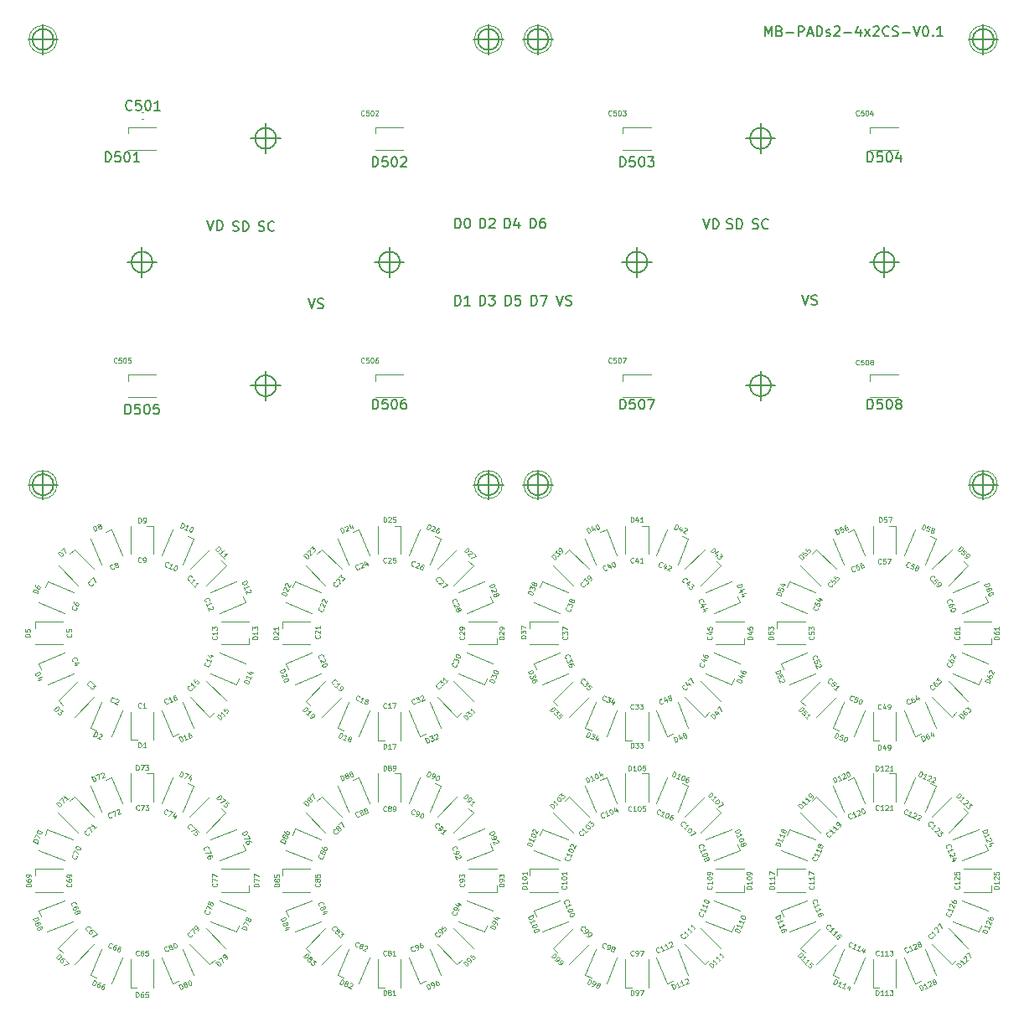
<source format=gbr>
G04 #@! TF.GenerationSoftware,KiCad,Pcbnew,(7.0.0)*
G04 #@! TF.CreationDate,2023-05-19T01:57:06+02:00*
G04 #@! TF.ProjectId,Pad,5061642e-6b69-4636-9164-5f7063625858,rev?*
G04 #@! TF.SameCoordinates,Original*
G04 #@! TF.FileFunction,Legend,Top*
G04 #@! TF.FilePolarity,Positive*
%FSLAX46Y46*%
G04 Gerber Fmt 4.6, Leading zero omitted, Abs format (unit mm)*
G04 Created by KiCad (PCBNEW (7.0.0)) date 2023-05-19 01:57:06*
%MOMM*%
%LPD*%
G01*
G04 APERTURE LIST*
%ADD10C,0.150000*%
%ADD11C,0.125000*%
%ADD12C,0.100000*%
%ADD13C,0.120000*%
%ADD14C,0.127000*%
%ADD15C,0.063500*%
G04 APERTURE END LIST*
D10*
X115395238Y-215382380D02*
X115728571Y-216382380D01*
X115728571Y-216382380D02*
X116061904Y-215382380D01*
X116347619Y-216334761D02*
X116490476Y-216382380D01*
X116490476Y-216382380D02*
X116728571Y-216382380D01*
X116728571Y-216382380D02*
X116823809Y-216334761D01*
X116823809Y-216334761D02*
X116871428Y-216287142D01*
X116871428Y-216287142D02*
X116919047Y-216191904D01*
X116919047Y-216191904D02*
X116919047Y-216096666D01*
X116919047Y-216096666D02*
X116871428Y-216001428D01*
X116871428Y-216001428D02*
X116823809Y-215953809D01*
X116823809Y-215953809D02*
X116728571Y-215906190D01*
X116728571Y-215906190D02*
X116538095Y-215858571D01*
X116538095Y-215858571D02*
X116442857Y-215810952D01*
X116442857Y-215810952D02*
X116395238Y-215763333D01*
X116395238Y-215763333D02*
X116347619Y-215668095D01*
X116347619Y-215668095D02*
X116347619Y-215572857D01*
X116347619Y-215572857D02*
X116395238Y-215477619D01*
X116395238Y-215477619D02*
X116442857Y-215430000D01*
X116442857Y-215430000D02*
X116538095Y-215382380D01*
X116538095Y-215382380D02*
X116776190Y-215382380D01*
X116776190Y-215382380D02*
X116919047Y-215430000D01*
X80095238Y-207782380D02*
X80428571Y-208782380D01*
X80428571Y-208782380D02*
X80761904Y-207782380D01*
X81095238Y-208782380D02*
X81095238Y-207782380D01*
X81095238Y-207782380D02*
X81333333Y-207782380D01*
X81333333Y-207782380D02*
X81476190Y-207830000D01*
X81476190Y-207830000D02*
X81571428Y-207925238D01*
X81571428Y-207925238D02*
X81619047Y-208020476D01*
X81619047Y-208020476D02*
X81666666Y-208210952D01*
X81666666Y-208210952D02*
X81666666Y-208353809D01*
X81666666Y-208353809D02*
X81619047Y-208544285D01*
X81619047Y-208544285D02*
X81571428Y-208639523D01*
X81571428Y-208639523D02*
X81476190Y-208734761D01*
X81476190Y-208734761D02*
X81333333Y-208782380D01*
X81333333Y-208782380D02*
X81095238Y-208782380D01*
X82690476Y-208834761D02*
X82833333Y-208882380D01*
X82833333Y-208882380D02*
X83071428Y-208882380D01*
X83071428Y-208882380D02*
X83166666Y-208834761D01*
X83166666Y-208834761D02*
X83214285Y-208787142D01*
X83214285Y-208787142D02*
X83261904Y-208691904D01*
X83261904Y-208691904D02*
X83261904Y-208596666D01*
X83261904Y-208596666D02*
X83214285Y-208501428D01*
X83214285Y-208501428D02*
X83166666Y-208453809D01*
X83166666Y-208453809D02*
X83071428Y-208406190D01*
X83071428Y-208406190D02*
X82880952Y-208358571D01*
X82880952Y-208358571D02*
X82785714Y-208310952D01*
X82785714Y-208310952D02*
X82738095Y-208263333D01*
X82738095Y-208263333D02*
X82690476Y-208168095D01*
X82690476Y-208168095D02*
X82690476Y-208072857D01*
X82690476Y-208072857D02*
X82738095Y-207977619D01*
X82738095Y-207977619D02*
X82785714Y-207930000D01*
X82785714Y-207930000D02*
X82880952Y-207882380D01*
X82880952Y-207882380D02*
X83119047Y-207882380D01*
X83119047Y-207882380D02*
X83261904Y-207930000D01*
X83690476Y-208882380D02*
X83690476Y-207882380D01*
X83690476Y-207882380D02*
X83928571Y-207882380D01*
X83928571Y-207882380D02*
X84071428Y-207930000D01*
X84071428Y-207930000D02*
X84166666Y-208025238D01*
X84166666Y-208025238D02*
X84214285Y-208120476D01*
X84214285Y-208120476D02*
X84261904Y-208310952D01*
X84261904Y-208310952D02*
X84261904Y-208453809D01*
X84261904Y-208453809D02*
X84214285Y-208644285D01*
X84214285Y-208644285D02*
X84166666Y-208739523D01*
X84166666Y-208739523D02*
X84071428Y-208834761D01*
X84071428Y-208834761D02*
X83928571Y-208882380D01*
X83928571Y-208882380D02*
X83690476Y-208882380D01*
X132590476Y-208587261D02*
X132733333Y-208634880D01*
X132733333Y-208634880D02*
X132971428Y-208634880D01*
X132971428Y-208634880D02*
X133066666Y-208587261D01*
X133066666Y-208587261D02*
X133114285Y-208539642D01*
X133114285Y-208539642D02*
X133161904Y-208444404D01*
X133161904Y-208444404D02*
X133161904Y-208349166D01*
X133161904Y-208349166D02*
X133114285Y-208253928D01*
X133114285Y-208253928D02*
X133066666Y-208206309D01*
X133066666Y-208206309D02*
X132971428Y-208158690D01*
X132971428Y-208158690D02*
X132780952Y-208111071D01*
X132780952Y-208111071D02*
X132685714Y-208063452D01*
X132685714Y-208063452D02*
X132638095Y-208015833D01*
X132638095Y-208015833D02*
X132590476Y-207920595D01*
X132590476Y-207920595D02*
X132590476Y-207825357D01*
X132590476Y-207825357D02*
X132638095Y-207730119D01*
X132638095Y-207730119D02*
X132685714Y-207682500D01*
X132685714Y-207682500D02*
X132780952Y-207634880D01*
X132780952Y-207634880D02*
X133019047Y-207634880D01*
X133019047Y-207634880D02*
X133161904Y-207682500D01*
X133590476Y-208634880D02*
X133590476Y-207634880D01*
X133590476Y-207634880D02*
X133828571Y-207634880D01*
X133828571Y-207634880D02*
X133971428Y-207682500D01*
X133971428Y-207682500D02*
X134066666Y-207777738D01*
X134066666Y-207777738D02*
X134114285Y-207872976D01*
X134114285Y-207872976D02*
X134161904Y-208063452D01*
X134161904Y-208063452D02*
X134161904Y-208206309D01*
X134161904Y-208206309D02*
X134114285Y-208396785D01*
X134114285Y-208396785D02*
X134066666Y-208492023D01*
X134066666Y-208492023D02*
X133971428Y-208587261D01*
X133971428Y-208587261D02*
X133828571Y-208634880D01*
X133828571Y-208634880D02*
X133590476Y-208634880D01*
X136447619Y-189167380D02*
X136447619Y-188167380D01*
X136447619Y-188167380D02*
X136780952Y-188881666D01*
X136780952Y-188881666D02*
X137114285Y-188167380D01*
X137114285Y-188167380D02*
X137114285Y-189167380D01*
X137923809Y-188643571D02*
X138066666Y-188691190D01*
X138066666Y-188691190D02*
X138114285Y-188738809D01*
X138114285Y-188738809D02*
X138161904Y-188834047D01*
X138161904Y-188834047D02*
X138161904Y-188976904D01*
X138161904Y-188976904D02*
X138114285Y-189072142D01*
X138114285Y-189072142D02*
X138066666Y-189119761D01*
X138066666Y-189119761D02*
X137971428Y-189167380D01*
X137971428Y-189167380D02*
X137590476Y-189167380D01*
X137590476Y-189167380D02*
X137590476Y-188167380D01*
X137590476Y-188167380D02*
X137923809Y-188167380D01*
X137923809Y-188167380D02*
X138019047Y-188215000D01*
X138019047Y-188215000D02*
X138066666Y-188262619D01*
X138066666Y-188262619D02*
X138114285Y-188357857D01*
X138114285Y-188357857D02*
X138114285Y-188453095D01*
X138114285Y-188453095D02*
X138066666Y-188548333D01*
X138066666Y-188548333D02*
X138019047Y-188595952D01*
X138019047Y-188595952D02*
X137923809Y-188643571D01*
X137923809Y-188643571D02*
X137590476Y-188643571D01*
X138590476Y-188786428D02*
X139352381Y-188786428D01*
X139828571Y-189167380D02*
X139828571Y-188167380D01*
X139828571Y-188167380D02*
X140209523Y-188167380D01*
X140209523Y-188167380D02*
X140304761Y-188215000D01*
X140304761Y-188215000D02*
X140352380Y-188262619D01*
X140352380Y-188262619D02*
X140399999Y-188357857D01*
X140399999Y-188357857D02*
X140399999Y-188500714D01*
X140399999Y-188500714D02*
X140352380Y-188595952D01*
X140352380Y-188595952D02*
X140304761Y-188643571D01*
X140304761Y-188643571D02*
X140209523Y-188691190D01*
X140209523Y-188691190D02*
X139828571Y-188691190D01*
X140780952Y-188881666D02*
X141257142Y-188881666D01*
X140685714Y-189167380D02*
X141019047Y-188167380D01*
X141019047Y-188167380D02*
X141352380Y-189167380D01*
X141685714Y-189167380D02*
X141685714Y-188167380D01*
X141685714Y-188167380D02*
X141923809Y-188167380D01*
X141923809Y-188167380D02*
X142066666Y-188215000D01*
X142066666Y-188215000D02*
X142161904Y-188310238D01*
X142161904Y-188310238D02*
X142209523Y-188405476D01*
X142209523Y-188405476D02*
X142257142Y-188595952D01*
X142257142Y-188595952D02*
X142257142Y-188738809D01*
X142257142Y-188738809D02*
X142209523Y-188929285D01*
X142209523Y-188929285D02*
X142161904Y-189024523D01*
X142161904Y-189024523D02*
X142066666Y-189119761D01*
X142066666Y-189119761D02*
X141923809Y-189167380D01*
X141923809Y-189167380D02*
X141685714Y-189167380D01*
X142638095Y-189119761D02*
X142733333Y-189167380D01*
X142733333Y-189167380D02*
X142923809Y-189167380D01*
X142923809Y-189167380D02*
X143019047Y-189119761D01*
X143019047Y-189119761D02*
X143066666Y-189024523D01*
X143066666Y-189024523D02*
X143066666Y-188976904D01*
X143066666Y-188976904D02*
X143019047Y-188881666D01*
X143019047Y-188881666D02*
X142923809Y-188834047D01*
X142923809Y-188834047D02*
X142780952Y-188834047D01*
X142780952Y-188834047D02*
X142685714Y-188786428D01*
X142685714Y-188786428D02*
X142638095Y-188691190D01*
X142638095Y-188691190D02*
X142638095Y-188643571D01*
X142638095Y-188643571D02*
X142685714Y-188548333D01*
X142685714Y-188548333D02*
X142780952Y-188500714D01*
X142780952Y-188500714D02*
X142923809Y-188500714D01*
X142923809Y-188500714D02*
X143019047Y-188548333D01*
X143447619Y-188262619D02*
X143495238Y-188215000D01*
X143495238Y-188215000D02*
X143590476Y-188167380D01*
X143590476Y-188167380D02*
X143828571Y-188167380D01*
X143828571Y-188167380D02*
X143923809Y-188215000D01*
X143923809Y-188215000D02*
X143971428Y-188262619D01*
X143971428Y-188262619D02*
X144019047Y-188357857D01*
X144019047Y-188357857D02*
X144019047Y-188453095D01*
X144019047Y-188453095D02*
X143971428Y-188595952D01*
X143971428Y-188595952D02*
X143400000Y-189167380D01*
X143400000Y-189167380D02*
X144019047Y-189167380D01*
X144447619Y-188786428D02*
X145209524Y-188786428D01*
X146114285Y-188500714D02*
X146114285Y-189167380D01*
X145876190Y-188119761D02*
X145638095Y-188834047D01*
X145638095Y-188834047D02*
X146257142Y-188834047D01*
X146542857Y-189167380D02*
X147066666Y-188500714D01*
X146542857Y-188500714D02*
X147066666Y-189167380D01*
X147400000Y-188262619D02*
X147447619Y-188215000D01*
X147447619Y-188215000D02*
X147542857Y-188167380D01*
X147542857Y-188167380D02*
X147780952Y-188167380D01*
X147780952Y-188167380D02*
X147876190Y-188215000D01*
X147876190Y-188215000D02*
X147923809Y-188262619D01*
X147923809Y-188262619D02*
X147971428Y-188357857D01*
X147971428Y-188357857D02*
X147971428Y-188453095D01*
X147971428Y-188453095D02*
X147923809Y-188595952D01*
X147923809Y-188595952D02*
X147352381Y-189167380D01*
X147352381Y-189167380D02*
X147971428Y-189167380D01*
X148971428Y-189072142D02*
X148923809Y-189119761D01*
X148923809Y-189119761D02*
X148780952Y-189167380D01*
X148780952Y-189167380D02*
X148685714Y-189167380D01*
X148685714Y-189167380D02*
X148542857Y-189119761D01*
X148542857Y-189119761D02*
X148447619Y-189024523D01*
X148447619Y-189024523D02*
X148400000Y-188929285D01*
X148400000Y-188929285D02*
X148352381Y-188738809D01*
X148352381Y-188738809D02*
X148352381Y-188595952D01*
X148352381Y-188595952D02*
X148400000Y-188405476D01*
X148400000Y-188405476D02*
X148447619Y-188310238D01*
X148447619Y-188310238D02*
X148542857Y-188215000D01*
X148542857Y-188215000D02*
X148685714Y-188167380D01*
X148685714Y-188167380D02*
X148780952Y-188167380D01*
X148780952Y-188167380D02*
X148923809Y-188215000D01*
X148923809Y-188215000D02*
X148971428Y-188262619D01*
X149352381Y-189119761D02*
X149495238Y-189167380D01*
X149495238Y-189167380D02*
X149733333Y-189167380D01*
X149733333Y-189167380D02*
X149828571Y-189119761D01*
X149828571Y-189119761D02*
X149876190Y-189072142D01*
X149876190Y-189072142D02*
X149923809Y-188976904D01*
X149923809Y-188976904D02*
X149923809Y-188881666D01*
X149923809Y-188881666D02*
X149876190Y-188786428D01*
X149876190Y-188786428D02*
X149828571Y-188738809D01*
X149828571Y-188738809D02*
X149733333Y-188691190D01*
X149733333Y-188691190D02*
X149542857Y-188643571D01*
X149542857Y-188643571D02*
X149447619Y-188595952D01*
X149447619Y-188595952D02*
X149400000Y-188548333D01*
X149400000Y-188548333D02*
X149352381Y-188453095D01*
X149352381Y-188453095D02*
X149352381Y-188357857D01*
X149352381Y-188357857D02*
X149400000Y-188262619D01*
X149400000Y-188262619D02*
X149447619Y-188215000D01*
X149447619Y-188215000D02*
X149542857Y-188167380D01*
X149542857Y-188167380D02*
X149780952Y-188167380D01*
X149780952Y-188167380D02*
X149923809Y-188215000D01*
X150352381Y-188786428D02*
X151114286Y-188786428D01*
X151447619Y-188167380D02*
X151780952Y-189167380D01*
X151780952Y-189167380D02*
X152114285Y-188167380D01*
X152638095Y-188167380D02*
X152733333Y-188167380D01*
X152733333Y-188167380D02*
X152828571Y-188215000D01*
X152828571Y-188215000D02*
X152876190Y-188262619D01*
X152876190Y-188262619D02*
X152923809Y-188357857D01*
X152923809Y-188357857D02*
X152971428Y-188548333D01*
X152971428Y-188548333D02*
X152971428Y-188786428D01*
X152971428Y-188786428D02*
X152923809Y-188976904D01*
X152923809Y-188976904D02*
X152876190Y-189072142D01*
X152876190Y-189072142D02*
X152828571Y-189119761D01*
X152828571Y-189119761D02*
X152733333Y-189167380D01*
X152733333Y-189167380D02*
X152638095Y-189167380D01*
X152638095Y-189167380D02*
X152542857Y-189119761D01*
X152542857Y-189119761D02*
X152495238Y-189072142D01*
X152495238Y-189072142D02*
X152447619Y-188976904D01*
X152447619Y-188976904D02*
X152400000Y-188786428D01*
X152400000Y-188786428D02*
X152400000Y-188548333D01*
X152400000Y-188548333D02*
X152447619Y-188357857D01*
X152447619Y-188357857D02*
X152495238Y-188262619D01*
X152495238Y-188262619D02*
X152542857Y-188215000D01*
X152542857Y-188215000D02*
X152638095Y-188167380D01*
X153400000Y-189072142D02*
X153447619Y-189119761D01*
X153447619Y-189119761D02*
X153400000Y-189167380D01*
X153400000Y-189167380D02*
X153352381Y-189119761D01*
X153352381Y-189119761D02*
X153400000Y-189072142D01*
X153400000Y-189072142D02*
X153400000Y-189167380D01*
X154399999Y-189167380D02*
X153828571Y-189167380D01*
X154114285Y-189167380D02*
X154114285Y-188167380D01*
X154114285Y-188167380D02*
X154019047Y-188310238D01*
X154019047Y-188310238D02*
X153923809Y-188405476D01*
X153923809Y-188405476D02*
X153828571Y-188453095D01*
X85290476Y-208834761D02*
X85433333Y-208882380D01*
X85433333Y-208882380D02*
X85671428Y-208882380D01*
X85671428Y-208882380D02*
X85766666Y-208834761D01*
X85766666Y-208834761D02*
X85814285Y-208787142D01*
X85814285Y-208787142D02*
X85861904Y-208691904D01*
X85861904Y-208691904D02*
X85861904Y-208596666D01*
X85861904Y-208596666D02*
X85814285Y-208501428D01*
X85814285Y-208501428D02*
X85766666Y-208453809D01*
X85766666Y-208453809D02*
X85671428Y-208406190D01*
X85671428Y-208406190D02*
X85480952Y-208358571D01*
X85480952Y-208358571D02*
X85385714Y-208310952D01*
X85385714Y-208310952D02*
X85338095Y-208263333D01*
X85338095Y-208263333D02*
X85290476Y-208168095D01*
X85290476Y-208168095D02*
X85290476Y-208072857D01*
X85290476Y-208072857D02*
X85338095Y-207977619D01*
X85338095Y-207977619D02*
X85385714Y-207930000D01*
X85385714Y-207930000D02*
X85480952Y-207882380D01*
X85480952Y-207882380D02*
X85719047Y-207882380D01*
X85719047Y-207882380D02*
X85861904Y-207930000D01*
X86861904Y-208787142D02*
X86814285Y-208834761D01*
X86814285Y-208834761D02*
X86671428Y-208882380D01*
X86671428Y-208882380D02*
X86576190Y-208882380D01*
X86576190Y-208882380D02*
X86433333Y-208834761D01*
X86433333Y-208834761D02*
X86338095Y-208739523D01*
X86338095Y-208739523D02*
X86290476Y-208644285D01*
X86290476Y-208644285D02*
X86242857Y-208453809D01*
X86242857Y-208453809D02*
X86242857Y-208310952D01*
X86242857Y-208310952D02*
X86290476Y-208120476D01*
X86290476Y-208120476D02*
X86338095Y-208025238D01*
X86338095Y-208025238D02*
X86433333Y-207930000D01*
X86433333Y-207930000D02*
X86576190Y-207882380D01*
X86576190Y-207882380D02*
X86671428Y-207882380D01*
X86671428Y-207882380D02*
X86814285Y-207930000D01*
X86814285Y-207930000D02*
X86861904Y-207977619D01*
X107638095Y-208582380D02*
X107638095Y-207582380D01*
X107638095Y-207582380D02*
X107876190Y-207582380D01*
X107876190Y-207582380D02*
X108019047Y-207630000D01*
X108019047Y-207630000D02*
X108114285Y-207725238D01*
X108114285Y-207725238D02*
X108161904Y-207820476D01*
X108161904Y-207820476D02*
X108209523Y-208010952D01*
X108209523Y-208010952D02*
X108209523Y-208153809D01*
X108209523Y-208153809D02*
X108161904Y-208344285D01*
X108161904Y-208344285D02*
X108114285Y-208439523D01*
X108114285Y-208439523D02*
X108019047Y-208534761D01*
X108019047Y-208534761D02*
X107876190Y-208582380D01*
X107876190Y-208582380D02*
X107638095Y-208582380D01*
X108590476Y-207677619D02*
X108638095Y-207630000D01*
X108638095Y-207630000D02*
X108733333Y-207582380D01*
X108733333Y-207582380D02*
X108971428Y-207582380D01*
X108971428Y-207582380D02*
X109066666Y-207630000D01*
X109066666Y-207630000D02*
X109114285Y-207677619D01*
X109114285Y-207677619D02*
X109161904Y-207772857D01*
X109161904Y-207772857D02*
X109161904Y-207868095D01*
X109161904Y-207868095D02*
X109114285Y-208010952D01*
X109114285Y-208010952D02*
X108542857Y-208582380D01*
X108542857Y-208582380D02*
X109161904Y-208582380D01*
X107638095Y-216382380D02*
X107638095Y-215382380D01*
X107638095Y-215382380D02*
X107876190Y-215382380D01*
X107876190Y-215382380D02*
X108019047Y-215430000D01*
X108019047Y-215430000D02*
X108114285Y-215525238D01*
X108114285Y-215525238D02*
X108161904Y-215620476D01*
X108161904Y-215620476D02*
X108209523Y-215810952D01*
X108209523Y-215810952D02*
X108209523Y-215953809D01*
X108209523Y-215953809D02*
X108161904Y-216144285D01*
X108161904Y-216144285D02*
X108114285Y-216239523D01*
X108114285Y-216239523D02*
X108019047Y-216334761D01*
X108019047Y-216334761D02*
X107876190Y-216382380D01*
X107876190Y-216382380D02*
X107638095Y-216382380D01*
X108542857Y-215382380D02*
X109161904Y-215382380D01*
X109161904Y-215382380D02*
X108828571Y-215763333D01*
X108828571Y-215763333D02*
X108971428Y-215763333D01*
X108971428Y-215763333D02*
X109066666Y-215810952D01*
X109066666Y-215810952D02*
X109114285Y-215858571D01*
X109114285Y-215858571D02*
X109161904Y-215953809D01*
X109161904Y-215953809D02*
X109161904Y-216191904D01*
X109161904Y-216191904D02*
X109114285Y-216287142D01*
X109114285Y-216287142D02*
X109066666Y-216334761D01*
X109066666Y-216334761D02*
X108971428Y-216382380D01*
X108971428Y-216382380D02*
X108685714Y-216382380D01*
X108685714Y-216382380D02*
X108590476Y-216334761D01*
X108590476Y-216334761D02*
X108542857Y-216287142D01*
X112738095Y-208582380D02*
X112738095Y-207582380D01*
X112738095Y-207582380D02*
X112976190Y-207582380D01*
X112976190Y-207582380D02*
X113119047Y-207630000D01*
X113119047Y-207630000D02*
X113214285Y-207725238D01*
X113214285Y-207725238D02*
X113261904Y-207820476D01*
X113261904Y-207820476D02*
X113309523Y-208010952D01*
X113309523Y-208010952D02*
X113309523Y-208153809D01*
X113309523Y-208153809D02*
X113261904Y-208344285D01*
X113261904Y-208344285D02*
X113214285Y-208439523D01*
X113214285Y-208439523D02*
X113119047Y-208534761D01*
X113119047Y-208534761D02*
X112976190Y-208582380D01*
X112976190Y-208582380D02*
X112738095Y-208582380D01*
X114166666Y-207582380D02*
X113976190Y-207582380D01*
X113976190Y-207582380D02*
X113880952Y-207630000D01*
X113880952Y-207630000D02*
X113833333Y-207677619D01*
X113833333Y-207677619D02*
X113738095Y-207820476D01*
X113738095Y-207820476D02*
X113690476Y-208010952D01*
X113690476Y-208010952D02*
X113690476Y-208391904D01*
X113690476Y-208391904D02*
X113738095Y-208487142D01*
X113738095Y-208487142D02*
X113785714Y-208534761D01*
X113785714Y-208534761D02*
X113880952Y-208582380D01*
X113880952Y-208582380D02*
X114071428Y-208582380D01*
X114071428Y-208582380D02*
X114166666Y-208534761D01*
X114166666Y-208534761D02*
X114214285Y-208487142D01*
X114214285Y-208487142D02*
X114261904Y-208391904D01*
X114261904Y-208391904D02*
X114261904Y-208153809D01*
X114261904Y-208153809D02*
X114214285Y-208058571D01*
X114214285Y-208058571D02*
X114166666Y-208010952D01*
X114166666Y-208010952D02*
X114071428Y-207963333D01*
X114071428Y-207963333D02*
X113880952Y-207963333D01*
X113880952Y-207963333D02*
X113785714Y-208010952D01*
X113785714Y-208010952D02*
X113738095Y-208058571D01*
X113738095Y-208058571D02*
X113690476Y-208153809D01*
X140195238Y-215334880D02*
X140528571Y-216334880D01*
X140528571Y-216334880D02*
X140861904Y-215334880D01*
X141147619Y-216287261D02*
X141290476Y-216334880D01*
X141290476Y-216334880D02*
X141528571Y-216334880D01*
X141528571Y-216334880D02*
X141623809Y-216287261D01*
X141623809Y-216287261D02*
X141671428Y-216239642D01*
X141671428Y-216239642D02*
X141719047Y-216144404D01*
X141719047Y-216144404D02*
X141719047Y-216049166D01*
X141719047Y-216049166D02*
X141671428Y-215953928D01*
X141671428Y-215953928D02*
X141623809Y-215906309D01*
X141623809Y-215906309D02*
X141528571Y-215858690D01*
X141528571Y-215858690D02*
X141338095Y-215811071D01*
X141338095Y-215811071D02*
X141242857Y-215763452D01*
X141242857Y-215763452D02*
X141195238Y-215715833D01*
X141195238Y-215715833D02*
X141147619Y-215620595D01*
X141147619Y-215620595D02*
X141147619Y-215525357D01*
X141147619Y-215525357D02*
X141195238Y-215430119D01*
X141195238Y-215430119D02*
X141242857Y-215382500D01*
X141242857Y-215382500D02*
X141338095Y-215334880D01*
X141338095Y-215334880D02*
X141576190Y-215334880D01*
X141576190Y-215334880D02*
X141719047Y-215382500D01*
X112838095Y-216382380D02*
X112838095Y-215382380D01*
X112838095Y-215382380D02*
X113076190Y-215382380D01*
X113076190Y-215382380D02*
X113219047Y-215430000D01*
X113219047Y-215430000D02*
X113314285Y-215525238D01*
X113314285Y-215525238D02*
X113361904Y-215620476D01*
X113361904Y-215620476D02*
X113409523Y-215810952D01*
X113409523Y-215810952D02*
X113409523Y-215953809D01*
X113409523Y-215953809D02*
X113361904Y-216144285D01*
X113361904Y-216144285D02*
X113314285Y-216239523D01*
X113314285Y-216239523D02*
X113219047Y-216334761D01*
X113219047Y-216334761D02*
X113076190Y-216382380D01*
X113076190Y-216382380D02*
X112838095Y-216382380D01*
X113742857Y-215382380D02*
X114409523Y-215382380D01*
X114409523Y-215382380D02*
X113980952Y-216382380D01*
X90295238Y-215682380D02*
X90628571Y-216682380D01*
X90628571Y-216682380D02*
X90961904Y-215682380D01*
X91247619Y-216634761D02*
X91390476Y-216682380D01*
X91390476Y-216682380D02*
X91628571Y-216682380D01*
X91628571Y-216682380D02*
X91723809Y-216634761D01*
X91723809Y-216634761D02*
X91771428Y-216587142D01*
X91771428Y-216587142D02*
X91819047Y-216491904D01*
X91819047Y-216491904D02*
X91819047Y-216396666D01*
X91819047Y-216396666D02*
X91771428Y-216301428D01*
X91771428Y-216301428D02*
X91723809Y-216253809D01*
X91723809Y-216253809D02*
X91628571Y-216206190D01*
X91628571Y-216206190D02*
X91438095Y-216158571D01*
X91438095Y-216158571D02*
X91342857Y-216110952D01*
X91342857Y-216110952D02*
X91295238Y-216063333D01*
X91295238Y-216063333D02*
X91247619Y-215968095D01*
X91247619Y-215968095D02*
X91247619Y-215872857D01*
X91247619Y-215872857D02*
X91295238Y-215777619D01*
X91295238Y-215777619D02*
X91342857Y-215730000D01*
X91342857Y-215730000D02*
X91438095Y-215682380D01*
X91438095Y-215682380D02*
X91676190Y-215682380D01*
X91676190Y-215682380D02*
X91819047Y-215730000D01*
X110238095Y-216382380D02*
X110238095Y-215382380D01*
X110238095Y-215382380D02*
X110476190Y-215382380D01*
X110476190Y-215382380D02*
X110619047Y-215430000D01*
X110619047Y-215430000D02*
X110714285Y-215525238D01*
X110714285Y-215525238D02*
X110761904Y-215620476D01*
X110761904Y-215620476D02*
X110809523Y-215810952D01*
X110809523Y-215810952D02*
X110809523Y-215953809D01*
X110809523Y-215953809D02*
X110761904Y-216144285D01*
X110761904Y-216144285D02*
X110714285Y-216239523D01*
X110714285Y-216239523D02*
X110619047Y-216334761D01*
X110619047Y-216334761D02*
X110476190Y-216382380D01*
X110476190Y-216382380D02*
X110238095Y-216382380D01*
X111714285Y-215382380D02*
X111238095Y-215382380D01*
X111238095Y-215382380D02*
X111190476Y-215858571D01*
X111190476Y-215858571D02*
X111238095Y-215810952D01*
X111238095Y-215810952D02*
X111333333Y-215763333D01*
X111333333Y-215763333D02*
X111571428Y-215763333D01*
X111571428Y-215763333D02*
X111666666Y-215810952D01*
X111666666Y-215810952D02*
X111714285Y-215858571D01*
X111714285Y-215858571D02*
X111761904Y-215953809D01*
X111761904Y-215953809D02*
X111761904Y-216191904D01*
X111761904Y-216191904D02*
X111714285Y-216287142D01*
X111714285Y-216287142D02*
X111666666Y-216334761D01*
X111666666Y-216334761D02*
X111571428Y-216382380D01*
X111571428Y-216382380D02*
X111333333Y-216382380D01*
X111333333Y-216382380D02*
X111238095Y-216334761D01*
X111238095Y-216334761D02*
X111190476Y-216287142D01*
X105138095Y-208582380D02*
X105138095Y-207582380D01*
X105138095Y-207582380D02*
X105376190Y-207582380D01*
X105376190Y-207582380D02*
X105519047Y-207630000D01*
X105519047Y-207630000D02*
X105614285Y-207725238D01*
X105614285Y-207725238D02*
X105661904Y-207820476D01*
X105661904Y-207820476D02*
X105709523Y-208010952D01*
X105709523Y-208010952D02*
X105709523Y-208153809D01*
X105709523Y-208153809D02*
X105661904Y-208344285D01*
X105661904Y-208344285D02*
X105614285Y-208439523D01*
X105614285Y-208439523D02*
X105519047Y-208534761D01*
X105519047Y-208534761D02*
X105376190Y-208582380D01*
X105376190Y-208582380D02*
X105138095Y-208582380D01*
X106328571Y-207582380D02*
X106423809Y-207582380D01*
X106423809Y-207582380D02*
X106519047Y-207630000D01*
X106519047Y-207630000D02*
X106566666Y-207677619D01*
X106566666Y-207677619D02*
X106614285Y-207772857D01*
X106614285Y-207772857D02*
X106661904Y-207963333D01*
X106661904Y-207963333D02*
X106661904Y-208201428D01*
X106661904Y-208201428D02*
X106614285Y-208391904D01*
X106614285Y-208391904D02*
X106566666Y-208487142D01*
X106566666Y-208487142D02*
X106519047Y-208534761D01*
X106519047Y-208534761D02*
X106423809Y-208582380D01*
X106423809Y-208582380D02*
X106328571Y-208582380D01*
X106328571Y-208582380D02*
X106233333Y-208534761D01*
X106233333Y-208534761D02*
X106185714Y-208487142D01*
X106185714Y-208487142D02*
X106138095Y-208391904D01*
X106138095Y-208391904D02*
X106090476Y-208201428D01*
X106090476Y-208201428D02*
X106090476Y-207963333D01*
X106090476Y-207963333D02*
X106138095Y-207772857D01*
X106138095Y-207772857D02*
X106185714Y-207677619D01*
X106185714Y-207677619D02*
X106233333Y-207630000D01*
X106233333Y-207630000D02*
X106328571Y-207582380D01*
X110138095Y-208582380D02*
X110138095Y-207582380D01*
X110138095Y-207582380D02*
X110376190Y-207582380D01*
X110376190Y-207582380D02*
X110519047Y-207630000D01*
X110519047Y-207630000D02*
X110614285Y-207725238D01*
X110614285Y-207725238D02*
X110661904Y-207820476D01*
X110661904Y-207820476D02*
X110709523Y-208010952D01*
X110709523Y-208010952D02*
X110709523Y-208153809D01*
X110709523Y-208153809D02*
X110661904Y-208344285D01*
X110661904Y-208344285D02*
X110614285Y-208439523D01*
X110614285Y-208439523D02*
X110519047Y-208534761D01*
X110519047Y-208534761D02*
X110376190Y-208582380D01*
X110376190Y-208582380D02*
X110138095Y-208582380D01*
X111566666Y-207915714D02*
X111566666Y-208582380D01*
X111328571Y-207534761D02*
X111090476Y-208249047D01*
X111090476Y-208249047D02*
X111709523Y-208249047D01*
X135190476Y-208587261D02*
X135333333Y-208634880D01*
X135333333Y-208634880D02*
X135571428Y-208634880D01*
X135571428Y-208634880D02*
X135666666Y-208587261D01*
X135666666Y-208587261D02*
X135714285Y-208539642D01*
X135714285Y-208539642D02*
X135761904Y-208444404D01*
X135761904Y-208444404D02*
X135761904Y-208349166D01*
X135761904Y-208349166D02*
X135714285Y-208253928D01*
X135714285Y-208253928D02*
X135666666Y-208206309D01*
X135666666Y-208206309D02*
X135571428Y-208158690D01*
X135571428Y-208158690D02*
X135380952Y-208111071D01*
X135380952Y-208111071D02*
X135285714Y-208063452D01*
X135285714Y-208063452D02*
X135238095Y-208015833D01*
X135238095Y-208015833D02*
X135190476Y-207920595D01*
X135190476Y-207920595D02*
X135190476Y-207825357D01*
X135190476Y-207825357D02*
X135238095Y-207730119D01*
X135238095Y-207730119D02*
X135285714Y-207682500D01*
X135285714Y-207682500D02*
X135380952Y-207634880D01*
X135380952Y-207634880D02*
X135619047Y-207634880D01*
X135619047Y-207634880D02*
X135761904Y-207682500D01*
X136761904Y-208539642D02*
X136714285Y-208587261D01*
X136714285Y-208587261D02*
X136571428Y-208634880D01*
X136571428Y-208634880D02*
X136476190Y-208634880D01*
X136476190Y-208634880D02*
X136333333Y-208587261D01*
X136333333Y-208587261D02*
X136238095Y-208492023D01*
X136238095Y-208492023D02*
X136190476Y-208396785D01*
X136190476Y-208396785D02*
X136142857Y-208206309D01*
X136142857Y-208206309D02*
X136142857Y-208063452D01*
X136142857Y-208063452D02*
X136190476Y-207872976D01*
X136190476Y-207872976D02*
X136238095Y-207777738D01*
X136238095Y-207777738D02*
X136333333Y-207682500D01*
X136333333Y-207682500D02*
X136476190Y-207634880D01*
X136476190Y-207634880D02*
X136571428Y-207634880D01*
X136571428Y-207634880D02*
X136714285Y-207682500D01*
X136714285Y-207682500D02*
X136761904Y-207730119D01*
X105138095Y-216382380D02*
X105138095Y-215382380D01*
X105138095Y-215382380D02*
X105376190Y-215382380D01*
X105376190Y-215382380D02*
X105519047Y-215430000D01*
X105519047Y-215430000D02*
X105614285Y-215525238D01*
X105614285Y-215525238D02*
X105661904Y-215620476D01*
X105661904Y-215620476D02*
X105709523Y-215810952D01*
X105709523Y-215810952D02*
X105709523Y-215953809D01*
X105709523Y-215953809D02*
X105661904Y-216144285D01*
X105661904Y-216144285D02*
X105614285Y-216239523D01*
X105614285Y-216239523D02*
X105519047Y-216334761D01*
X105519047Y-216334761D02*
X105376190Y-216382380D01*
X105376190Y-216382380D02*
X105138095Y-216382380D01*
X106661904Y-216382380D02*
X106090476Y-216382380D01*
X106376190Y-216382380D02*
X106376190Y-215382380D01*
X106376190Y-215382380D02*
X106280952Y-215525238D01*
X106280952Y-215525238D02*
X106185714Y-215620476D01*
X106185714Y-215620476D02*
X106090476Y-215668095D01*
X130195238Y-207634880D02*
X130528571Y-208634880D01*
X130528571Y-208634880D02*
X130861904Y-207634880D01*
X131195238Y-208634880D02*
X131195238Y-207634880D01*
X131195238Y-207634880D02*
X131433333Y-207634880D01*
X131433333Y-207634880D02*
X131576190Y-207682500D01*
X131576190Y-207682500D02*
X131671428Y-207777738D01*
X131671428Y-207777738D02*
X131719047Y-207872976D01*
X131719047Y-207872976D02*
X131766666Y-208063452D01*
X131766666Y-208063452D02*
X131766666Y-208206309D01*
X131766666Y-208206309D02*
X131719047Y-208396785D01*
X131719047Y-208396785D02*
X131671428Y-208492023D01*
X131671428Y-208492023D02*
X131576190Y-208587261D01*
X131576190Y-208587261D02*
X131433333Y-208634880D01*
X131433333Y-208634880D02*
X131195238Y-208634880D01*
D11*
X133597948Y-244709368D02*
X134059888Y-244518027D01*
X134059888Y-244518027D02*
X134105446Y-244628012D01*
X134105446Y-244628012D02*
X134110783Y-244703115D01*
X134110783Y-244703115D02*
X134085012Y-244765333D01*
X134085012Y-244765333D02*
X134050129Y-244805553D01*
X134050129Y-244805553D02*
X133971252Y-244863996D01*
X133971252Y-244863996D02*
X133905261Y-244891330D01*
X133905261Y-244891330D02*
X133808161Y-244905779D01*
X133808161Y-244905779D02*
X133755055Y-244902005D01*
X133755055Y-244902005D02*
X133692838Y-244876234D01*
X133692838Y-244876234D02*
X133643506Y-244819354D01*
X133643506Y-244819354D02*
X133597948Y-244709368D01*
X134179253Y-245241721D02*
X133871294Y-245369282D01*
X134309673Y-245058843D02*
X133934158Y-245085530D01*
X133934158Y-245085530D02*
X134052608Y-245371493D01*
X134361483Y-245681663D02*
X134053524Y-245809225D01*
X134491903Y-245498786D02*
X134116388Y-245525473D01*
X134116388Y-245525473D02*
X134234838Y-245811435D01*
D12*
X68168933Y-269723501D02*
X68168933Y-269757172D01*
X68168933Y-269757172D02*
X68135261Y-269824516D01*
X68135261Y-269824516D02*
X68101589Y-269858188D01*
X68101589Y-269858188D02*
X68034246Y-269891859D01*
X68034246Y-269891859D02*
X67966902Y-269891859D01*
X67966902Y-269891859D02*
X67916394Y-269875023D01*
X67916394Y-269875023D02*
X67832215Y-269824516D01*
X67832215Y-269824516D02*
X67781707Y-269774008D01*
X67781707Y-269774008D02*
X67731200Y-269689829D01*
X67731200Y-269689829D02*
X67714364Y-269639321D01*
X67714364Y-269639321D02*
X67714364Y-269571978D01*
X67714364Y-269571978D02*
X67748036Y-269504634D01*
X67748036Y-269504634D02*
X67781707Y-269470962D01*
X67781707Y-269470962D02*
X67849051Y-269437291D01*
X67849051Y-269437291D02*
X67882723Y-269437291D01*
X67966902Y-269285768D02*
X68202604Y-269050065D01*
X68202604Y-269050065D02*
X68404635Y-269555142D01*
X68876039Y-269083738D02*
X68674008Y-269285768D01*
X68775024Y-269184753D02*
X68421470Y-268831199D01*
X68421470Y-268831199D02*
X68438306Y-268915379D01*
X68438306Y-268915379D02*
X68438306Y-268982722D01*
X68438306Y-268982722D02*
X68421470Y-269033230D01*
D11*
X143709368Y-239502051D02*
X143518027Y-239040111D01*
X143518027Y-239040111D02*
X143628012Y-238994553D01*
X143628012Y-238994553D02*
X143703115Y-238989216D01*
X143703115Y-238989216D02*
X143765333Y-239014987D01*
X143765333Y-239014987D02*
X143805553Y-239049870D01*
X143805553Y-239049870D02*
X143863996Y-239128747D01*
X143863996Y-239128747D02*
X143891330Y-239194738D01*
X143891330Y-239194738D02*
X143905779Y-239291838D01*
X143905779Y-239291838D02*
X143902005Y-239344944D01*
X143902005Y-239344944D02*
X143876234Y-239407161D01*
X143876234Y-239407161D02*
X143819354Y-239456493D01*
X143819354Y-239456493D02*
X143709368Y-239502051D01*
X144199938Y-238757654D02*
X143979966Y-238848769D01*
X143979966Y-238848769D02*
X144049084Y-239077852D01*
X144049084Y-239077852D02*
X144061970Y-239046743D01*
X144061970Y-239046743D02*
X144096853Y-239006523D01*
X144096853Y-239006523D02*
X144206838Y-238960966D01*
X144206838Y-238960966D02*
X144259944Y-238964740D01*
X144259944Y-238964740D02*
X144291053Y-238977625D01*
X144291053Y-238977625D02*
X144331273Y-239012508D01*
X144331273Y-239012508D02*
X144376831Y-239122494D01*
X144376831Y-239122494D02*
X144373056Y-239175600D01*
X144373056Y-239175600D02*
X144360171Y-239206708D01*
X144360171Y-239206708D02*
X144325288Y-239246928D01*
X144325288Y-239246928D02*
X144215302Y-239292486D01*
X144215302Y-239292486D02*
X144162197Y-239288712D01*
X144162197Y-239288712D02*
X144131088Y-239275826D01*
X144617883Y-238584536D02*
X144529894Y-238620982D01*
X144529894Y-238620982D02*
X144495012Y-238661202D01*
X144495012Y-238661202D02*
X144482126Y-238692310D01*
X144482126Y-238692310D02*
X144465466Y-238776525D01*
X144465466Y-238776525D02*
X144479915Y-238873625D01*
X144479915Y-238873625D02*
X144552807Y-239049602D01*
X144552807Y-239049602D02*
X144593027Y-239084485D01*
X144593027Y-239084485D02*
X144624136Y-239097370D01*
X144624136Y-239097370D02*
X144677242Y-239101144D01*
X144677242Y-239101144D02*
X144765230Y-239064698D01*
X144765230Y-239064698D02*
X144800113Y-239024478D01*
X144800113Y-239024478D02*
X144812999Y-238993370D01*
X144812999Y-238993370D02*
X144816773Y-238940264D01*
X144816773Y-238940264D02*
X144771215Y-238830278D01*
X144771215Y-238830278D02*
X144730995Y-238795395D01*
X144730995Y-238795395D02*
X144699886Y-238782510D01*
X144699886Y-238782510D02*
X144646781Y-238778736D01*
X144646781Y-238778736D02*
X144558792Y-238815182D01*
X144558792Y-238815182D02*
X144523909Y-238855402D01*
X144523909Y-238855402D02*
X144511024Y-238886511D01*
X144511024Y-238886511D02*
X144507250Y-238939616D01*
X93368778Y-260037364D02*
X93560119Y-259575424D01*
X93560119Y-259575424D02*
X93670105Y-259620982D01*
X93670105Y-259620982D02*
X93726985Y-259670313D01*
X93726985Y-259670313D02*
X93752756Y-259732531D01*
X93752756Y-259732531D02*
X93756530Y-259785637D01*
X93756530Y-259785637D02*
X93742081Y-259882737D01*
X93742081Y-259882737D02*
X93714747Y-259948728D01*
X93714747Y-259948728D02*
X93656304Y-260027605D01*
X93656304Y-260027605D02*
X93616084Y-260062488D01*
X93616084Y-260062488D02*
X93553866Y-260088259D01*
X93553866Y-260088259D02*
X93478763Y-260082922D01*
X93478763Y-260082922D02*
X93368778Y-260037364D01*
X94072686Y-260328932D02*
X93808720Y-260219594D01*
X93940703Y-260274263D02*
X94132045Y-259812324D01*
X94132045Y-259812324D02*
X94060716Y-259860092D01*
X94060716Y-259860092D02*
X93998499Y-259885863D01*
X93998499Y-259885863D02*
X93945393Y-259889637D01*
X94445989Y-260174305D02*
X94411107Y-260134085D01*
X94411107Y-260134085D02*
X94398221Y-260102976D01*
X94398221Y-260102976D02*
X94394447Y-260049870D01*
X94394447Y-260049870D02*
X94403558Y-260027873D01*
X94403558Y-260027873D02*
X94443778Y-259992990D01*
X94443778Y-259992990D02*
X94474887Y-259980105D01*
X94474887Y-259980105D02*
X94527993Y-259976331D01*
X94527993Y-259976331D02*
X94615981Y-260012777D01*
X94615981Y-260012777D02*
X94650864Y-260052997D01*
X94650864Y-260052997D02*
X94663750Y-260084105D01*
X94663750Y-260084105D02*
X94667524Y-260137211D01*
X94667524Y-260137211D02*
X94658412Y-260159208D01*
X94658412Y-260159208D02*
X94618192Y-260194091D01*
X94618192Y-260194091D02*
X94587084Y-260206977D01*
X94587084Y-260206977D02*
X94533978Y-260210751D01*
X94533978Y-260210751D02*
X94445989Y-260174305D01*
X94445989Y-260174305D02*
X94392883Y-260178079D01*
X94392883Y-260178079D02*
X94361775Y-260190964D01*
X94361775Y-260190964D02*
X94321555Y-260225847D01*
X94321555Y-260225847D02*
X94285109Y-260313836D01*
X94285109Y-260313836D02*
X94288883Y-260366942D01*
X94288883Y-260366942D02*
X94301768Y-260398050D01*
X94301768Y-260398050D02*
X94336651Y-260438270D01*
X94336651Y-260438270D02*
X94424640Y-260474716D01*
X94424640Y-260474716D02*
X94477745Y-260470942D01*
X94477745Y-260470942D02*
X94508854Y-260458057D01*
X94508854Y-260458057D02*
X94549074Y-260423174D01*
X94549074Y-260423174D02*
X94585520Y-260335185D01*
X94585520Y-260335185D02*
X94581746Y-260282080D01*
X94581746Y-260282080D02*
X94568861Y-260250971D01*
X94568861Y-260250971D02*
X94533978Y-260210751D01*
X87283690Y-250107142D02*
X86783690Y-250107142D01*
X86783690Y-250107142D02*
X86783690Y-249988094D01*
X86783690Y-249988094D02*
X86807500Y-249916666D01*
X86807500Y-249916666D02*
X86855119Y-249869047D01*
X86855119Y-249869047D02*
X86902738Y-249845237D01*
X86902738Y-249845237D02*
X86997976Y-249821428D01*
X86997976Y-249821428D02*
X87069404Y-249821428D01*
X87069404Y-249821428D02*
X87164642Y-249845237D01*
X87164642Y-249845237D02*
X87212261Y-249869047D01*
X87212261Y-249869047D02*
X87259880Y-249916666D01*
X87259880Y-249916666D02*
X87283690Y-249988094D01*
X87283690Y-249988094D02*
X87283690Y-250107142D01*
X86831309Y-249630951D02*
X86807500Y-249607142D01*
X86807500Y-249607142D02*
X86783690Y-249559523D01*
X86783690Y-249559523D02*
X86783690Y-249440475D01*
X86783690Y-249440475D02*
X86807500Y-249392856D01*
X86807500Y-249392856D02*
X86831309Y-249369047D01*
X86831309Y-249369047D02*
X86878928Y-249345237D01*
X86878928Y-249345237D02*
X86926547Y-249345237D01*
X86926547Y-249345237D02*
X86997976Y-249369047D01*
X86997976Y-249369047D02*
X87283690Y-249654761D01*
X87283690Y-249654761D02*
X87283690Y-249345237D01*
X87283690Y-248869047D02*
X87283690Y-249154761D01*
X87283690Y-249011904D02*
X86783690Y-249011904D01*
X86783690Y-249011904D02*
X86855119Y-249059523D01*
X86855119Y-249059523D02*
X86902738Y-249107142D01*
X86902738Y-249107142D02*
X86926547Y-249154761D01*
X87497948Y-278409368D02*
X87959888Y-278218027D01*
X87959888Y-278218027D02*
X88005446Y-278328012D01*
X88005446Y-278328012D02*
X88010783Y-278403115D01*
X88010783Y-278403115D02*
X87985012Y-278465333D01*
X87985012Y-278465333D02*
X87950129Y-278505553D01*
X87950129Y-278505553D02*
X87871252Y-278563996D01*
X87871252Y-278563996D02*
X87805261Y-278591330D01*
X87805261Y-278591330D02*
X87708161Y-278605779D01*
X87708161Y-278605779D02*
X87655055Y-278602005D01*
X87655055Y-278602005D02*
X87592838Y-278576234D01*
X87592838Y-278576234D02*
X87543506Y-278519354D01*
X87543506Y-278519354D02*
X87497948Y-278409368D01*
X87980590Y-278827961D02*
X87984364Y-278774856D01*
X87984364Y-278774856D02*
X87997250Y-278743747D01*
X87997250Y-278743747D02*
X88032133Y-278703527D01*
X88032133Y-278703527D02*
X88054130Y-278694415D01*
X88054130Y-278694415D02*
X88107236Y-278698189D01*
X88107236Y-278698189D02*
X88138344Y-278711075D01*
X88138344Y-278711075D02*
X88178564Y-278745958D01*
X88178564Y-278745958D02*
X88215010Y-278833946D01*
X88215010Y-278833946D02*
X88211236Y-278887052D01*
X88211236Y-278887052D02*
X88198351Y-278918161D01*
X88198351Y-278918161D02*
X88163468Y-278958381D01*
X88163468Y-278958381D02*
X88141471Y-278967492D01*
X88141471Y-278967492D02*
X88088365Y-278963718D01*
X88088365Y-278963718D02*
X88057256Y-278950833D01*
X88057256Y-278950833D02*
X88017036Y-278915950D01*
X88017036Y-278915950D02*
X87980590Y-278827961D01*
X87980590Y-278827961D02*
X87940370Y-278793079D01*
X87940370Y-278793079D02*
X87909261Y-278780193D01*
X87909261Y-278780193D02*
X87856156Y-278776419D01*
X87856156Y-278776419D02*
X87768167Y-278812865D01*
X87768167Y-278812865D02*
X87733284Y-278853085D01*
X87733284Y-278853085D02*
X87720399Y-278884194D01*
X87720399Y-278884194D02*
X87716625Y-278937300D01*
X87716625Y-278937300D02*
X87753071Y-279025288D01*
X87753071Y-279025288D02*
X87793291Y-279060171D01*
X87793291Y-279060171D02*
X87824399Y-279073056D01*
X87824399Y-279073056D02*
X87877505Y-279076831D01*
X87877505Y-279076831D02*
X87965494Y-279040385D01*
X87965494Y-279040385D02*
X88000376Y-279000164D01*
X88000376Y-279000164D02*
X88013262Y-278969056D01*
X88013262Y-278969056D02*
X88017036Y-278915950D01*
X88261483Y-279381663D02*
X87953524Y-279509225D01*
X88391903Y-279198786D02*
X88016388Y-279225473D01*
X88016388Y-279225473D02*
X88134838Y-279511435D01*
D12*
X73218571Y-267336879D02*
X73194762Y-267360688D01*
X73194762Y-267360688D02*
X73123333Y-267384498D01*
X73123333Y-267384498D02*
X73075714Y-267384498D01*
X73075714Y-267384498D02*
X73004286Y-267360688D01*
X73004286Y-267360688D02*
X72956667Y-267313069D01*
X72956667Y-267313069D02*
X72932857Y-267265450D01*
X72932857Y-267265450D02*
X72909048Y-267170212D01*
X72909048Y-267170212D02*
X72909048Y-267098784D01*
X72909048Y-267098784D02*
X72932857Y-267003546D01*
X72932857Y-267003546D02*
X72956667Y-266955927D01*
X72956667Y-266955927D02*
X73004286Y-266908308D01*
X73004286Y-266908308D02*
X73075714Y-266884498D01*
X73075714Y-266884498D02*
X73123333Y-266884498D01*
X73123333Y-266884498D02*
X73194762Y-266908308D01*
X73194762Y-266908308D02*
X73218571Y-266932117D01*
X73385238Y-266884498D02*
X73718571Y-266884498D01*
X73718571Y-266884498D02*
X73504286Y-267384498D01*
X73861428Y-266884498D02*
X74170952Y-266884498D01*
X74170952Y-266884498D02*
X74004285Y-267074974D01*
X74004285Y-267074974D02*
X74075714Y-267074974D01*
X74075714Y-267074974D02*
X74123333Y-267098784D01*
X74123333Y-267098784D02*
X74147142Y-267122593D01*
X74147142Y-267122593D02*
X74170952Y-267170212D01*
X74170952Y-267170212D02*
X74170952Y-267289260D01*
X74170952Y-267289260D02*
X74147142Y-267336879D01*
X74147142Y-267336879D02*
X74123333Y-267360688D01*
X74123333Y-267360688D02*
X74075714Y-267384498D01*
X74075714Y-267384498D02*
X73932857Y-267384498D01*
X73932857Y-267384498D02*
X73885238Y-267360688D01*
X73885238Y-267360688D02*
X73861428Y-267336879D01*
X66336071Y-274821428D02*
X66359880Y-274845237D01*
X66359880Y-274845237D02*
X66383690Y-274916666D01*
X66383690Y-274916666D02*
X66383690Y-274964285D01*
X66383690Y-274964285D02*
X66359880Y-275035713D01*
X66359880Y-275035713D02*
X66312261Y-275083332D01*
X66312261Y-275083332D02*
X66264642Y-275107142D01*
X66264642Y-275107142D02*
X66169404Y-275130951D01*
X66169404Y-275130951D02*
X66097976Y-275130951D01*
X66097976Y-275130951D02*
X66002738Y-275107142D01*
X66002738Y-275107142D02*
X65955119Y-275083332D01*
X65955119Y-275083332D02*
X65907500Y-275035713D01*
X65907500Y-275035713D02*
X65883690Y-274964285D01*
X65883690Y-274964285D02*
X65883690Y-274916666D01*
X65883690Y-274916666D02*
X65907500Y-274845237D01*
X65907500Y-274845237D02*
X65931309Y-274821428D01*
X65883690Y-274392856D02*
X65883690Y-274488094D01*
X65883690Y-274488094D02*
X65907500Y-274535713D01*
X65907500Y-274535713D02*
X65931309Y-274559523D01*
X65931309Y-274559523D02*
X66002738Y-274607142D01*
X66002738Y-274607142D02*
X66097976Y-274630951D01*
X66097976Y-274630951D02*
X66288452Y-274630951D01*
X66288452Y-274630951D02*
X66336071Y-274607142D01*
X66336071Y-274607142D02*
X66359880Y-274583332D01*
X66359880Y-274583332D02*
X66383690Y-274535713D01*
X66383690Y-274535713D02*
X66383690Y-274440475D01*
X66383690Y-274440475D02*
X66359880Y-274392856D01*
X66359880Y-274392856D02*
X66336071Y-274369047D01*
X66336071Y-274369047D02*
X66288452Y-274345237D01*
X66288452Y-274345237D02*
X66169404Y-274345237D01*
X66169404Y-274345237D02*
X66121785Y-274369047D01*
X66121785Y-274369047D02*
X66097976Y-274392856D01*
X66097976Y-274392856D02*
X66074166Y-274440475D01*
X66074166Y-274440475D02*
X66074166Y-274535713D01*
X66074166Y-274535713D02*
X66097976Y-274583332D01*
X66097976Y-274583332D02*
X66121785Y-274607142D01*
X66121785Y-274607142D02*
X66169404Y-274630951D01*
X66383690Y-274107142D02*
X66383690Y-274011904D01*
X66383690Y-274011904D02*
X66359880Y-273964285D01*
X66359880Y-273964285D02*
X66336071Y-273940476D01*
X66336071Y-273940476D02*
X66264642Y-273892857D01*
X66264642Y-273892857D02*
X66169404Y-273869047D01*
X66169404Y-273869047D02*
X65978928Y-273869047D01*
X65978928Y-273869047D02*
X65931309Y-273892857D01*
X65931309Y-273892857D02*
X65907500Y-273916666D01*
X65907500Y-273916666D02*
X65883690Y-273964285D01*
X65883690Y-273964285D02*
X65883690Y-274059523D01*
X65883690Y-274059523D02*
X65907500Y-274107142D01*
X65907500Y-274107142D02*
X65931309Y-274130952D01*
X65931309Y-274130952D02*
X65978928Y-274154761D01*
X65978928Y-274154761D02*
X66097976Y-274154761D01*
X66097976Y-274154761D02*
X66145595Y-274130952D01*
X66145595Y-274130952D02*
X66169404Y-274107142D01*
X66169404Y-274107142D02*
X66193214Y-274059523D01*
X66193214Y-274059523D02*
X66193214Y-273964285D01*
X66193214Y-273964285D02*
X66169404Y-273916666D01*
X66169404Y-273916666D02*
X66145595Y-273892857D01*
X66145595Y-273892857D02*
X66097976Y-273869047D01*
D11*
X137946249Y-271051192D02*
X137484309Y-270859851D01*
X137484309Y-270859851D02*
X137529867Y-270749865D01*
X137529867Y-270749865D02*
X137579198Y-270692985D01*
X137579198Y-270692985D02*
X137641416Y-270667214D01*
X137641416Y-270667214D02*
X137694522Y-270663440D01*
X137694522Y-270663440D02*
X137791622Y-270677889D01*
X137791622Y-270677889D02*
X137857613Y-270705223D01*
X137857613Y-270705223D02*
X137936490Y-270763666D01*
X137936490Y-270763666D02*
X137971373Y-270803886D01*
X137971373Y-270803886D02*
X137997144Y-270866104D01*
X137997144Y-270866104D02*
X137991807Y-270941207D01*
X137991807Y-270941207D02*
X137946249Y-271051192D01*
X138237817Y-270347284D02*
X138128479Y-270611250D01*
X138183148Y-270479267D02*
X137721209Y-270287925D01*
X137721209Y-270287925D02*
X137768977Y-270359254D01*
X137768977Y-270359254D02*
X137794748Y-270421471D01*
X137794748Y-270421471D02*
X137798522Y-270474577D01*
X138420047Y-269907342D02*
X138310709Y-270171307D01*
X138365378Y-270039325D02*
X137903439Y-269847983D01*
X137903439Y-269847983D02*
X137951207Y-269919312D01*
X137951207Y-269919312D02*
X137976978Y-269981529D01*
X137976978Y-269981529D02*
X137980752Y-270034635D01*
X138265420Y-269534039D02*
X138225200Y-269568921D01*
X138225200Y-269568921D02*
X138194091Y-269581807D01*
X138194091Y-269581807D02*
X138140985Y-269585581D01*
X138140985Y-269585581D02*
X138118988Y-269576470D01*
X138118988Y-269576470D02*
X138084105Y-269536249D01*
X138084105Y-269536249D02*
X138071220Y-269505141D01*
X138071220Y-269505141D02*
X138067446Y-269452035D01*
X138067446Y-269452035D02*
X138103892Y-269364047D01*
X138103892Y-269364047D02*
X138144112Y-269329164D01*
X138144112Y-269329164D02*
X138175220Y-269316278D01*
X138175220Y-269316278D02*
X138228326Y-269312504D01*
X138228326Y-269312504D02*
X138250323Y-269321616D01*
X138250323Y-269321616D02*
X138285206Y-269361836D01*
X138285206Y-269361836D02*
X138298092Y-269392944D01*
X138298092Y-269392944D02*
X138301866Y-269446050D01*
X138301866Y-269446050D02*
X138265420Y-269534039D01*
X138265420Y-269534039D02*
X138269194Y-269587144D01*
X138269194Y-269587144D02*
X138282079Y-269618253D01*
X138282079Y-269618253D02*
X138316962Y-269658473D01*
X138316962Y-269658473D02*
X138404951Y-269694919D01*
X138404951Y-269694919D02*
X138458057Y-269691145D01*
X138458057Y-269691145D02*
X138489165Y-269678260D01*
X138489165Y-269678260D02*
X138529385Y-269643377D01*
X138529385Y-269643377D02*
X138565831Y-269555388D01*
X138565831Y-269555388D02*
X138562057Y-269502282D01*
X138562057Y-269502282D02*
X138549172Y-269471174D01*
X138549172Y-269471174D02*
X138514289Y-269430954D01*
X138514289Y-269430954D02*
X138426300Y-269394508D01*
X138426300Y-269394508D02*
X138373195Y-269398282D01*
X138373195Y-269398282D02*
X138342086Y-269411167D01*
X138342086Y-269411167D02*
X138301866Y-269446050D01*
D12*
X103668933Y-254923502D02*
X103668933Y-254957173D01*
X103668933Y-254957173D02*
X103635261Y-255024517D01*
X103635261Y-255024517D02*
X103601589Y-255058189D01*
X103601589Y-255058189D02*
X103534246Y-255091860D01*
X103534246Y-255091860D02*
X103466902Y-255091860D01*
X103466902Y-255091860D02*
X103416394Y-255075024D01*
X103416394Y-255075024D02*
X103332215Y-255024517D01*
X103332215Y-255024517D02*
X103281707Y-254974009D01*
X103281707Y-254974009D02*
X103231200Y-254889830D01*
X103231200Y-254889830D02*
X103214364Y-254839322D01*
X103214364Y-254839322D02*
X103214364Y-254771979D01*
X103214364Y-254771979D02*
X103248036Y-254704635D01*
X103248036Y-254704635D02*
X103281707Y-254670963D01*
X103281707Y-254670963D02*
X103349051Y-254637292D01*
X103349051Y-254637292D02*
X103382723Y-254637292D01*
X103466902Y-254485769D02*
X103685768Y-254266902D01*
X103685768Y-254266902D02*
X103702604Y-254519440D01*
X103702604Y-254519440D02*
X103753112Y-254468933D01*
X103753112Y-254468933D02*
X103803620Y-254452097D01*
X103803620Y-254452097D02*
X103837291Y-254452097D01*
X103837291Y-254452097D02*
X103887799Y-254468933D01*
X103887799Y-254468933D02*
X103971978Y-254553112D01*
X103971978Y-254553112D02*
X103988814Y-254603620D01*
X103988814Y-254603620D02*
X103988814Y-254637292D01*
X103988814Y-254637292D02*
X103971978Y-254687799D01*
X103971978Y-254687799D02*
X103870963Y-254788815D01*
X103870963Y-254788815D02*
X103820455Y-254805650D01*
X103820455Y-254805650D02*
X103786784Y-254805650D01*
X104376039Y-254283739D02*
X104174008Y-254485769D01*
X104275024Y-254384754D02*
X103921470Y-254031200D01*
X103921470Y-254031200D02*
X103938306Y-254115380D01*
X103938306Y-254115380D02*
X103938306Y-254182723D01*
X103938306Y-254182723D02*
X103921470Y-254233231D01*
X78568932Y-255104309D02*
X78568932Y-255137980D01*
X78568932Y-255137980D02*
X78535260Y-255205324D01*
X78535260Y-255205324D02*
X78501588Y-255238996D01*
X78501588Y-255238996D02*
X78434245Y-255272667D01*
X78434245Y-255272667D02*
X78366901Y-255272667D01*
X78366901Y-255272667D02*
X78316393Y-255255831D01*
X78316393Y-255255831D02*
X78232214Y-255205324D01*
X78232214Y-255205324D02*
X78181706Y-255154816D01*
X78181706Y-255154816D02*
X78131199Y-255070637D01*
X78131199Y-255070637D02*
X78114363Y-255020129D01*
X78114363Y-255020129D02*
X78114363Y-254952786D01*
X78114363Y-254952786D02*
X78148035Y-254885442D01*
X78148035Y-254885442D02*
X78181706Y-254851770D01*
X78181706Y-254851770D02*
X78249050Y-254818099D01*
X78249050Y-254818099D02*
X78282722Y-254818099D01*
X78939321Y-254801263D02*
X78737290Y-255003293D01*
X78838306Y-254902278D02*
X78484752Y-254548725D01*
X78484752Y-254548725D02*
X78501588Y-254632904D01*
X78501588Y-254632904D02*
X78501588Y-254700247D01*
X78501588Y-254700247D02*
X78484752Y-254750755D01*
X78905649Y-254127828D02*
X78737290Y-254296187D01*
X78737290Y-254296187D02*
X78888813Y-254481381D01*
X78888813Y-254481381D02*
X78888813Y-254447710D01*
X78888813Y-254447710D02*
X78905649Y-254397202D01*
X78905649Y-254397202D02*
X78989828Y-254313023D01*
X78989828Y-254313023D02*
X79040336Y-254296187D01*
X79040336Y-254296187D02*
X79074007Y-254296187D01*
X79074007Y-254296187D02*
X79124515Y-254313023D01*
X79124515Y-254313023D02*
X79208694Y-254397202D01*
X79208694Y-254397202D02*
X79225530Y-254447710D01*
X79225530Y-254447710D02*
X79225530Y-254481381D01*
X79225530Y-254481381D02*
X79208694Y-254531889D01*
X79208694Y-254531889D02*
X79124515Y-254616068D01*
X79124515Y-254616068D02*
X79074007Y-254632904D01*
X79074007Y-254632904D02*
X79040336Y-254632904D01*
D11*
X73144548Y-238344498D02*
X73144548Y-237844498D01*
X73144548Y-237844498D02*
X73263596Y-237844498D01*
X73263596Y-237844498D02*
X73335024Y-237868308D01*
X73335024Y-237868308D02*
X73382643Y-237915927D01*
X73382643Y-237915927D02*
X73406453Y-237963546D01*
X73406453Y-237963546D02*
X73430262Y-238058784D01*
X73430262Y-238058784D02*
X73430262Y-238130212D01*
X73430262Y-238130212D02*
X73406453Y-238225450D01*
X73406453Y-238225450D02*
X73382643Y-238273069D01*
X73382643Y-238273069D02*
X73335024Y-238320688D01*
X73335024Y-238320688D02*
X73263596Y-238344498D01*
X73263596Y-238344498D02*
X73144548Y-238344498D01*
X73668358Y-238344498D02*
X73763596Y-238344498D01*
X73763596Y-238344498D02*
X73811215Y-238320688D01*
X73811215Y-238320688D02*
X73835024Y-238296879D01*
X73835024Y-238296879D02*
X73882643Y-238225450D01*
X73882643Y-238225450D02*
X73906453Y-238130212D01*
X73906453Y-238130212D02*
X73906453Y-237939736D01*
X73906453Y-237939736D02*
X73882643Y-237892117D01*
X73882643Y-237892117D02*
X73858834Y-237868308D01*
X73858834Y-237868308D02*
X73811215Y-237844498D01*
X73811215Y-237844498D02*
X73715977Y-237844498D01*
X73715977Y-237844498D02*
X73668358Y-237868308D01*
X73668358Y-237868308D02*
X73644548Y-237892117D01*
X73644548Y-237892117D02*
X73620739Y-237939736D01*
X73620739Y-237939736D02*
X73620739Y-238058784D01*
X73620739Y-238058784D02*
X73644548Y-238106403D01*
X73644548Y-238106403D02*
X73668358Y-238130212D01*
X73668358Y-238130212D02*
X73715977Y-238154022D01*
X73715977Y-238154022D02*
X73811215Y-238154022D01*
X73811215Y-238154022D02*
X73858834Y-238130212D01*
X73858834Y-238130212D02*
X73882643Y-238106403D01*
X73882643Y-238106403D02*
X73906453Y-238058784D01*
D12*
X98178571Y-282036071D02*
X98154762Y-282059880D01*
X98154762Y-282059880D02*
X98083333Y-282083690D01*
X98083333Y-282083690D02*
X98035714Y-282083690D01*
X98035714Y-282083690D02*
X97964286Y-282059880D01*
X97964286Y-282059880D02*
X97916667Y-282012261D01*
X97916667Y-282012261D02*
X97892857Y-281964642D01*
X97892857Y-281964642D02*
X97869048Y-281869404D01*
X97869048Y-281869404D02*
X97869048Y-281797976D01*
X97869048Y-281797976D02*
X97892857Y-281702738D01*
X97892857Y-281702738D02*
X97916667Y-281655119D01*
X97916667Y-281655119D02*
X97964286Y-281607500D01*
X97964286Y-281607500D02*
X98035714Y-281583690D01*
X98035714Y-281583690D02*
X98083333Y-281583690D01*
X98083333Y-281583690D02*
X98154762Y-281607500D01*
X98154762Y-281607500D02*
X98178571Y-281631309D01*
X98464286Y-281797976D02*
X98416667Y-281774166D01*
X98416667Y-281774166D02*
X98392857Y-281750357D01*
X98392857Y-281750357D02*
X98369048Y-281702738D01*
X98369048Y-281702738D02*
X98369048Y-281678928D01*
X98369048Y-281678928D02*
X98392857Y-281631309D01*
X98392857Y-281631309D02*
X98416667Y-281607500D01*
X98416667Y-281607500D02*
X98464286Y-281583690D01*
X98464286Y-281583690D02*
X98559524Y-281583690D01*
X98559524Y-281583690D02*
X98607143Y-281607500D01*
X98607143Y-281607500D02*
X98630952Y-281631309D01*
X98630952Y-281631309D02*
X98654762Y-281678928D01*
X98654762Y-281678928D02*
X98654762Y-281702738D01*
X98654762Y-281702738D02*
X98630952Y-281750357D01*
X98630952Y-281750357D02*
X98607143Y-281774166D01*
X98607143Y-281774166D02*
X98559524Y-281797976D01*
X98559524Y-281797976D02*
X98464286Y-281797976D01*
X98464286Y-281797976D02*
X98416667Y-281821785D01*
X98416667Y-281821785D02*
X98392857Y-281845595D01*
X98392857Y-281845595D02*
X98369048Y-281893214D01*
X98369048Y-281893214D02*
X98369048Y-281988452D01*
X98369048Y-281988452D02*
X98392857Y-282036071D01*
X98392857Y-282036071D02*
X98416667Y-282059880D01*
X98416667Y-282059880D02*
X98464286Y-282083690D01*
X98464286Y-282083690D02*
X98559524Y-282083690D01*
X98559524Y-282083690D02*
X98607143Y-282059880D01*
X98607143Y-282059880D02*
X98630952Y-282036071D01*
X98630952Y-282036071D02*
X98654762Y-281988452D01*
X98654762Y-281988452D02*
X98654762Y-281893214D01*
X98654762Y-281893214D02*
X98630952Y-281845595D01*
X98630952Y-281845595D02*
X98607143Y-281821785D01*
X98607143Y-281821785D02*
X98559524Y-281797976D01*
X99130952Y-282083690D02*
X98845238Y-282083690D01*
X98988095Y-282083690D02*
X98988095Y-281583690D01*
X98988095Y-281583690D02*
X98940476Y-281655119D01*
X98940476Y-281655119D02*
X98892857Y-281702738D01*
X98892857Y-281702738D02*
X98845238Y-281726547D01*
D11*
X72912857Y-263344498D02*
X72912857Y-262844498D01*
X72912857Y-262844498D02*
X73031905Y-262844498D01*
X73031905Y-262844498D02*
X73103333Y-262868308D01*
X73103333Y-262868308D02*
X73150952Y-262915927D01*
X73150952Y-262915927D02*
X73174762Y-262963546D01*
X73174762Y-262963546D02*
X73198571Y-263058784D01*
X73198571Y-263058784D02*
X73198571Y-263130212D01*
X73198571Y-263130212D02*
X73174762Y-263225450D01*
X73174762Y-263225450D02*
X73150952Y-263273069D01*
X73150952Y-263273069D02*
X73103333Y-263320688D01*
X73103333Y-263320688D02*
X73031905Y-263344498D01*
X73031905Y-263344498D02*
X72912857Y-263344498D01*
X73365238Y-262844498D02*
X73698571Y-262844498D01*
X73698571Y-262844498D02*
X73484286Y-263344498D01*
X73841428Y-262844498D02*
X74150952Y-262844498D01*
X74150952Y-262844498D02*
X73984285Y-263034974D01*
X73984285Y-263034974D02*
X74055714Y-263034974D01*
X74055714Y-263034974D02*
X74103333Y-263058784D01*
X74103333Y-263058784D02*
X74127142Y-263082593D01*
X74127142Y-263082593D02*
X74150952Y-263130212D01*
X74150952Y-263130212D02*
X74150952Y-263249260D01*
X74150952Y-263249260D02*
X74127142Y-263296879D01*
X74127142Y-263296879D02*
X74103333Y-263320688D01*
X74103333Y-263320688D02*
X74055714Y-263344498D01*
X74055714Y-263344498D02*
X73912857Y-263344498D01*
X73912857Y-263344498D02*
X73865238Y-263320688D01*
X73865238Y-263320688D02*
X73841428Y-263296879D01*
X84037364Y-279531221D02*
X83575424Y-279339880D01*
X83575424Y-279339880D02*
X83620982Y-279229894D01*
X83620982Y-279229894D02*
X83670313Y-279173014D01*
X83670313Y-279173014D02*
X83732531Y-279147243D01*
X83732531Y-279147243D02*
X83785637Y-279143469D01*
X83785637Y-279143469D02*
X83882737Y-279157918D01*
X83882737Y-279157918D02*
X83948728Y-279185252D01*
X83948728Y-279185252D02*
X84027605Y-279243695D01*
X84027605Y-279243695D02*
X84062488Y-279283915D01*
X84062488Y-279283915D02*
X84088259Y-279346133D01*
X84088259Y-279346133D02*
X84082922Y-279421236D01*
X84082922Y-279421236D02*
X84037364Y-279531221D01*
X83748543Y-278921934D02*
X83876104Y-278613974D01*
X83876104Y-278613974D02*
X84256040Y-279003290D01*
X84174305Y-278454010D02*
X84134085Y-278488892D01*
X84134085Y-278488892D02*
X84102976Y-278501778D01*
X84102976Y-278501778D02*
X84049870Y-278505552D01*
X84049870Y-278505552D02*
X84027873Y-278496441D01*
X84027873Y-278496441D02*
X83992990Y-278456221D01*
X83992990Y-278456221D02*
X83980105Y-278425112D01*
X83980105Y-278425112D02*
X83976331Y-278372006D01*
X83976331Y-278372006D02*
X84012777Y-278284018D01*
X84012777Y-278284018D02*
X84052997Y-278249135D01*
X84052997Y-278249135D02*
X84084105Y-278236249D01*
X84084105Y-278236249D02*
X84137211Y-278232475D01*
X84137211Y-278232475D02*
X84159208Y-278241587D01*
X84159208Y-278241587D02*
X84194091Y-278281807D01*
X84194091Y-278281807D02*
X84206977Y-278312915D01*
X84206977Y-278312915D02*
X84210751Y-278366021D01*
X84210751Y-278366021D02*
X84174305Y-278454010D01*
X84174305Y-278454010D02*
X84178079Y-278507116D01*
X84178079Y-278507116D02*
X84190964Y-278538224D01*
X84190964Y-278538224D02*
X84225847Y-278578444D01*
X84225847Y-278578444D02*
X84313836Y-278614890D01*
X84313836Y-278614890D02*
X84366942Y-278611116D01*
X84366942Y-278611116D02*
X84398050Y-278598231D01*
X84398050Y-278598231D02*
X84438270Y-278563348D01*
X84438270Y-278563348D02*
X84474716Y-278475359D01*
X84474716Y-278475359D02*
X84470942Y-278422254D01*
X84470942Y-278422254D02*
X84458057Y-278391145D01*
X84458057Y-278391145D02*
X84423174Y-278350925D01*
X84423174Y-278350925D02*
X84335185Y-278314479D01*
X84335185Y-278314479D02*
X84282080Y-278318253D01*
X84282080Y-278318253D02*
X84250971Y-278331138D01*
X84250971Y-278331138D02*
X84210751Y-278366021D01*
X155940796Y-241100574D02*
X156294350Y-240747020D01*
X156294350Y-240747020D02*
X156378529Y-240831200D01*
X156378529Y-240831200D02*
X156412201Y-240898543D01*
X156412201Y-240898543D02*
X156412201Y-240965887D01*
X156412201Y-240965887D02*
X156395365Y-241016394D01*
X156395365Y-241016394D02*
X156344857Y-241100574D01*
X156344857Y-241100574D02*
X156294350Y-241151081D01*
X156294350Y-241151081D02*
X156210170Y-241201589D01*
X156210170Y-241201589D02*
X156159663Y-241218425D01*
X156159663Y-241218425D02*
X156092319Y-241218425D01*
X156092319Y-241218425D02*
X156024976Y-241184753D01*
X156024976Y-241184753D02*
X155940796Y-241100574D01*
X156816262Y-241268933D02*
X156647903Y-241100574D01*
X156647903Y-241100574D02*
X156462708Y-241252097D01*
X156462708Y-241252097D02*
X156496380Y-241252097D01*
X156496380Y-241252097D02*
X156546888Y-241268933D01*
X156546888Y-241268933D02*
X156631067Y-241353112D01*
X156631067Y-241353112D02*
X156647903Y-241403620D01*
X156647903Y-241403620D02*
X156647903Y-241437291D01*
X156647903Y-241437291D02*
X156631067Y-241487799D01*
X156631067Y-241487799D02*
X156546888Y-241571978D01*
X156546888Y-241571978D02*
X156496380Y-241588814D01*
X156496380Y-241588814D02*
X156462708Y-241588814D01*
X156462708Y-241588814D02*
X156412201Y-241571978D01*
X156412201Y-241571978D02*
X156328021Y-241487799D01*
X156328021Y-241487799D02*
X156311185Y-241437291D01*
X156311185Y-241437291D02*
X156311185Y-241403620D01*
X156647903Y-241807680D02*
X156715246Y-241875024D01*
X156715246Y-241875024D02*
X156765754Y-241891860D01*
X156765754Y-241891860D02*
X156799426Y-241891860D01*
X156799426Y-241891860D02*
X156883605Y-241875024D01*
X156883605Y-241875024D02*
X156967784Y-241824516D01*
X156967784Y-241824516D02*
X157102471Y-241689829D01*
X157102471Y-241689829D02*
X157119307Y-241639321D01*
X157119307Y-241639321D02*
X157119307Y-241605650D01*
X157119307Y-241605650D02*
X157102471Y-241555142D01*
X157102471Y-241555142D02*
X157035128Y-241487799D01*
X157035128Y-241487799D02*
X156984620Y-241470963D01*
X156984620Y-241470963D02*
X156950948Y-241470963D01*
X156950948Y-241470963D02*
X156900441Y-241487799D01*
X156900441Y-241487799D02*
X156816261Y-241571978D01*
X156816261Y-241571978D02*
X156799426Y-241622486D01*
X156799426Y-241622486D02*
X156799426Y-241656157D01*
X156799426Y-241656157D02*
X156816261Y-241706665D01*
X156816261Y-241706665D02*
X156883605Y-241774008D01*
X156883605Y-241774008D02*
X156934113Y-241790844D01*
X156934113Y-241790844D02*
X156967784Y-241790844D01*
X156967784Y-241790844D02*
X157018292Y-241774008D01*
D12*
X153568933Y-255023501D02*
X153568933Y-255057172D01*
X153568933Y-255057172D02*
X153535261Y-255124516D01*
X153535261Y-255124516D02*
X153501589Y-255158188D01*
X153501589Y-255158188D02*
X153434246Y-255191859D01*
X153434246Y-255191859D02*
X153366902Y-255191859D01*
X153366902Y-255191859D02*
X153316394Y-255175023D01*
X153316394Y-255175023D02*
X153232215Y-255124516D01*
X153232215Y-255124516D02*
X153181707Y-255074008D01*
X153181707Y-255074008D02*
X153131200Y-254989829D01*
X153131200Y-254989829D02*
X153114364Y-254939321D01*
X153114364Y-254939321D02*
X153114364Y-254871978D01*
X153114364Y-254871978D02*
X153148036Y-254804634D01*
X153148036Y-254804634D02*
X153181707Y-254770962D01*
X153181707Y-254770962D02*
X153249051Y-254737291D01*
X153249051Y-254737291D02*
X153282723Y-254737291D01*
X153552097Y-254400573D02*
X153484753Y-254467917D01*
X153484753Y-254467917D02*
X153467917Y-254518424D01*
X153467917Y-254518424D02*
X153467917Y-254552096D01*
X153467917Y-254552096D02*
X153484753Y-254636275D01*
X153484753Y-254636275D02*
X153535261Y-254720455D01*
X153535261Y-254720455D02*
X153669948Y-254855142D01*
X153669948Y-254855142D02*
X153720455Y-254871978D01*
X153720455Y-254871978D02*
X153754127Y-254871978D01*
X153754127Y-254871978D02*
X153804635Y-254855142D01*
X153804635Y-254855142D02*
X153871978Y-254787798D01*
X153871978Y-254787798D02*
X153888814Y-254737291D01*
X153888814Y-254737291D02*
X153888814Y-254703619D01*
X153888814Y-254703619D02*
X153871978Y-254653111D01*
X153871978Y-254653111D02*
X153787799Y-254568932D01*
X153787799Y-254568932D02*
X153737291Y-254552096D01*
X153737291Y-254552096D02*
X153703620Y-254552096D01*
X153703620Y-254552096D02*
X153653112Y-254568932D01*
X153653112Y-254568932D02*
X153585768Y-254636275D01*
X153585768Y-254636275D02*
X153568933Y-254686783D01*
X153568933Y-254686783D02*
X153568933Y-254720455D01*
X153568933Y-254720455D02*
X153585768Y-254770962D01*
X153703619Y-254249051D02*
X153922486Y-254030184D01*
X153922486Y-254030184D02*
X153939321Y-254282722D01*
X153939321Y-254282722D02*
X153989829Y-254232215D01*
X153989829Y-254232215D02*
X154040337Y-254215379D01*
X154040337Y-254215379D02*
X154074008Y-254215379D01*
X154074008Y-254215379D02*
X154124516Y-254232215D01*
X154124516Y-254232215D02*
X154208695Y-254316394D01*
X154208695Y-254316394D02*
X154225531Y-254366902D01*
X154225531Y-254366902D02*
X154225531Y-254400573D01*
X154225531Y-254400573D02*
X154208695Y-254451081D01*
X154208695Y-254451081D02*
X154107680Y-254552096D01*
X154107680Y-254552096D02*
X154057173Y-254568932D01*
X154057173Y-254568932D02*
X154023501Y-254568932D01*
D11*
X109137364Y-279431221D02*
X108675424Y-279239880D01*
X108675424Y-279239880D02*
X108720982Y-279129894D01*
X108720982Y-279129894D02*
X108770313Y-279073014D01*
X108770313Y-279073014D02*
X108832531Y-279047243D01*
X108832531Y-279047243D02*
X108885637Y-279043469D01*
X108885637Y-279043469D02*
X108982737Y-279057918D01*
X108982737Y-279057918D02*
X109048728Y-279085252D01*
X109048728Y-279085252D02*
X109127605Y-279143695D01*
X109127605Y-279143695D02*
X109162488Y-279183915D01*
X109162488Y-279183915D02*
X109188259Y-279246133D01*
X109188259Y-279246133D02*
X109182922Y-279321236D01*
X109182922Y-279321236D02*
X109137364Y-279431221D01*
X109337817Y-278947284D02*
X109374263Y-278859296D01*
X109374263Y-278859296D02*
X109370489Y-278806190D01*
X109370489Y-278806190D02*
X109357604Y-278775081D01*
X109357604Y-278775081D02*
X109309835Y-278703753D01*
X109309835Y-278703753D02*
X109230958Y-278645309D01*
X109230958Y-278645309D02*
X109054981Y-278572417D01*
X109054981Y-278572417D02*
X109001875Y-278576191D01*
X109001875Y-278576191D02*
X108970767Y-278589077D01*
X108970767Y-278589077D02*
X108930547Y-278623960D01*
X108930547Y-278623960D02*
X108894101Y-278711948D01*
X108894101Y-278711948D02*
X108897875Y-278765054D01*
X108897875Y-278765054D02*
X108910760Y-278796163D01*
X108910760Y-278796163D02*
X108945643Y-278836383D01*
X108945643Y-278836383D02*
X109055629Y-278881940D01*
X109055629Y-278881940D02*
X109108734Y-278878166D01*
X109108734Y-278878166D02*
X109139843Y-278865281D01*
X109139843Y-278865281D02*
X109180063Y-278830398D01*
X109180063Y-278830398D02*
X109216509Y-278742409D01*
X109216509Y-278742409D02*
X109212735Y-278689304D01*
X109212735Y-278689304D02*
X109199850Y-278658195D01*
X109199850Y-278658195D02*
X109164967Y-278617975D01*
X109284980Y-278203804D02*
X109592939Y-278331365D01*
X109063445Y-278240898D02*
X109347844Y-278487556D01*
X109347844Y-278487556D02*
X109466294Y-278201593D01*
X90200574Y-266959203D02*
X89847020Y-266605649D01*
X89847020Y-266605649D02*
X89931200Y-266521470D01*
X89931200Y-266521470D02*
X89998543Y-266487798D01*
X89998543Y-266487798D02*
X90065887Y-266487798D01*
X90065887Y-266487798D02*
X90116394Y-266504634D01*
X90116394Y-266504634D02*
X90200574Y-266555142D01*
X90200574Y-266555142D02*
X90251081Y-266605649D01*
X90251081Y-266605649D02*
X90301589Y-266689829D01*
X90301589Y-266689829D02*
X90318425Y-266740336D01*
X90318425Y-266740336D02*
X90318425Y-266807680D01*
X90318425Y-266807680D02*
X90284753Y-266875023D01*
X90284753Y-266875023D02*
X90200574Y-266959203D01*
X90402604Y-266353111D02*
X90352097Y-266369947D01*
X90352097Y-266369947D02*
X90318425Y-266369947D01*
X90318425Y-266369947D02*
X90267917Y-266353111D01*
X90267917Y-266353111D02*
X90251081Y-266336275D01*
X90251081Y-266336275D02*
X90234246Y-266285768D01*
X90234246Y-266285768D02*
X90234246Y-266252096D01*
X90234246Y-266252096D02*
X90251081Y-266201588D01*
X90251081Y-266201588D02*
X90318425Y-266134245D01*
X90318425Y-266134245D02*
X90368933Y-266117409D01*
X90368933Y-266117409D02*
X90402604Y-266117409D01*
X90402604Y-266117409D02*
X90453112Y-266134245D01*
X90453112Y-266134245D02*
X90469948Y-266151081D01*
X90469948Y-266151081D02*
X90486784Y-266201588D01*
X90486784Y-266201588D02*
X90486784Y-266235260D01*
X90486784Y-266235260D02*
X90469948Y-266285768D01*
X90469948Y-266285768D02*
X90402604Y-266353111D01*
X90402604Y-266353111D02*
X90385768Y-266403619D01*
X90385768Y-266403619D02*
X90385768Y-266437291D01*
X90385768Y-266437291D02*
X90402604Y-266487798D01*
X90402604Y-266487798D02*
X90469948Y-266555142D01*
X90469948Y-266555142D02*
X90520455Y-266571978D01*
X90520455Y-266571978D02*
X90554127Y-266571978D01*
X90554127Y-266571978D02*
X90604635Y-266555142D01*
X90604635Y-266555142D02*
X90671978Y-266487798D01*
X90671978Y-266487798D02*
X90688814Y-266437291D01*
X90688814Y-266437291D02*
X90688814Y-266403619D01*
X90688814Y-266403619D02*
X90671978Y-266353111D01*
X90671978Y-266353111D02*
X90604635Y-266285768D01*
X90604635Y-266285768D02*
X90554127Y-266268932D01*
X90554127Y-266268932D02*
X90520455Y-266268932D01*
X90520455Y-266268932D02*
X90469948Y-266285768D01*
X90503619Y-265949051D02*
X90739321Y-265713348D01*
X90739321Y-265713348D02*
X90941352Y-266218425D01*
X133406833Y-269489397D02*
X133868773Y-269298056D01*
X133868773Y-269298056D02*
X133914331Y-269408041D01*
X133914331Y-269408041D02*
X133919668Y-269483144D01*
X133919668Y-269483144D02*
X133893897Y-269545361D01*
X133893897Y-269545361D02*
X133859014Y-269585582D01*
X133859014Y-269585582D02*
X133780137Y-269644025D01*
X133780137Y-269644025D02*
X133714146Y-269671359D01*
X133714146Y-269671359D02*
X133617046Y-269685808D01*
X133617046Y-269685808D02*
X133563940Y-269682034D01*
X133563940Y-269682034D02*
X133501723Y-269656263D01*
X133501723Y-269656263D02*
X133452391Y-269599383D01*
X133452391Y-269599383D02*
X133406833Y-269489397D01*
X133698402Y-270193306D02*
X133589063Y-269929340D01*
X133643733Y-270061323D02*
X134105672Y-269869981D01*
X134105672Y-269869981D02*
X134021458Y-269853321D01*
X134021458Y-269853321D02*
X133959241Y-269827550D01*
X133959241Y-269827550D02*
X133919020Y-269792667D01*
X134278791Y-270287926D02*
X134297014Y-270331920D01*
X134297014Y-270331920D02*
X134293240Y-270385026D01*
X134293240Y-270385026D02*
X134280354Y-270416135D01*
X134280354Y-270416135D02*
X134245471Y-270456355D01*
X134245471Y-270456355D02*
X134166594Y-270514798D01*
X134166594Y-270514798D02*
X134056609Y-270560356D01*
X134056609Y-270560356D02*
X133959509Y-270574805D01*
X133959509Y-270574805D02*
X133906403Y-270571030D01*
X133906403Y-270571030D02*
X133875294Y-270558145D01*
X133875294Y-270558145D02*
X133835074Y-270523262D01*
X133835074Y-270523262D02*
X133816851Y-270479268D01*
X133816851Y-270479268D02*
X133820625Y-270426162D01*
X133820625Y-270426162D02*
X133833511Y-270395053D01*
X133833511Y-270395053D02*
X133868394Y-270354833D01*
X133868394Y-270354833D02*
X133947271Y-270296390D01*
X133947271Y-270296390D02*
X134057256Y-270250832D01*
X134057256Y-270250832D02*
X134154356Y-270236384D01*
X134154356Y-270236384D02*
X134207462Y-270240158D01*
X134207462Y-270240158D02*
X134238571Y-270253043D01*
X134238571Y-270253043D02*
X134278791Y-270287926D01*
X134253935Y-270787875D02*
X134257709Y-270734769D01*
X134257709Y-270734769D02*
X134270595Y-270703660D01*
X134270595Y-270703660D02*
X134305478Y-270663440D01*
X134305478Y-270663440D02*
X134327475Y-270654329D01*
X134327475Y-270654329D02*
X134380581Y-270658103D01*
X134380581Y-270658103D02*
X134411689Y-270670988D01*
X134411689Y-270670988D02*
X134451909Y-270705871D01*
X134451909Y-270705871D02*
X134488355Y-270793860D01*
X134488355Y-270793860D02*
X134484581Y-270846965D01*
X134484581Y-270846965D02*
X134471696Y-270878074D01*
X134471696Y-270878074D02*
X134436813Y-270918294D01*
X134436813Y-270918294D02*
X134414816Y-270927406D01*
X134414816Y-270927406D02*
X134361710Y-270923632D01*
X134361710Y-270923632D02*
X134330601Y-270910746D01*
X134330601Y-270910746D02*
X134290381Y-270875863D01*
X134290381Y-270875863D02*
X134253935Y-270787875D01*
X134253935Y-270787875D02*
X134213715Y-270752992D01*
X134213715Y-270752992D02*
X134182606Y-270740106D01*
X134182606Y-270740106D02*
X134129501Y-270736332D01*
X134129501Y-270736332D02*
X134041512Y-270772778D01*
X134041512Y-270772778D02*
X134006629Y-270812998D01*
X134006629Y-270812998D02*
X133993744Y-270844107D01*
X133993744Y-270844107D02*
X133989970Y-270897213D01*
X133989970Y-270897213D02*
X134026416Y-270985201D01*
X134026416Y-270985201D02*
X134066636Y-271020084D01*
X134066636Y-271020084D02*
X134097744Y-271032970D01*
X134097744Y-271032970D02*
X134150850Y-271036744D01*
X134150850Y-271036744D02*
X134238839Y-271000298D01*
X134238839Y-271000298D02*
X134273721Y-270960078D01*
X134273721Y-270960078D02*
X134286607Y-270928969D01*
X134286607Y-270928969D02*
X134290381Y-270875863D01*
X135183690Y-250107142D02*
X134683690Y-250107142D01*
X134683690Y-250107142D02*
X134683690Y-249988094D01*
X134683690Y-249988094D02*
X134707500Y-249916666D01*
X134707500Y-249916666D02*
X134755119Y-249869047D01*
X134755119Y-249869047D02*
X134802738Y-249845237D01*
X134802738Y-249845237D02*
X134897976Y-249821428D01*
X134897976Y-249821428D02*
X134969404Y-249821428D01*
X134969404Y-249821428D02*
X135064642Y-249845237D01*
X135064642Y-249845237D02*
X135112261Y-249869047D01*
X135112261Y-249869047D02*
X135159880Y-249916666D01*
X135159880Y-249916666D02*
X135183690Y-249988094D01*
X135183690Y-249988094D02*
X135183690Y-250107142D01*
X134850357Y-249392856D02*
X135183690Y-249392856D01*
X134659880Y-249511904D02*
X135017023Y-249630951D01*
X135017023Y-249630951D02*
X135017023Y-249321428D01*
X134683690Y-248892857D02*
X134683690Y-249130952D01*
X134683690Y-249130952D02*
X134921785Y-249154761D01*
X134921785Y-249154761D02*
X134897976Y-249130952D01*
X134897976Y-249130952D02*
X134874166Y-249083333D01*
X134874166Y-249083333D02*
X134874166Y-248964285D01*
X134874166Y-248964285D02*
X134897976Y-248916666D01*
X134897976Y-248916666D02*
X134921785Y-248892857D01*
X134921785Y-248892857D02*
X134969404Y-248869047D01*
X134969404Y-248869047D02*
X135088452Y-248869047D01*
X135088452Y-248869047D02*
X135136071Y-248892857D01*
X135136071Y-248892857D02*
X135159880Y-248916666D01*
X135159880Y-248916666D02*
X135183690Y-248964285D01*
X135183690Y-248964285D02*
X135183690Y-249083333D01*
X135183690Y-249083333D02*
X135159880Y-249130952D01*
X135159880Y-249130952D02*
X135136071Y-249154761D01*
D12*
X73178571Y-282036071D02*
X73154762Y-282059880D01*
X73154762Y-282059880D02*
X73083333Y-282083690D01*
X73083333Y-282083690D02*
X73035714Y-282083690D01*
X73035714Y-282083690D02*
X72964286Y-282059880D01*
X72964286Y-282059880D02*
X72916667Y-282012261D01*
X72916667Y-282012261D02*
X72892857Y-281964642D01*
X72892857Y-281964642D02*
X72869048Y-281869404D01*
X72869048Y-281869404D02*
X72869048Y-281797976D01*
X72869048Y-281797976D02*
X72892857Y-281702738D01*
X72892857Y-281702738D02*
X72916667Y-281655119D01*
X72916667Y-281655119D02*
X72964286Y-281607500D01*
X72964286Y-281607500D02*
X73035714Y-281583690D01*
X73035714Y-281583690D02*
X73083333Y-281583690D01*
X73083333Y-281583690D02*
X73154762Y-281607500D01*
X73154762Y-281607500D02*
X73178571Y-281631309D01*
X73607143Y-281583690D02*
X73511905Y-281583690D01*
X73511905Y-281583690D02*
X73464286Y-281607500D01*
X73464286Y-281607500D02*
X73440476Y-281631309D01*
X73440476Y-281631309D02*
X73392857Y-281702738D01*
X73392857Y-281702738D02*
X73369048Y-281797976D01*
X73369048Y-281797976D02*
X73369048Y-281988452D01*
X73369048Y-281988452D02*
X73392857Y-282036071D01*
X73392857Y-282036071D02*
X73416667Y-282059880D01*
X73416667Y-282059880D02*
X73464286Y-282083690D01*
X73464286Y-282083690D02*
X73559524Y-282083690D01*
X73559524Y-282083690D02*
X73607143Y-282059880D01*
X73607143Y-282059880D02*
X73630952Y-282036071D01*
X73630952Y-282036071D02*
X73654762Y-281988452D01*
X73654762Y-281988452D02*
X73654762Y-281869404D01*
X73654762Y-281869404D02*
X73630952Y-281821785D01*
X73630952Y-281821785D02*
X73607143Y-281797976D01*
X73607143Y-281797976D02*
X73559524Y-281774166D01*
X73559524Y-281774166D02*
X73464286Y-281774166D01*
X73464286Y-281774166D02*
X73416667Y-281797976D01*
X73416667Y-281797976D02*
X73392857Y-281821785D01*
X73392857Y-281821785D02*
X73369048Y-281869404D01*
X74107142Y-281583690D02*
X73869047Y-281583690D01*
X73869047Y-281583690D02*
X73845238Y-281821785D01*
X73845238Y-281821785D02*
X73869047Y-281797976D01*
X73869047Y-281797976D02*
X73916666Y-281774166D01*
X73916666Y-281774166D02*
X74035714Y-281774166D01*
X74035714Y-281774166D02*
X74083333Y-281797976D01*
X74083333Y-281797976D02*
X74107142Y-281821785D01*
X74107142Y-281821785D02*
X74130952Y-281869404D01*
X74130952Y-281869404D02*
X74130952Y-281988452D01*
X74130952Y-281988452D02*
X74107142Y-282036071D01*
X74107142Y-282036071D02*
X74083333Y-282059880D01*
X74083333Y-282059880D02*
X74035714Y-282083690D01*
X74035714Y-282083690D02*
X73916666Y-282083690D01*
X73916666Y-282083690D02*
X73869047Y-282059880D01*
X73869047Y-282059880D02*
X73845238Y-282036071D01*
D11*
X87397948Y-253309368D02*
X87859888Y-253118027D01*
X87859888Y-253118027D02*
X87905446Y-253228012D01*
X87905446Y-253228012D02*
X87910783Y-253303115D01*
X87910783Y-253303115D02*
X87885012Y-253365333D01*
X87885012Y-253365333D02*
X87850129Y-253405553D01*
X87850129Y-253405553D02*
X87771252Y-253463996D01*
X87771252Y-253463996D02*
X87705261Y-253491330D01*
X87705261Y-253491330D02*
X87608161Y-253505779D01*
X87608161Y-253505779D02*
X87555055Y-253502005D01*
X87555055Y-253502005D02*
X87492838Y-253476234D01*
X87492838Y-253476234D02*
X87443506Y-253419354D01*
X87443506Y-253419354D02*
X87397948Y-253309368D01*
X87998124Y-253576192D02*
X88029233Y-253589078D01*
X88029233Y-253589078D02*
X88069453Y-253623961D01*
X88069453Y-253623961D02*
X88115010Y-253733946D01*
X88115010Y-253733946D02*
X88111236Y-253787052D01*
X88111236Y-253787052D02*
X88098351Y-253818161D01*
X88098351Y-253818161D02*
X88063468Y-253858381D01*
X88063468Y-253858381D02*
X88019474Y-253876604D01*
X88019474Y-253876604D02*
X87944371Y-253881941D01*
X87944371Y-253881941D02*
X87571067Y-253727314D01*
X87571067Y-253727314D02*
X87689517Y-254013277D01*
X88269906Y-254107897D02*
X88288129Y-254151891D01*
X88288129Y-254151891D02*
X88284355Y-254204997D01*
X88284355Y-254204997D02*
X88271469Y-254236106D01*
X88271469Y-254236106D02*
X88236586Y-254276326D01*
X88236586Y-254276326D02*
X88157709Y-254334769D01*
X88157709Y-254334769D02*
X88047724Y-254380327D01*
X88047724Y-254380327D02*
X87950624Y-254394776D01*
X87950624Y-254394776D02*
X87897518Y-254391002D01*
X87897518Y-254391002D02*
X87866409Y-254378116D01*
X87866409Y-254378116D02*
X87826189Y-254343233D01*
X87826189Y-254343233D02*
X87807966Y-254299239D01*
X87807966Y-254299239D02*
X87811740Y-254246133D01*
X87811740Y-254246133D02*
X87824626Y-254215024D01*
X87824626Y-254215024D02*
X87859509Y-254174804D01*
X87859509Y-254174804D02*
X87938386Y-254116361D01*
X87938386Y-254116361D02*
X88048371Y-254070804D01*
X88048371Y-254070804D02*
X88145471Y-254056355D01*
X88145471Y-254056355D02*
X88198577Y-254060129D01*
X88198577Y-254060129D02*
X88229686Y-254073014D01*
X88229686Y-254073014D02*
X88269906Y-254107897D01*
X65368933Y-241771652D02*
X65015380Y-241418099D01*
X65015380Y-241418099D02*
X65099559Y-241333919D01*
X65099559Y-241333919D02*
X65166903Y-241300248D01*
X65166903Y-241300248D02*
X65234246Y-241300248D01*
X65234246Y-241300248D02*
X65284754Y-241317084D01*
X65284754Y-241317084D02*
X65368933Y-241367591D01*
X65368933Y-241367591D02*
X65419441Y-241418099D01*
X65419441Y-241418099D02*
X65469949Y-241502278D01*
X65469949Y-241502278D02*
X65486785Y-241552786D01*
X65486785Y-241552786D02*
X65486785Y-241620129D01*
X65486785Y-241620129D02*
X65453113Y-241687473D01*
X65453113Y-241687473D02*
X65368933Y-241771652D01*
X65335262Y-241098217D02*
X65570964Y-240862515D01*
X65570964Y-240862515D02*
X65772994Y-241367591D01*
D12*
X116711593Y-272269005D02*
X116724479Y-272300113D01*
X116724479Y-272300113D02*
X116719141Y-272375216D01*
X116719141Y-272375216D02*
X116700918Y-272419211D01*
X116700918Y-272419211D02*
X116651586Y-272476090D01*
X116651586Y-272476090D02*
X116589369Y-272501862D01*
X116589369Y-272501862D02*
X116536263Y-272505636D01*
X116536263Y-272505636D02*
X116439163Y-272491187D01*
X116439163Y-272491187D02*
X116373172Y-272463852D01*
X116373172Y-272463852D02*
X116294295Y-272405409D01*
X116294295Y-272405409D02*
X116259412Y-272365189D01*
X116259412Y-272365189D02*
X116233641Y-272302972D01*
X116233641Y-272302972D02*
X116238978Y-272227869D01*
X116238978Y-272227869D02*
X116257201Y-272183875D01*
X116257201Y-272183875D02*
X116306533Y-272126995D01*
X116306533Y-272126995D02*
X116337642Y-272114109D01*
X116937817Y-271847285D02*
X116828479Y-272111251D01*
X116883148Y-271979268D02*
X116421209Y-271787926D01*
X116421209Y-271787926D02*
X116468977Y-271859255D01*
X116468977Y-271859255D02*
X116494748Y-271921472D01*
X116494748Y-271921472D02*
X116498522Y-271974578D01*
X116594327Y-271369981D02*
X116612550Y-271325987D01*
X116612550Y-271325987D02*
X116652770Y-271291104D01*
X116652770Y-271291104D02*
X116683879Y-271278218D01*
X116683879Y-271278218D02*
X116736985Y-271274444D01*
X116736985Y-271274444D02*
X116834085Y-271288893D01*
X116834085Y-271288893D02*
X116944070Y-271334451D01*
X116944070Y-271334451D02*
X117022947Y-271392894D01*
X117022947Y-271392894D02*
X117057830Y-271433114D01*
X117057830Y-271433114D02*
X117070716Y-271464223D01*
X117070716Y-271464223D02*
X117074490Y-271517329D01*
X117074490Y-271517329D02*
X117056267Y-271561323D01*
X117056267Y-271561323D02*
X117016047Y-271596206D01*
X117016047Y-271596206D02*
X116984938Y-271609091D01*
X116984938Y-271609091D02*
X116931832Y-271612865D01*
X116931832Y-271612865D02*
X116834732Y-271598416D01*
X116834732Y-271598416D02*
X116724747Y-271552859D01*
X116724747Y-271552859D02*
X116645870Y-271494416D01*
X116645870Y-271494416D02*
X116610987Y-271454196D01*
X116610987Y-271454196D02*
X116598101Y-271423087D01*
X116598101Y-271423087D02*
X116594327Y-271369981D01*
X116774994Y-271058248D02*
X116762108Y-271027139D01*
X116762108Y-271027139D02*
X116758334Y-270974033D01*
X116758334Y-270974033D02*
X116803892Y-270864048D01*
X116803892Y-270864048D02*
X116844112Y-270829165D01*
X116844112Y-270829165D02*
X116875220Y-270816279D01*
X116875220Y-270816279D02*
X116928326Y-270812505D01*
X116928326Y-270812505D02*
X116972320Y-270830728D01*
X116972320Y-270830728D02*
X117029200Y-270880060D01*
X117029200Y-270880060D02*
X117183828Y-271253363D01*
X117183828Y-271253363D02*
X117302277Y-270967401D01*
D11*
X62928479Y-245492058D02*
X62466539Y-245300716D01*
X62466539Y-245300716D02*
X62512097Y-245190731D01*
X62512097Y-245190731D02*
X62561429Y-245133851D01*
X62561429Y-245133851D02*
X62623646Y-245108080D01*
X62623646Y-245108080D02*
X62676752Y-245104306D01*
X62676752Y-245104306D02*
X62773852Y-245118754D01*
X62773852Y-245118754D02*
X62839843Y-245146089D01*
X62839843Y-245146089D02*
X62918720Y-245204532D01*
X62918720Y-245204532D02*
X62953603Y-245244752D01*
X62953603Y-245244752D02*
X62979374Y-245306970D01*
X62979374Y-245306970D02*
X62974037Y-245382072D01*
X62974037Y-245382072D02*
X62928479Y-245492058D01*
X62739885Y-244640802D02*
X62703439Y-244728791D01*
X62703439Y-244728791D02*
X62707213Y-244781897D01*
X62707213Y-244781897D02*
X62720098Y-244813005D01*
X62720098Y-244813005D02*
X62767867Y-244884334D01*
X62767867Y-244884334D02*
X62846744Y-244942777D01*
X62846744Y-244942777D02*
X63022721Y-245015669D01*
X63022721Y-245015669D02*
X63075827Y-245011895D01*
X63075827Y-245011895D02*
X63106935Y-244999010D01*
X63106935Y-244999010D02*
X63147155Y-244964127D01*
X63147155Y-244964127D02*
X63183601Y-244876138D01*
X63183601Y-244876138D02*
X63179827Y-244823033D01*
X63179827Y-244823033D02*
X63166942Y-244791924D01*
X63166942Y-244791924D02*
X63132059Y-244751704D01*
X63132059Y-244751704D02*
X63022073Y-244706146D01*
X63022073Y-244706146D02*
X62968967Y-244709920D01*
X62968967Y-244709920D02*
X62937859Y-244722806D01*
X62937859Y-244722806D02*
X62897639Y-244757689D01*
X62897639Y-244757689D02*
X62861193Y-244845677D01*
X62861193Y-244845677D02*
X62864967Y-244898783D01*
X62864967Y-244898783D02*
X62877852Y-244929892D01*
X62877852Y-244929892D02*
X62912735Y-244970112D01*
D12*
X66902708Y-272049033D02*
X66915594Y-272080141D01*
X66915594Y-272080141D02*
X66910256Y-272155244D01*
X66910256Y-272155244D02*
X66892033Y-272199238D01*
X66892033Y-272199238D02*
X66842701Y-272256118D01*
X66842701Y-272256118D02*
X66780484Y-272281890D01*
X66780484Y-272281890D02*
X66727378Y-272285664D01*
X66727378Y-272285664D02*
X66630278Y-272271215D01*
X66630278Y-272271215D02*
X66564287Y-272243880D01*
X66564287Y-272243880D02*
X66485410Y-272185437D01*
X66485410Y-272185437D02*
X66450527Y-272145217D01*
X66450527Y-272145217D02*
X66424756Y-272083000D01*
X66424756Y-272083000D02*
X66430093Y-272007897D01*
X66430093Y-272007897D02*
X66448316Y-271963902D01*
X66448316Y-271963902D02*
X66497648Y-271907023D01*
X66497648Y-271907023D02*
X66528757Y-271894137D01*
X66548543Y-271721934D02*
X66676104Y-271413974D01*
X66676104Y-271413974D02*
X67056040Y-271803290D01*
X66785442Y-271150009D02*
X66803665Y-271106015D01*
X66803665Y-271106015D02*
X66843885Y-271071132D01*
X66843885Y-271071132D02*
X66874994Y-271058246D01*
X66874994Y-271058246D02*
X66928100Y-271054472D01*
X66928100Y-271054472D02*
X67025200Y-271068921D01*
X67025200Y-271068921D02*
X67135185Y-271114479D01*
X67135185Y-271114479D02*
X67214062Y-271172922D01*
X67214062Y-271172922D02*
X67248945Y-271213142D01*
X67248945Y-271213142D02*
X67261831Y-271244251D01*
X67261831Y-271244251D02*
X67265605Y-271297356D01*
X67265605Y-271297356D02*
X67247382Y-271341351D01*
X67247382Y-271341351D02*
X67207162Y-271376233D01*
X67207162Y-271376233D02*
X67176053Y-271389119D01*
X67176053Y-271389119D02*
X67122947Y-271392893D01*
X67122947Y-271392893D02*
X67025847Y-271378444D01*
X67025847Y-271378444D02*
X66915862Y-271332887D01*
X66915862Y-271332887D02*
X66836985Y-271274444D01*
X66836985Y-271274444D02*
X66802102Y-271234223D01*
X66802102Y-271234223D02*
X66789216Y-271203115D01*
X66789216Y-271203115D02*
X66785442Y-271150009D01*
D11*
X106040796Y-241200574D02*
X106394350Y-240847020D01*
X106394350Y-240847020D02*
X106478529Y-240931200D01*
X106478529Y-240931200D02*
X106512201Y-240998543D01*
X106512201Y-240998543D02*
X106512201Y-241065887D01*
X106512201Y-241065887D02*
X106495365Y-241116394D01*
X106495365Y-241116394D02*
X106444857Y-241200574D01*
X106444857Y-241200574D02*
X106394350Y-241251081D01*
X106394350Y-241251081D02*
X106310170Y-241301589D01*
X106310170Y-241301589D02*
X106259663Y-241318425D01*
X106259663Y-241318425D02*
X106192319Y-241318425D01*
X106192319Y-241318425D02*
X106124976Y-241284753D01*
X106124976Y-241284753D02*
X106040796Y-241200574D01*
X106697395Y-241217410D02*
X106731067Y-241217410D01*
X106731067Y-241217410D02*
X106781575Y-241234246D01*
X106781575Y-241234246D02*
X106865754Y-241318425D01*
X106865754Y-241318425D02*
X106882590Y-241368933D01*
X106882590Y-241368933D02*
X106882590Y-241402604D01*
X106882590Y-241402604D02*
X106865754Y-241453112D01*
X106865754Y-241453112D02*
X106832082Y-241486784D01*
X106832082Y-241486784D02*
X106764739Y-241520455D01*
X106764739Y-241520455D02*
X106360678Y-241520455D01*
X106360678Y-241520455D02*
X106579544Y-241739322D01*
X107050948Y-241503619D02*
X107286651Y-241739321D01*
X107286651Y-241739321D02*
X106781574Y-241941352D01*
X143348807Y-284946249D02*
X143540148Y-284484309D01*
X143540148Y-284484309D02*
X143650134Y-284529867D01*
X143650134Y-284529867D02*
X143707014Y-284579198D01*
X143707014Y-284579198D02*
X143732785Y-284641416D01*
X143732785Y-284641416D02*
X143736559Y-284694522D01*
X143736559Y-284694522D02*
X143722110Y-284791622D01*
X143722110Y-284791622D02*
X143694776Y-284857613D01*
X143694776Y-284857613D02*
X143636333Y-284936490D01*
X143636333Y-284936490D02*
X143596113Y-284971373D01*
X143596113Y-284971373D02*
X143533895Y-284997144D01*
X143533895Y-284997144D02*
X143458792Y-284991807D01*
X143458792Y-284991807D02*
X143348807Y-284946249D01*
X144052715Y-285237817D02*
X143788749Y-285128479D01*
X143920732Y-285183148D02*
X144112074Y-284721209D01*
X144112074Y-284721209D02*
X144040745Y-284768977D01*
X144040745Y-284768977D02*
X143978528Y-284794748D01*
X143978528Y-284794748D02*
X143925422Y-284798522D01*
X144492657Y-285420047D02*
X144228692Y-285310709D01*
X144360674Y-285365378D02*
X144552016Y-284903439D01*
X144552016Y-284903439D02*
X144480687Y-284951207D01*
X144480687Y-284951207D02*
X144418470Y-284976978D01*
X144418470Y-284976978D02*
X144365364Y-284980752D01*
X145016166Y-285276095D02*
X144888605Y-285584054D01*
X144979073Y-285054560D02*
X144732414Y-285338959D01*
X144732414Y-285338959D02*
X145018377Y-285457409D01*
X81400574Y-258240011D02*
X81047020Y-257886457D01*
X81047020Y-257886457D02*
X81131200Y-257802278D01*
X81131200Y-257802278D02*
X81198543Y-257768606D01*
X81198543Y-257768606D02*
X81265887Y-257768606D01*
X81265887Y-257768606D02*
X81316394Y-257785442D01*
X81316394Y-257785442D02*
X81400574Y-257835950D01*
X81400574Y-257835950D02*
X81451081Y-257886457D01*
X81451081Y-257886457D02*
X81501589Y-257970637D01*
X81501589Y-257970637D02*
X81518425Y-258021144D01*
X81518425Y-258021144D02*
X81518425Y-258088488D01*
X81518425Y-258088488D02*
X81484753Y-258155831D01*
X81484753Y-258155831D02*
X81400574Y-258240011D01*
X81939322Y-257701263D02*
X81737291Y-257903293D01*
X81838307Y-257802278D02*
X81484753Y-257448725D01*
X81484753Y-257448725D02*
X81501589Y-257532904D01*
X81501589Y-257532904D02*
X81501589Y-257600247D01*
X81501589Y-257600247D02*
X81484753Y-257650755D01*
X81905650Y-257027828D02*
X81737291Y-257196187D01*
X81737291Y-257196187D02*
X81888814Y-257381381D01*
X81888814Y-257381381D02*
X81888814Y-257347710D01*
X81888814Y-257347710D02*
X81905650Y-257297202D01*
X81905650Y-257297202D02*
X81989829Y-257213023D01*
X81989829Y-257213023D02*
X82040337Y-257196187D01*
X82040337Y-257196187D02*
X82074008Y-257196187D01*
X82074008Y-257196187D02*
X82124516Y-257213023D01*
X82124516Y-257213023D02*
X82208695Y-257297202D01*
X82208695Y-257297202D02*
X82225531Y-257347710D01*
X82225531Y-257347710D02*
X82225531Y-257381381D01*
X82225531Y-257381381D02*
X82208695Y-257431889D01*
X82208695Y-257431889D02*
X82124516Y-257516068D01*
X82124516Y-257516068D02*
X82074008Y-257532904D01*
X82074008Y-257532904D02*
X82040337Y-257532904D01*
D12*
X67976498Y-279568933D02*
X67942827Y-279568933D01*
X67942827Y-279568933D02*
X67875483Y-279535261D01*
X67875483Y-279535261D02*
X67841811Y-279501589D01*
X67841811Y-279501589D02*
X67808140Y-279434246D01*
X67808140Y-279434246D02*
X67808140Y-279366902D01*
X67808140Y-279366902D02*
X67824976Y-279316394D01*
X67824976Y-279316394D02*
X67875483Y-279232215D01*
X67875483Y-279232215D02*
X67925991Y-279181707D01*
X67925991Y-279181707D02*
X68010170Y-279131200D01*
X68010170Y-279131200D02*
X68060678Y-279114364D01*
X68060678Y-279114364D02*
X68128021Y-279114364D01*
X68128021Y-279114364D02*
X68195365Y-279148036D01*
X68195365Y-279148036D02*
X68229037Y-279181707D01*
X68229037Y-279181707D02*
X68262708Y-279249051D01*
X68262708Y-279249051D02*
X68262708Y-279282723D01*
X68599426Y-279552097D02*
X68532082Y-279484753D01*
X68532082Y-279484753D02*
X68481575Y-279467917D01*
X68481575Y-279467917D02*
X68447903Y-279467917D01*
X68447903Y-279467917D02*
X68363724Y-279484753D01*
X68363724Y-279484753D02*
X68279544Y-279535261D01*
X68279544Y-279535261D02*
X68144857Y-279669948D01*
X68144857Y-279669948D02*
X68128021Y-279720455D01*
X68128021Y-279720455D02*
X68128021Y-279754127D01*
X68128021Y-279754127D02*
X68144857Y-279804635D01*
X68144857Y-279804635D02*
X68212201Y-279871978D01*
X68212201Y-279871978D02*
X68262708Y-279888814D01*
X68262708Y-279888814D02*
X68296380Y-279888814D01*
X68296380Y-279888814D02*
X68346888Y-279871978D01*
X68346888Y-279871978D02*
X68431067Y-279787799D01*
X68431067Y-279787799D02*
X68447903Y-279737291D01*
X68447903Y-279737291D02*
X68447903Y-279703620D01*
X68447903Y-279703620D02*
X68431067Y-279653112D01*
X68431067Y-279653112D02*
X68363724Y-279585768D01*
X68363724Y-279585768D02*
X68313216Y-279568933D01*
X68313216Y-279568933D02*
X68279544Y-279568933D01*
X68279544Y-279568933D02*
X68229037Y-279585768D01*
X68750948Y-279703619D02*
X68986651Y-279939321D01*
X68986651Y-279939321D02*
X68481574Y-280141352D01*
X123178571Y-242336071D02*
X123154762Y-242359880D01*
X123154762Y-242359880D02*
X123083333Y-242383690D01*
X123083333Y-242383690D02*
X123035714Y-242383690D01*
X123035714Y-242383690D02*
X122964286Y-242359880D01*
X122964286Y-242359880D02*
X122916667Y-242312261D01*
X122916667Y-242312261D02*
X122892857Y-242264642D01*
X122892857Y-242264642D02*
X122869048Y-242169404D01*
X122869048Y-242169404D02*
X122869048Y-242097976D01*
X122869048Y-242097976D02*
X122892857Y-242002738D01*
X122892857Y-242002738D02*
X122916667Y-241955119D01*
X122916667Y-241955119D02*
X122964286Y-241907500D01*
X122964286Y-241907500D02*
X123035714Y-241883690D01*
X123035714Y-241883690D02*
X123083333Y-241883690D01*
X123083333Y-241883690D02*
X123154762Y-241907500D01*
X123154762Y-241907500D02*
X123178571Y-241931309D01*
X123607143Y-242050357D02*
X123607143Y-242383690D01*
X123488095Y-241859880D02*
X123369048Y-242217023D01*
X123369048Y-242217023D02*
X123678571Y-242217023D01*
X124130952Y-242383690D02*
X123845238Y-242383690D01*
X123988095Y-242383690D02*
X123988095Y-241883690D01*
X123988095Y-241883690D02*
X123940476Y-241955119D01*
X123940476Y-241955119D02*
X123892857Y-242002738D01*
X123892857Y-242002738D02*
X123845238Y-242026547D01*
X106036071Y-249821428D02*
X106059880Y-249845237D01*
X106059880Y-249845237D02*
X106083690Y-249916666D01*
X106083690Y-249916666D02*
X106083690Y-249964285D01*
X106083690Y-249964285D02*
X106059880Y-250035713D01*
X106059880Y-250035713D02*
X106012261Y-250083332D01*
X106012261Y-250083332D02*
X105964642Y-250107142D01*
X105964642Y-250107142D02*
X105869404Y-250130951D01*
X105869404Y-250130951D02*
X105797976Y-250130951D01*
X105797976Y-250130951D02*
X105702738Y-250107142D01*
X105702738Y-250107142D02*
X105655119Y-250083332D01*
X105655119Y-250083332D02*
X105607500Y-250035713D01*
X105607500Y-250035713D02*
X105583690Y-249964285D01*
X105583690Y-249964285D02*
X105583690Y-249916666D01*
X105583690Y-249916666D02*
X105607500Y-249845237D01*
X105607500Y-249845237D02*
X105631309Y-249821428D01*
X105631309Y-249630951D02*
X105607500Y-249607142D01*
X105607500Y-249607142D02*
X105583690Y-249559523D01*
X105583690Y-249559523D02*
X105583690Y-249440475D01*
X105583690Y-249440475D02*
X105607500Y-249392856D01*
X105607500Y-249392856D02*
X105631309Y-249369047D01*
X105631309Y-249369047D02*
X105678928Y-249345237D01*
X105678928Y-249345237D02*
X105726547Y-249345237D01*
X105726547Y-249345237D02*
X105797976Y-249369047D01*
X105797976Y-249369047D02*
X106083690Y-249654761D01*
X106083690Y-249654761D02*
X106083690Y-249345237D01*
X106083690Y-249107142D02*
X106083690Y-249011904D01*
X106083690Y-249011904D02*
X106059880Y-248964285D01*
X106059880Y-248964285D02*
X106036071Y-248940476D01*
X106036071Y-248940476D02*
X105964642Y-248892857D01*
X105964642Y-248892857D02*
X105869404Y-248869047D01*
X105869404Y-248869047D02*
X105678928Y-248869047D01*
X105678928Y-248869047D02*
X105631309Y-248892857D01*
X105631309Y-248892857D02*
X105607500Y-248916666D01*
X105607500Y-248916666D02*
X105583690Y-248964285D01*
X105583690Y-248964285D02*
X105583690Y-249059523D01*
X105583690Y-249059523D02*
X105607500Y-249107142D01*
X105607500Y-249107142D02*
X105631309Y-249130952D01*
X105631309Y-249130952D02*
X105678928Y-249154761D01*
X105678928Y-249154761D02*
X105797976Y-249154761D01*
X105797976Y-249154761D02*
X105845595Y-249130952D01*
X105845595Y-249130952D02*
X105869404Y-249107142D01*
X105869404Y-249107142D02*
X105893214Y-249059523D01*
X105893214Y-249059523D02*
X105893214Y-248964285D01*
X105893214Y-248964285D02*
X105869404Y-248916666D01*
X105869404Y-248916666D02*
X105845595Y-248892857D01*
X105845595Y-248892857D02*
X105797976Y-248869047D01*
X73396666Y-242296879D02*
X73372857Y-242320688D01*
X73372857Y-242320688D02*
X73301428Y-242344498D01*
X73301428Y-242344498D02*
X73253809Y-242344498D01*
X73253809Y-242344498D02*
X73182381Y-242320688D01*
X73182381Y-242320688D02*
X73134762Y-242273069D01*
X73134762Y-242273069D02*
X73110952Y-242225450D01*
X73110952Y-242225450D02*
X73087143Y-242130212D01*
X73087143Y-242130212D02*
X73087143Y-242058784D01*
X73087143Y-242058784D02*
X73110952Y-241963546D01*
X73110952Y-241963546D02*
X73134762Y-241915927D01*
X73134762Y-241915927D02*
X73182381Y-241868308D01*
X73182381Y-241868308D02*
X73253809Y-241844498D01*
X73253809Y-241844498D02*
X73301428Y-241844498D01*
X73301428Y-241844498D02*
X73372857Y-241868308D01*
X73372857Y-241868308D02*
X73396666Y-241892117D01*
X73634762Y-242344498D02*
X73730000Y-242344498D01*
X73730000Y-242344498D02*
X73777619Y-242320688D01*
X73777619Y-242320688D02*
X73801428Y-242296879D01*
X73801428Y-242296879D02*
X73849047Y-242225450D01*
X73849047Y-242225450D02*
X73872857Y-242130212D01*
X73872857Y-242130212D02*
X73872857Y-241939736D01*
X73872857Y-241939736D02*
X73849047Y-241892117D01*
X73849047Y-241892117D02*
X73825238Y-241868308D01*
X73825238Y-241868308D02*
X73777619Y-241844498D01*
X73777619Y-241844498D02*
X73682381Y-241844498D01*
X73682381Y-241844498D02*
X73634762Y-241868308D01*
X73634762Y-241868308D02*
X73610952Y-241892117D01*
X73610952Y-241892117D02*
X73587143Y-241939736D01*
X73587143Y-241939736D02*
X73587143Y-242058784D01*
X73587143Y-242058784D02*
X73610952Y-242106403D01*
X73610952Y-242106403D02*
X73634762Y-242130212D01*
X73634762Y-242130212D02*
X73682381Y-242154022D01*
X73682381Y-242154022D02*
X73777619Y-242154022D01*
X73777619Y-242154022D02*
X73825238Y-242130212D01*
X73825238Y-242130212D02*
X73849047Y-242106403D01*
X73849047Y-242106403D02*
X73872857Y-242058784D01*
X76155111Y-256529526D02*
X76142225Y-256560635D01*
X76142225Y-256560635D02*
X76085345Y-256609967D01*
X76085345Y-256609967D02*
X76041351Y-256628190D01*
X76041351Y-256628190D02*
X75966248Y-256633527D01*
X75966248Y-256633527D02*
X75904031Y-256607756D01*
X75904031Y-256607756D02*
X75863811Y-256572873D01*
X75863811Y-256572873D02*
X75805368Y-256493996D01*
X75805368Y-256493996D02*
X75778033Y-256428005D01*
X75778033Y-256428005D02*
X75763584Y-256330905D01*
X75763584Y-256330905D02*
X75767358Y-256277799D01*
X75767358Y-256277799D02*
X75793130Y-256215582D01*
X75793130Y-256215582D02*
X75850009Y-256166250D01*
X75850009Y-256166250D02*
X75894004Y-256148027D01*
X75894004Y-256148027D02*
X75969107Y-256142689D01*
X75969107Y-256142689D02*
X76000215Y-256155575D01*
X76613277Y-256391290D02*
X76349311Y-256500628D01*
X76481294Y-256445959D02*
X76289952Y-255984020D01*
X76289952Y-255984020D02*
X76273292Y-256068234D01*
X76273292Y-256068234D02*
X76247521Y-256130451D01*
X76247521Y-256130451D02*
X76212638Y-256170672D01*
X76817883Y-255765344D02*
X76729894Y-255801790D01*
X76729894Y-255801790D02*
X76695012Y-255842010D01*
X76695012Y-255842010D02*
X76682126Y-255873118D01*
X76682126Y-255873118D02*
X76665466Y-255957333D01*
X76665466Y-255957333D02*
X76679915Y-256054433D01*
X76679915Y-256054433D02*
X76752807Y-256230410D01*
X76752807Y-256230410D02*
X76793027Y-256265293D01*
X76793027Y-256265293D02*
X76824136Y-256278178D01*
X76824136Y-256278178D02*
X76877242Y-256281952D01*
X76877242Y-256281952D02*
X76965230Y-256245506D01*
X76965230Y-256245506D02*
X77000113Y-256205286D01*
X77000113Y-256205286D02*
X77012999Y-256174178D01*
X77012999Y-256174178D02*
X77016773Y-256121072D01*
X77016773Y-256121072D02*
X76971215Y-256011086D01*
X76971215Y-256011086D02*
X76930995Y-255976203D01*
X76930995Y-255976203D02*
X76899886Y-255963318D01*
X76899886Y-255963318D02*
X76846781Y-255959544D01*
X76846781Y-255959544D02*
X76758792Y-255995990D01*
X76758792Y-255995990D02*
X76723909Y-256036210D01*
X76723909Y-256036210D02*
X76711024Y-256067319D01*
X76711024Y-256067319D02*
X76707250Y-256120424D01*
X66542396Y-252355890D02*
X66511287Y-252343004D01*
X66511287Y-252343004D02*
X66461955Y-252286125D01*
X66461955Y-252286125D02*
X66443732Y-252242130D01*
X66443732Y-252242130D02*
X66438395Y-252167027D01*
X66438395Y-252167027D02*
X66464166Y-252104810D01*
X66464166Y-252104810D02*
X66499049Y-252064590D01*
X66499049Y-252064590D02*
X66577926Y-252006147D01*
X66577926Y-252006147D02*
X66643917Y-251978812D01*
X66643917Y-251978812D02*
X66741017Y-251964363D01*
X66741017Y-251964363D02*
X66794123Y-251968137D01*
X66794123Y-251968137D02*
X66856340Y-251993909D01*
X66856340Y-251993909D02*
X66905672Y-252050789D01*
X66905672Y-252050789D02*
X66923895Y-252094783D01*
X66923895Y-252094783D02*
X66929233Y-252169886D01*
X66929233Y-252169886D02*
X66916347Y-252200994D01*
X66970368Y-252642500D02*
X66662409Y-252770061D01*
X67100788Y-252459623D02*
X66725273Y-252486310D01*
X66725273Y-252486310D02*
X66843723Y-252772272D01*
D11*
X137283690Y-250107142D02*
X136783690Y-250107142D01*
X136783690Y-250107142D02*
X136783690Y-249988094D01*
X136783690Y-249988094D02*
X136807500Y-249916666D01*
X136807500Y-249916666D02*
X136855119Y-249869047D01*
X136855119Y-249869047D02*
X136902738Y-249845237D01*
X136902738Y-249845237D02*
X136997976Y-249821428D01*
X136997976Y-249821428D02*
X137069404Y-249821428D01*
X137069404Y-249821428D02*
X137164642Y-249845237D01*
X137164642Y-249845237D02*
X137212261Y-249869047D01*
X137212261Y-249869047D02*
X137259880Y-249916666D01*
X137259880Y-249916666D02*
X137283690Y-249988094D01*
X137283690Y-249988094D02*
X137283690Y-250107142D01*
X136783690Y-249369047D02*
X136783690Y-249607142D01*
X136783690Y-249607142D02*
X137021785Y-249630951D01*
X137021785Y-249630951D02*
X136997976Y-249607142D01*
X136997976Y-249607142D02*
X136974166Y-249559523D01*
X136974166Y-249559523D02*
X136974166Y-249440475D01*
X136974166Y-249440475D02*
X136997976Y-249392856D01*
X136997976Y-249392856D02*
X137021785Y-249369047D01*
X137021785Y-249369047D02*
X137069404Y-249345237D01*
X137069404Y-249345237D02*
X137188452Y-249345237D01*
X137188452Y-249345237D02*
X137236071Y-249369047D01*
X137236071Y-249369047D02*
X137259880Y-249392856D01*
X137259880Y-249392856D02*
X137283690Y-249440475D01*
X137283690Y-249440475D02*
X137283690Y-249559523D01*
X137283690Y-249559523D02*
X137259880Y-249607142D01*
X137259880Y-249607142D02*
X137236071Y-249630951D01*
X136783690Y-249178571D02*
X136783690Y-248869047D01*
X136783690Y-248869047D02*
X136974166Y-249035714D01*
X136974166Y-249035714D02*
X136974166Y-248964285D01*
X136974166Y-248964285D02*
X136997976Y-248916666D01*
X136997976Y-248916666D02*
X137021785Y-248892857D01*
X137021785Y-248892857D02*
X137069404Y-248869047D01*
X137069404Y-248869047D02*
X137188452Y-248869047D01*
X137188452Y-248869047D02*
X137236071Y-248892857D01*
X137236071Y-248892857D02*
X137259880Y-248916666D01*
X137259880Y-248916666D02*
X137283690Y-248964285D01*
X137283690Y-248964285D02*
X137283690Y-249107142D01*
X137283690Y-249107142D02*
X137259880Y-249154761D01*
X137259880Y-249154761D02*
X137236071Y-249178571D01*
X77268778Y-263937363D02*
X77460119Y-263475423D01*
X77460119Y-263475423D02*
X77570105Y-263520981D01*
X77570105Y-263520981D02*
X77626985Y-263570312D01*
X77626985Y-263570312D02*
X77652756Y-263632530D01*
X77652756Y-263632530D02*
X77656530Y-263685636D01*
X77656530Y-263685636D02*
X77642081Y-263782736D01*
X77642081Y-263782736D02*
X77614747Y-263848727D01*
X77614747Y-263848727D02*
X77556304Y-263927604D01*
X77556304Y-263927604D02*
X77516084Y-263962487D01*
X77516084Y-263962487D02*
X77453866Y-263988258D01*
X77453866Y-263988258D02*
X77378763Y-263982921D01*
X77378763Y-263982921D02*
X77268778Y-263937363D01*
X77878065Y-263648542D02*
X78186025Y-263776103D01*
X78186025Y-263776103D02*
X77796709Y-264156039D01*
X78496195Y-264084979D02*
X78368634Y-264392938D01*
X78459101Y-263863444D02*
X78212443Y-264147843D01*
X78212443Y-264147843D02*
X78498406Y-264266293D01*
D12*
X147940476Y-267336071D02*
X147916667Y-267359880D01*
X147916667Y-267359880D02*
X147845238Y-267383690D01*
X147845238Y-267383690D02*
X147797619Y-267383690D01*
X147797619Y-267383690D02*
X147726191Y-267359880D01*
X147726191Y-267359880D02*
X147678572Y-267312261D01*
X147678572Y-267312261D02*
X147654762Y-267264642D01*
X147654762Y-267264642D02*
X147630953Y-267169404D01*
X147630953Y-267169404D02*
X147630953Y-267097976D01*
X147630953Y-267097976D02*
X147654762Y-267002738D01*
X147654762Y-267002738D02*
X147678572Y-266955119D01*
X147678572Y-266955119D02*
X147726191Y-266907500D01*
X147726191Y-266907500D02*
X147797619Y-266883690D01*
X147797619Y-266883690D02*
X147845238Y-266883690D01*
X147845238Y-266883690D02*
X147916667Y-266907500D01*
X147916667Y-266907500D02*
X147940476Y-266931309D01*
X148416667Y-267383690D02*
X148130953Y-267383690D01*
X148273810Y-267383690D02*
X148273810Y-266883690D01*
X148273810Y-266883690D02*
X148226191Y-266955119D01*
X148226191Y-266955119D02*
X148178572Y-267002738D01*
X148178572Y-267002738D02*
X148130953Y-267026547D01*
X148607143Y-266931309D02*
X148630952Y-266907500D01*
X148630952Y-266907500D02*
X148678571Y-266883690D01*
X148678571Y-266883690D02*
X148797619Y-266883690D01*
X148797619Y-266883690D02*
X148845238Y-266907500D01*
X148845238Y-266907500D02*
X148869047Y-266931309D01*
X148869047Y-266931309D02*
X148892857Y-266978928D01*
X148892857Y-266978928D02*
X148892857Y-267026547D01*
X148892857Y-267026547D02*
X148869047Y-267097976D01*
X148869047Y-267097976D02*
X148583333Y-267383690D01*
X148583333Y-267383690D02*
X148892857Y-267383690D01*
X149369047Y-267383690D02*
X149083333Y-267383690D01*
X149226190Y-267383690D02*
X149226190Y-266883690D01*
X149226190Y-266883690D02*
X149178571Y-266955119D01*
X149178571Y-266955119D02*
X149130952Y-267002738D01*
X149130952Y-267002738D02*
X149083333Y-267026547D01*
X104951281Y-271455111D02*
X104920172Y-271442225D01*
X104920172Y-271442225D02*
X104870840Y-271385345D01*
X104870840Y-271385345D02*
X104852617Y-271341351D01*
X104852617Y-271341351D02*
X104847280Y-271266248D01*
X104847280Y-271266248D02*
X104873051Y-271204031D01*
X104873051Y-271204031D02*
X104907934Y-271163811D01*
X104907934Y-271163811D02*
X104986811Y-271105368D01*
X104986811Y-271105368D02*
X105052802Y-271078033D01*
X105052802Y-271078033D02*
X105149902Y-271063584D01*
X105149902Y-271063584D02*
X105203008Y-271067358D01*
X105203008Y-271067358D02*
X105265225Y-271093130D01*
X105265225Y-271093130D02*
X105314557Y-271150009D01*
X105314557Y-271150009D02*
X105332780Y-271194004D01*
X105332780Y-271194004D02*
X105338118Y-271269107D01*
X105338118Y-271269107D02*
X105325232Y-271300215D01*
X104998402Y-271693305D02*
X105034848Y-271781294D01*
X105034848Y-271781294D02*
X105075068Y-271816177D01*
X105075068Y-271816177D02*
X105106176Y-271829062D01*
X105106176Y-271829062D02*
X105190391Y-271845722D01*
X105190391Y-271845722D02*
X105287491Y-271831273D01*
X105287491Y-271831273D02*
X105463468Y-271758381D01*
X105463468Y-271758381D02*
X105498351Y-271718161D01*
X105498351Y-271718161D02*
X105511236Y-271687052D01*
X105511236Y-271687052D02*
X105515010Y-271633946D01*
X105515010Y-271633946D02*
X105478564Y-271545958D01*
X105478564Y-271545958D02*
X105438344Y-271511075D01*
X105438344Y-271511075D02*
X105407236Y-271498189D01*
X105407236Y-271498189D02*
X105354130Y-271494415D01*
X105354130Y-271494415D02*
X105244144Y-271539973D01*
X105244144Y-271539973D02*
X105209261Y-271580193D01*
X105209261Y-271580193D02*
X105196376Y-271611302D01*
X105196376Y-271611302D02*
X105192602Y-271664407D01*
X105192602Y-271664407D02*
X105229048Y-271752396D01*
X105229048Y-271752396D02*
X105269268Y-271787279D01*
X105269268Y-271787279D02*
X105300376Y-271800164D01*
X105300376Y-271800164D02*
X105353482Y-271803938D01*
X105580354Y-271916135D02*
X105611463Y-271929020D01*
X105611463Y-271929020D02*
X105651683Y-271963903D01*
X105651683Y-271963903D02*
X105697240Y-272073889D01*
X105697240Y-272073889D02*
X105693466Y-272126994D01*
X105693466Y-272126994D02*
X105680581Y-272158103D01*
X105680581Y-272158103D02*
X105645698Y-272198323D01*
X105645698Y-272198323D02*
X105601704Y-272216546D01*
X105601704Y-272216546D02*
X105526601Y-272221884D01*
X105526601Y-272221884D02*
X105153297Y-272067256D01*
X105153297Y-272067256D02*
X105271747Y-272353219D01*
D11*
X160083690Y-275345237D02*
X159583690Y-275345237D01*
X159583690Y-275345237D02*
X159583690Y-275226189D01*
X159583690Y-275226189D02*
X159607500Y-275154761D01*
X159607500Y-275154761D02*
X159655119Y-275107142D01*
X159655119Y-275107142D02*
X159702738Y-275083332D01*
X159702738Y-275083332D02*
X159797976Y-275059523D01*
X159797976Y-275059523D02*
X159869404Y-275059523D01*
X159869404Y-275059523D02*
X159964642Y-275083332D01*
X159964642Y-275083332D02*
X160012261Y-275107142D01*
X160012261Y-275107142D02*
X160059880Y-275154761D01*
X160059880Y-275154761D02*
X160083690Y-275226189D01*
X160083690Y-275226189D02*
X160083690Y-275345237D01*
X160083690Y-274583332D02*
X160083690Y-274869046D01*
X160083690Y-274726189D02*
X159583690Y-274726189D01*
X159583690Y-274726189D02*
X159655119Y-274773808D01*
X159655119Y-274773808D02*
X159702738Y-274821427D01*
X159702738Y-274821427D02*
X159726547Y-274869046D01*
X159631309Y-274392856D02*
X159607500Y-274369047D01*
X159607500Y-274369047D02*
X159583690Y-274321428D01*
X159583690Y-274321428D02*
X159583690Y-274202380D01*
X159583690Y-274202380D02*
X159607500Y-274154761D01*
X159607500Y-274154761D02*
X159631309Y-274130952D01*
X159631309Y-274130952D02*
X159678928Y-274107142D01*
X159678928Y-274107142D02*
X159726547Y-274107142D01*
X159726547Y-274107142D02*
X159797976Y-274130952D01*
X159797976Y-274130952D02*
X160083690Y-274416666D01*
X160083690Y-274416666D02*
X160083690Y-274107142D01*
X159583690Y-273654762D02*
X159583690Y-273892857D01*
X159583690Y-273892857D02*
X159821785Y-273916666D01*
X159821785Y-273916666D02*
X159797976Y-273892857D01*
X159797976Y-273892857D02*
X159774166Y-273845238D01*
X159774166Y-273845238D02*
X159774166Y-273726190D01*
X159774166Y-273726190D02*
X159797976Y-273678571D01*
X159797976Y-273678571D02*
X159821785Y-273654762D01*
X159821785Y-273654762D02*
X159869404Y-273630952D01*
X159869404Y-273630952D02*
X159988452Y-273630952D01*
X159988452Y-273630952D02*
X160036071Y-273654762D01*
X160036071Y-273654762D02*
X160059880Y-273678571D01*
X160059880Y-273678571D02*
X160083690Y-273726190D01*
X160083690Y-273726190D02*
X160083690Y-273845238D01*
X160083690Y-273845238D02*
X160059880Y-273892857D01*
X160059880Y-273892857D02*
X160036071Y-273916666D01*
X83597948Y-269709368D02*
X84059888Y-269518027D01*
X84059888Y-269518027D02*
X84105446Y-269628012D01*
X84105446Y-269628012D02*
X84110783Y-269703115D01*
X84110783Y-269703115D02*
X84085012Y-269765333D01*
X84085012Y-269765333D02*
X84050129Y-269805553D01*
X84050129Y-269805553D02*
X83971252Y-269863996D01*
X83971252Y-269863996D02*
X83905261Y-269891330D01*
X83905261Y-269891330D02*
X83808161Y-269905779D01*
X83808161Y-269905779D02*
X83755055Y-269902005D01*
X83755055Y-269902005D02*
X83692838Y-269876234D01*
X83692838Y-269876234D02*
X83643506Y-269819354D01*
X83643506Y-269819354D02*
X83597948Y-269709368D01*
X84233007Y-269935972D02*
X84360568Y-270243932D01*
X84360568Y-270243932D02*
X83816625Y-270237300D01*
X84515463Y-270617883D02*
X84479017Y-270529894D01*
X84479017Y-270529894D02*
X84438797Y-270495012D01*
X84438797Y-270495012D02*
X84407689Y-270482126D01*
X84407689Y-270482126D02*
X84323474Y-270465466D01*
X84323474Y-270465466D02*
X84226374Y-270479915D01*
X84226374Y-270479915D02*
X84050397Y-270552807D01*
X84050397Y-270552807D02*
X84015514Y-270593027D01*
X84015514Y-270593027D02*
X84002629Y-270624136D01*
X84002629Y-270624136D02*
X83998855Y-270677242D01*
X83998855Y-270677242D02*
X84035301Y-270765230D01*
X84035301Y-270765230D02*
X84075521Y-270800113D01*
X84075521Y-270800113D02*
X84106629Y-270812999D01*
X84106629Y-270812999D02*
X84159735Y-270816773D01*
X84159735Y-270816773D02*
X84269721Y-270771215D01*
X84269721Y-270771215D02*
X84304604Y-270730995D01*
X84304604Y-270730995D02*
X84317489Y-270699886D01*
X84317489Y-270699886D02*
X84321263Y-270646781D01*
X84321263Y-270646781D02*
X84284817Y-270558792D01*
X84284817Y-270558792D02*
X84244597Y-270523909D01*
X84244597Y-270523909D02*
X84213488Y-270511024D01*
X84213488Y-270511024D02*
X84160383Y-270507250D01*
X102309368Y-260602051D02*
X102118027Y-260140111D01*
X102118027Y-260140111D02*
X102228012Y-260094553D01*
X102228012Y-260094553D02*
X102303115Y-260089216D01*
X102303115Y-260089216D02*
X102365333Y-260114987D01*
X102365333Y-260114987D02*
X102405553Y-260149870D01*
X102405553Y-260149870D02*
X102463996Y-260228747D01*
X102463996Y-260228747D02*
X102491330Y-260294738D01*
X102491330Y-260294738D02*
X102505779Y-260391838D01*
X102505779Y-260391838D02*
X102502005Y-260444944D01*
X102502005Y-260444944D02*
X102476234Y-260507161D01*
X102476234Y-260507161D02*
X102419354Y-260556493D01*
X102419354Y-260556493D02*
X102309368Y-260602051D01*
X102535972Y-259966992D02*
X102821935Y-259848543D01*
X102821935Y-259848543D02*
X102740847Y-260088300D01*
X102740847Y-260088300D02*
X102806838Y-260060966D01*
X102806838Y-260060966D02*
X102859944Y-260064740D01*
X102859944Y-260064740D02*
X102891053Y-260077625D01*
X102891053Y-260077625D02*
X102931273Y-260112508D01*
X102931273Y-260112508D02*
X102976831Y-260222494D01*
X102976831Y-260222494D02*
X102973056Y-260275600D01*
X102973056Y-260275600D02*
X102960171Y-260306708D01*
X102960171Y-260306708D02*
X102925288Y-260346928D01*
X102925288Y-260346928D02*
X102793305Y-260401597D01*
X102793305Y-260401597D02*
X102740200Y-260397823D01*
X102740200Y-260397823D02*
X102709091Y-260384938D01*
X103016135Y-259819645D02*
X103029020Y-259788536D01*
X103029020Y-259788536D02*
X103063903Y-259748316D01*
X103063903Y-259748316D02*
X103173889Y-259702759D01*
X103173889Y-259702759D02*
X103226994Y-259706533D01*
X103226994Y-259706533D02*
X103258103Y-259719418D01*
X103258103Y-259719418D02*
X103298323Y-259754301D01*
X103298323Y-259754301D02*
X103316546Y-259798295D01*
X103316546Y-259798295D02*
X103321884Y-259873398D01*
X103321884Y-259873398D02*
X103167256Y-260246702D01*
X103167256Y-260246702D02*
X103453219Y-260128252D01*
D12*
X100950966Y-267802708D02*
X100919858Y-267815594D01*
X100919858Y-267815594D02*
X100844755Y-267810256D01*
X100844755Y-267810256D02*
X100800761Y-267792033D01*
X100800761Y-267792033D02*
X100743881Y-267742701D01*
X100743881Y-267742701D02*
X100718109Y-267680484D01*
X100718109Y-267680484D02*
X100714335Y-267627378D01*
X100714335Y-267627378D02*
X100728784Y-267530278D01*
X100728784Y-267530278D02*
X100756119Y-267464287D01*
X100756119Y-267464287D02*
X100814562Y-267385410D01*
X100814562Y-267385410D02*
X100854782Y-267350527D01*
X100854782Y-267350527D02*
X100916999Y-267324756D01*
X100916999Y-267324756D02*
X100992102Y-267330093D01*
X100992102Y-267330093D02*
X101036097Y-267348316D01*
X101036097Y-267348316D02*
X101092976Y-267397648D01*
X101092976Y-267397648D02*
X101105862Y-267428757D01*
X101152715Y-267937817D02*
X101240703Y-267974263D01*
X101240703Y-267974263D02*
X101293809Y-267970489D01*
X101293809Y-267970489D02*
X101324918Y-267957604D01*
X101324918Y-267957604D02*
X101396246Y-267909835D01*
X101396246Y-267909835D02*
X101454690Y-267830958D01*
X101454690Y-267830958D02*
X101527582Y-267654981D01*
X101527582Y-267654981D02*
X101523808Y-267601875D01*
X101523808Y-267601875D02*
X101510922Y-267570767D01*
X101510922Y-267570767D02*
X101476039Y-267530547D01*
X101476039Y-267530547D02*
X101388051Y-267494101D01*
X101388051Y-267494101D02*
X101334945Y-267497875D01*
X101334945Y-267497875D02*
X101303836Y-267510760D01*
X101303836Y-267510760D02*
X101263616Y-267545643D01*
X101263616Y-267545643D02*
X101218059Y-267655629D01*
X101218059Y-267655629D02*
X101221833Y-267708734D01*
X101221833Y-267708734D02*
X101234718Y-267739843D01*
X101234718Y-267739843D02*
X101269601Y-267780063D01*
X101269601Y-267780063D02*
X101357590Y-267816509D01*
X101357590Y-267816509D02*
X101410695Y-267812735D01*
X101410695Y-267812735D02*
X101441804Y-267799850D01*
X101441804Y-267799850D02*
X101482024Y-267764967D01*
X101849990Y-267685442D02*
X101893984Y-267703665D01*
X101893984Y-267703665D02*
X101928867Y-267743885D01*
X101928867Y-267743885D02*
X101941753Y-267774994D01*
X101941753Y-267774994D02*
X101945527Y-267828100D01*
X101945527Y-267828100D02*
X101931078Y-267925200D01*
X101931078Y-267925200D02*
X101885520Y-268035185D01*
X101885520Y-268035185D02*
X101827077Y-268114062D01*
X101827077Y-268114062D02*
X101786857Y-268148945D01*
X101786857Y-268148945D02*
X101755748Y-268161831D01*
X101755748Y-268161831D02*
X101702643Y-268165605D01*
X101702643Y-268165605D02*
X101658648Y-268147382D01*
X101658648Y-268147382D02*
X101623766Y-268107162D01*
X101623766Y-268107162D02*
X101610880Y-268076053D01*
X101610880Y-268076053D02*
X101607106Y-268022947D01*
X101607106Y-268022947D02*
X101621555Y-267925847D01*
X101621555Y-267925847D02*
X101667112Y-267815862D01*
X101667112Y-267815862D02*
X101725555Y-267736985D01*
X101725555Y-267736985D02*
X101765776Y-267702102D01*
X101765776Y-267702102D02*
X101796884Y-267689216D01*
X101796884Y-267689216D02*
X101849990Y-267685442D01*
D11*
X127268778Y-238937363D02*
X127460119Y-238475423D01*
X127460119Y-238475423D02*
X127570105Y-238520981D01*
X127570105Y-238520981D02*
X127626985Y-238570312D01*
X127626985Y-238570312D02*
X127652756Y-238632530D01*
X127652756Y-238632530D02*
X127656530Y-238685636D01*
X127656530Y-238685636D02*
X127642081Y-238782736D01*
X127642081Y-238782736D02*
X127614747Y-238848727D01*
X127614747Y-238848727D02*
X127556304Y-238927604D01*
X127556304Y-238927604D02*
X127516084Y-238962487D01*
X127516084Y-238962487D02*
X127453866Y-238988258D01*
X127453866Y-238988258D02*
X127378763Y-238982921D01*
X127378763Y-238982921D02*
X127268778Y-238937363D01*
X128056253Y-238902749D02*
X127928692Y-239210708D01*
X128019159Y-238681214D02*
X127772501Y-238965613D01*
X127772501Y-238965613D02*
X128058464Y-239084063D01*
X128321781Y-238883878D02*
X128352890Y-238870992D01*
X128352890Y-238870992D02*
X128405996Y-238867218D01*
X128405996Y-238867218D02*
X128515981Y-238912776D01*
X128515981Y-238912776D02*
X128550864Y-238952996D01*
X128550864Y-238952996D02*
X128563750Y-238984104D01*
X128563750Y-238984104D02*
X128567524Y-239037210D01*
X128567524Y-239037210D02*
X128549301Y-239081204D01*
X128549301Y-239081204D02*
X128499969Y-239138084D01*
X128499969Y-239138084D02*
X128126665Y-239292712D01*
X128126665Y-239292712D02*
X128412628Y-239411161D01*
D12*
X156036071Y-275059523D02*
X156059880Y-275083332D01*
X156059880Y-275083332D02*
X156083690Y-275154761D01*
X156083690Y-275154761D02*
X156083690Y-275202380D01*
X156083690Y-275202380D02*
X156059880Y-275273808D01*
X156059880Y-275273808D02*
X156012261Y-275321427D01*
X156012261Y-275321427D02*
X155964642Y-275345237D01*
X155964642Y-275345237D02*
X155869404Y-275369046D01*
X155869404Y-275369046D02*
X155797976Y-275369046D01*
X155797976Y-275369046D02*
X155702738Y-275345237D01*
X155702738Y-275345237D02*
X155655119Y-275321427D01*
X155655119Y-275321427D02*
X155607500Y-275273808D01*
X155607500Y-275273808D02*
X155583690Y-275202380D01*
X155583690Y-275202380D02*
X155583690Y-275154761D01*
X155583690Y-275154761D02*
X155607500Y-275083332D01*
X155607500Y-275083332D02*
X155631309Y-275059523D01*
X156083690Y-274583332D02*
X156083690Y-274869046D01*
X156083690Y-274726189D02*
X155583690Y-274726189D01*
X155583690Y-274726189D02*
X155655119Y-274773808D01*
X155655119Y-274773808D02*
X155702738Y-274821427D01*
X155702738Y-274821427D02*
X155726547Y-274869046D01*
X155631309Y-274392856D02*
X155607500Y-274369047D01*
X155607500Y-274369047D02*
X155583690Y-274321428D01*
X155583690Y-274321428D02*
X155583690Y-274202380D01*
X155583690Y-274202380D02*
X155607500Y-274154761D01*
X155607500Y-274154761D02*
X155631309Y-274130952D01*
X155631309Y-274130952D02*
X155678928Y-274107142D01*
X155678928Y-274107142D02*
X155726547Y-274107142D01*
X155726547Y-274107142D02*
X155797976Y-274130952D01*
X155797976Y-274130952D02*
X156083690Y-274416666D01*
X156083690Y-274416666D02*
X156083690Y-274107142D01*
X155583690Y-273654762D02*
X155583690Y-273892857D01*
X155583690Y-273892857D02*
X155821785Y-273916666D01*
X155821785Y-273916666D02*
X155797976Y-273892857D01*
X155797976Y-273892857D02*
X155774166Y-273845238D01*
X155774166Y-273845238D02*
X155774166Y-273726190D01*
X155774166Y-273726190D02*
X155797976Y-273678571D01*
X155797976Y-273678571D02*
X155821785Y-273654762D01*
X155821785Y-273654762D02*
X155869404Y-273630952D01*
X155869404Y-273630952D02*
X155988452Y-273630952D01*
X155988452Y-273630952D02*
X156036071Y-273654762D01*
X156036071Y-273654762D02*
X156059880Y-273678571D01*
X156059880Y-273678571D02*
X156083690Y-273726190D01*
X156083690Y-273726190D02*
X156083690Y-273845238D01*
X156083690Y-273845238D02*
X156059880Y-273892857D01*
X156059880Y-273892857D02*
X156036071Y-273916666D01*
D11*
X102268778Y-238937363D02*
X102460119Y-238475423D01*
X102460119Y-238475423D02*
X102570105Y-238520981D01*
X102570105Y-238520981D02*
X102626985Y-238570312D01*
X102626985Y-238570312D02*
X102652756Y-238632530D01*
X102652756Y-238632530D02*
X102656530Y-238685636D01*
X102656530Y-238685636D02*
X102642081Y-238782736D01*
X102642081Y-238782736D02*
X102614747Y-238848727D01*
X102614747Y-238848727D02*
X102556304Y-238927604D01*
X102556304Y-238927604D02*
X102516084Y-238962487D01*
X102516084Y-238962487D02*
X102453866Y-238988258D01*
X102453866Y-238988258D02*
X102378763Y-238982921D01*
X102378763Y-238982921D02*
X102268778Y-238937363D01*
X102881839Y-238701648D02*
X102912948Y-238688762D01*
X102912948Y-238688762D02*
X102966054Y-238684988D01*
X102966054Y-238684988D02*
X103076039Y-238730546D01*
X103076039Y-238730546D02*
X103110922Y-238770766D01*
X103110922Y-238770766D02*
X103123808Y-238801874D01*
X103123808Y-238801874D02*
X103127582Y-238854980D01*
X103127582Y-238854980D02*
X103109359Y-238898974D01*
X103109359Y-238898974D02*
X103060027Y-238955854D01*
X103060027Y-238955854D02*
X102686723Y-239110482D01*
X102686723Y-239110482D02*
X102972686Y-239228931D01*
X103559976Y-238930999D02*
X103471987Y-238894553D01*
X103471987Y-238894553D02*
X103418881Y-238898327D01*
X103418881Y-238898327D02*
X103387773Y-238911212D01*
X103387773Y-238911212D02*
X103316444Y-238958981D01*
X103316444Y-238958981D02*
X103258001Y-239037858D01*
X103258001Y-239037858D02*
X103185109Y-239213835D01*
X103185109Y-239213835D02*
X103188883Y-239266941D01*
X103188883Y-239266941D02*
X103201768Y-239298049D01*
X103201768Y-239298049D02*
X103236651Y-239338269D01*
X103236651Y-239338269D02*
X103324640Y-239374715D01*
X103324640Y-239374715D02*
X103377745Y-239370941D01*
X103377745Y-239370941D02*
X103408854Y-239358056D01*
X103408854Y-239358056D02*
X103449074Y-239323173D01*
X103449074Y-239323173D02*
X103494632Y-239213187D01*
X103494632Y-239213187D02*
X103490858Y-239160081D01*
X103490858Y-239160081D02*
X103477972Y-239128973D01*
X103477972Y-239128973D02*
X103443089Y-239088753D01*
X103443089Y-239088753D02*
X103355101Y-239052307D01*
X103355101Y-239052307D02*
X103301995Y-239056081D01*
X103301995Y-239056081D02*
X103270886Y-239068966D01*
X103270886Y-239068966D02*
X103230666Y-239103849D01*
D12*
X95350966Y-256302708D02*
X95319858Y-256315594D01*
X95319858Y-256315594D02*
X95244755Y-256310256D01*
X95244755Y-256310256D02*
X95200761Y-256292033D01*
X95200761Y-256292033D02*
X95143881Y-256242701D01*
X95143881Y-256242701D02*
X95118109Y-256180484D01*
X95118109Y-256180484D02*
X95114335Y-256127378D01*
X95114335Y-256127378D02*
X95128784Y-256030278D01*
X95128784Y-256030278D02*
X95156119Y-255964287D01*
X95156119Y-255964287D02*
X95214562Y-255885410D01*
X95214562Y-255885410D02*
X95254782Y-255850527D01*
X95254782Y-255850527D02*
X95316999Y-255824756D01*
X95316999Y-255824756D02*
X95392102Y-255830093D01*
X95392102Y-255830093D02*
X95436097Y-255848316D01*
X95436097Y-255848316D02*
X95492976Y-255897648D01*
X95492976Y-255897648D02*
X95505862Y-255928757D01*
X95772686Y-256528932D02*
X95508720Y-256419594D01*
X95640703Y-256474263D02*
X95832045Y-256012324D01*
X95832045Y-256012324D02*
X95760716Y-256060092D01*
X95760716Y-256060092D02*
X95698499Y-256085863D01*
X95698499Y-256085863D02*
X95645393Y-256089637D01*
X96145989Y-256374305D02*
X96111107Y-256334085D01*
X96111107Y-256334085D02*
X96098221Y-256302976D01*
X96098221Y-256302976D02*
X96094447Y-256249870D01*
X96094447Y-256249870D02*
X96103558Y-256227873D01*
X96103558Y-256227873D02*
X96143778Y-256192990D01*
X96143778Y-256192990D02*
X96174887Y-256180105D01*
X96174887Y-256180105D02*
X96227993Y-256176331D01*
X96227993Y-256176331D02*
X96315981Y-256212777D01*
X96315981Y-256212777D02*
X96350864Y-256252997D01*
X96350864Y-256252997D02*
X96363750Y-256284105D01*
X96363750Y-256284105D02*
X96367524Y-256337211D01*
X96367524Y-256337211D02*
X96358412Y-256359208D01*
X96358412Y-256359208D02*
X96318192Y-256394091D01*
X96318192Y-256394091D02*
X96287084Y-256406977D01*
X96287084Y-256406977D02*
X96233978Y-256410751D01*
X96233978Y-256410751D02*
X96145989Y-256374305D01*
X96145989Y-256374305D02*
X96092883Y-256378079D01*
X96092883Y-256378079D02*
X96061775Y-256390964D01*
X96061775Y-256390964D02*
X96021555Y-256425847D01*
X96021555Y-256425847D02*
X95985109Y-256513836D01*
X95985109Y-256513836D02*
X95988883Y-256566942D01*
X95988883Y-256566942D02*
X96001768Y-256598050D01*
X96001768Y-256598050D02*
X96036651Y-256638270D01*
X96036651Y-256638270D02*
X96124640Y-256674716D01*
X96124640Y-256674716D02*
X96177745Y-256670942D01*
X96177745Y-256670942D02*
X96208854Y-256658057D01*
X96208854Y-256658057D02*
X96249074Y-256623174D01*
X96249074Y-256623174D02*
X96285520Y-256535185D01*
X96285520Y-256535185D02*
X96281746Y-256482080D01*
X96281746Y-256482080D02*
X96268861Y-256450971D01*
X96268861Y-256450971D02*
X96233978Y-256410751D01*
X78276498Y-269268933D02*
X78242827Y-269268933D01*
X78242827Y-269268933D02*
X78175483Y-269235261D01*
X78175483Y-269235261D02*
X78141811Y-269201589D01*
X78141811Y-269201589D02*
X78108140Y-269134246D01*
X78108140Y-269134246D02*
X78108140Y-269066902D01*
X78108140Y-269066902D02*
X78124976Y-269016394D01*
X78124976Y-269016394D02*
X78175483Y-268932215D01*
X78175483Y-268932215D02*
X78225991Y-268881707D01*
X78225991Y-268881707D02*
X78310170Y-268831200D01*
X78310170Y-268831200D02*
X78360678Y-268814364D01*
X78360678Y-268814364D02*
X78428021Y-268814364D01*
X78428021Y-268814364D02*
X78495365Y-268848036D01*
X78495365Y-268848036D02*
X78529037Y-268881707D01*
X78529037Y-268881707D02*
X78562708Y-268949051D01*
X78562708Y-268949051D02*
X78562708Y-268982723D01*
X78714231Y-269066902D02*
X78949934Y-269302604D01*
X78949934Y-269302604D02*
X78444857Y-269504635D01*
X79252979Y-269605650D02*
X79084620Y-269437291D01*
X79084620Y-269437291D02*
X78899426Y-269588814D01*
X78899426Y-269588814D02*
X78933097Y-269588814D01*
X78933097Y-269588814D02*
X78983605Y-269605650D01*
X78983605Y-269605650D02*
X79067784Y-269689829D01*
X79067784Y-269689829D02*
X79084620Y-269740337D01*
X79084620Y-269740337D02*
X79084620Y-269774008D01*
X79084620Y-269774008D02*
X79067784Y-269824516D01*
X79067784Y-269824516D02*
X78983605Y-269908695D01*
X78983605Y-269908695D02*
X78933097Y-269925531D01*
X78933097Y-269925531D02*
X78899426Y-269925531D01*
X78899426Y-269925531D02*
X78848918Y-269908695D01*
X78848918Y-269908695D02*
X78764739Y-269824516D01*
X78764739Y-269824516D02*
X78747903Y-269774008D01*
X78747903Y-269774008D02*
X78747903Y-269740337D01*
X104951281Y-246455112D02*
X104920172Y-246442226D01*
X104920172Y-246442226D02*
X104870840Y-246385346D01*
X104870840Y-246385346D02*
X104852617Y-246341352D01*
X104852617Y-246341352D02*
X104847280Y-246266249D01*
X104847280Y-246266249D02*
X104873051Y-246204032D01*
X104873051Y-246204032D02*
X104907934Y-246163812D01*
X104907934Y-246163812D02*
X104986811Y-246105369D01*
X104986811Y-246105369D02*
X105052802Y-246078034D01*
X105052802Y-246078034D02*
X105149902Y-246063585D01*
X105149902Y-246063585D02*
X105203008Y-246067359D01*
X105203008Y-246067359D02*
X105265225Y-246093131D01*
X105265225Y-246093131D02*
X105314557Y-246150010D01*
X105314557Y-246150010D02*
X105332780Y-246194005D01*
X105332780Y-246194005D02*
X105338118Y-246269108D01*
X105338118Y-246269108D02*
X105325232Y-246300216D01*
X105398124Y-246476193D02*
X105429233Y-246489079D01*
X105429233Y-246489079D02*
X105469453Y-246523962D01*
X105469453Y-246523962D02*
X105515010Y-246633947D01*
X105515010Y-246633947D02*
X105511236Y-246687053D01*
X105511236Y-246687053D02*
X105498351Y-246718162D01*
X105498351Y-246718162D02*
X105463468Y-246758382D01*
X105463468Y-246758382D02*
X105419474Y-246776605D01*
X105419474Y-246776605D02*
X105344371Y-246781942D01*
X105344371Y-246781942D02*
X104971067Y-246627315D01*
X104971067Y-246627315D02*
X105089517Y-246913278D01*
X105462820Y-247067905D02*
X105466594Y-247014799D01*
X105466594Y-247014799D02*
X105479480Y-246983690D01*
X105479480Y-246983690D02*
X105514363Y-246943470D01*
X105514363Y-246943470D02*
X105536360Y-246934359D01*
X105536360Y-246934359D02*
X105589466Y-246938133D01*
X105589466Y-246938133D02*
X105620574Y-246951018D01*
X105620574Y-246951018D02*
X105660794Y-246985901D01*
X105660794Y-246985901D02*
X105697240Y-247073890D01*
X105697240Y-247073890D02*
X105693466Y-247126995D01*
X105693466Y-247126995D02*
X105680581Y-247158104D01*
X105680581Y-247158104D02*
X105645698Y-247198324D01*
X105645698Y-247198324D02*
X105623701Y-247207436D01*
X105623701Y-247207436D02*
X105570595Y-247203662D01*
X105570595Y-247203662D02*
X105539486Y-247190776D01*
X105539486Y-247190776D02*
X105499266Y-247155893D01*
X105499266Y-247155893D02*
X105462820Y-247067905D01*
X105462820Y-247067905D02*
X105422600Y-247033022D01*
X105422600Y-247033022D02*
X105391491Y-247020136D01*
X105391491Y-247020136D02*
X105338386Y-247016362D01*
X105338386Y-247016362D02*
X105250397Y-247052808D01*
X105250397Y-247052808D02*
X105215514Y-247093028D01*
X105215514Y-247093028D02*
X105202629Y-247124137D01*
X105202629Y-247124137D02*
X105198855Y-247177243D01*
X105198855Y-247177243D02*
X105235301Y-247265231D01*
X105235301Y-247265231D02*
X105275521Y-247300114D01*
X105275521Y-247300114D02*
X105306629Y-247313000D01*
X105306629Y-247313000D02*
X105359735Y-247316774D01*
X105359735Y-247316774D02*
X105447724Y-247280328D01*
X105447724Y-247280328D02*
X105482606Y-247240108D01*
X105482606Y-247240108D02*
X105495492Y-247208999D01*
X105495492Y-247208999D02*
X105499266Y-247155893D01*
X80302708Y-277649033D02*
X80315594Y-277680141D01*
X80315594Y-277680141D02*
X80310256Y-277755244D01*
X80310256Y-277755244D02*
X80292033Y-277799238D01*
X80292033Y-277799238D02*
X80242701Y-277856118D01*
X80242701Y-277856118D02*
X80180484Y-277881890D01*
X80180484Y-277881890D02*
X80127378Y-277885664D01*
X80127378Y-277885664D02*
X80030278Y-277871215D01*
X80030278Y-277871215D02*
X79964287Y-277843880D01*
X79964287Y-277843880D02*
X79885410Y-277785437D01*
X79885410Y-277785437D02*
X79850527Y-277745217D01*
X79850527Y-277745217D02*
X79824756Y-277683000D01*
X79824756Y-277683000D02*
X79830093Y-277607897D01*
X79830093Y-277607897D02*
X79848316Y-277563902D01*
X79848316Y-277563902D02*
X79897648Y-277507023D01*
X79897648Y-277507023D02*
X79928757Y-277494137D01*
X79948543Y-277321934D02*
X80076104Y-277013974D01*
X80076104Y-277013974D02*
X80456040Y-277403290D01*
X80374305Y-276854010D02*
X80334085Y-276888892D01*
X80334085Y-276888892D02*
X80302976Y-276901778D01*
X80302976Y-276901778D02*
X80249870Y-276905552D01*
X80249870Y-276905552D02*
X80227873Y-276896441D01*
X80227873Y-276896441D02*
X80192990Y-276856221D01*
X80192990Y-276856221D02*
X80180105Y-276825112D01*
X80180105Y-276825112D02*
X80176331Y-276772006D01*
X80176331Y-276772006D02*
X80212777Y-276684018D01*
X80212777Y-276684018D02*
X80252997Y-276649135D01*
X80252997Y-276649135D02*
X80284105Y-276636249D01*
X80284105Y-276636249D02*
X80337211Y-276632475D01*
X80337211Y-276632475D02*
X80359208Y-276641587D01*
X80359208Y-276641587D02*
X80394091Y-276681807D01*
X80394091Y-276681807D02*
X80406977Y-276712915D01*
X80406977Y-276712915D02*
X80410751Y-276766021D01*
X80410751Y-276766021D02*
X80374305Y-276854010D01*
X80374305Y-276854010D02*
X80378079Y-276907116D01*
X80378079Y-276907116D02*
X80390964Y-276938224D01*
X80390964Y-276938224D02*
X80425847Y-276978444D01*
X80425847Y-276978444D02*
X80513836Y-277014890D01*
X80513836Y-277014890D02*
X80566942Y-277011116D01*
X80566942Y-277011116D02*
X80598050Y-276998231D01*
X80598050Y-276998231D02*
X80638270Y-276963348D01*
X80638270Y-276963348D02*
X80674716Y-276875359D01*
X80674716Y-276875359D02*
X80670942Y-276822254D01*
X80670942Y-276822254D02*
X80658057Y-276791145D01*
X80658057Y-276791145D02*
X80623174Y-276750925D01*
X80623174Y-276750925D02*
X80535185Y-276714479D01*
X80535185Y-276714479D02*
X80482080Y-276718253D01*
X80482080Y-276718253D02*
X80450971Y-276731138D01*
X80450971Y-276731138D02*
X80410751Y-276766021D01*
X70455112Y-268048718D02*
X70442226Y-268079827D01*
X70442226Y-268079827D02*
X70385346Y-268129159D01*
X70385346Y-268129159D02*
X70341352Y-268147382D01*
X70341352Y-268147382D02*
X70266249Y-268152719D01*
X70266249Y-268152719D02*
X70204032Y-268126948D01*
X70204032Y-268126948D02*
X70163812Y-268092065D01*
X70163812Y-268092065D02*
X70105369Y-268013188D01*
X70105369Y-268013188D02*
X70078034Y-267947197D01*
X70078034Y-267947197D02*
X70063585Y-267850097D01*
X70063585Y-267850097D02*
X70067359Y-267796991D01*
X70067359Y-267796991D02*
X70093131Y-267734774D01*
X70093131Y-267734774D02*
X70150010Y-267685442D01*
X70150010Y-267685442D02*
X70194005Y-267667219D01*
X70194005Y-267667219D02*
X70269108Y-267661881D01*
X70269108Y-267661881D02*
X70300216Y-267674767D01*
X70435973Y-267566992D02*
X70743933Y-267439431D01*
X70743933Y-267439431D02*
X70737301Y-267983374D01*
X70916136Y-267419645D02*
X70929021Y-267388536D01*
X70929021Y-267388536D02*
X70963904Y-267348316D01*
X70963904Y-267348316D02*
X71073890Y-267302759D01*
X71073890Y-267302759D02*
X71126995Y-267306533D01*
X71126995Y-267306533D02*
X71158104Y-267319418D01*
X71158104Y-267319418D02*
X71198324Y-267354301D01*
X71198324Y-267354301D02*
X71216547Y-267398295D01*
X71216547Y-267398295D02*
X71221885Y-267473398D01*
X71221885Y-267473398D02*
X71067257Y-267846702D01*
X71067257Y-267846702D02*
X71353220Y-267728252D01*
X145235141Y-268139833D02*
X145222255Y-268170942D01*
X145222255Y-268170942D02*
X145165375Y-268220274D01*
X145165375Y-268220274D02*
X145121381Y-268238497D01*
X145121381Y-268238497D02*
X145046278Y-268243834D01*
X145046278Y-268243834D02*
X144984061Y-268218063D01*
X144984061Y-268218063D02*
X144943841Y-268183180D01*
X144943841Y-268183180D02*
X144885398Y-268104303D01*
X144885398Y-268104303D02*
X144858063Y-268038312D01*
X144858063Y-268038312D02*
X144843614Y-267941212D01*
X144843614Y-267941212D02*
X144847388Y-267888106D01*
X144847388Y-267888106D02*
X144873159Y-267825889D01*
X144873159Y-267825889D02*
X144930039Y-267776557D01*
X144930039Y-267776557D02*
X144974034Y-267758334D01*
X144974034Y-267758334D02*
X145049137Y-267752996D01*
X145049137Y-267752996D02*
X145080245Y-267765882D01*
X145693307Y-268001597D02*
X145429341Y-268110936D01*
X145561324Y-268056266D02*
X145369982Y-267594327D01*
X145369982Y-267594327D02*
X145353322Y-267678541D01*
X145353322Y-267678541D02*
X145327551Y-267740758D01*
X145327551Y-267740758D02*
X145292668Y-267780979D01*
X145696164Y-267510760D02*
X145709050Y-267479651D01*
X145709050Y-267479651D02*
X145743933Y-267439431D01*
X145743933Y-267439431D02*
X145853918Y-267393874D01*
X145853918Y-267393874D02*
X145907024Y-267397648D01*
X145907024Y-267397648D02*
X145938133Y-267410533D01*
X145938133Y-267410533D02*
X145978353Y-267445416D01*
X145978353Y-267445416D02*
X145996576Y-267489410D01*
X145996576Y-267489410D02*
X146001913Y-267564513D01*
X146001913Y-267564513D02*
X145847286Y-267937817D01*
X145847286Y-267937817D02*
X146133249Y-267819367D01*
X146227869Y-267238978D02*
X146271864Y-267220755D01*
X146271864Y-267220755D02*
X146324969Y-267224529D01*
X146324969Y-267224529D02*
X146356078Y-267237415D01*
X146356078Y-267237415D02*
X146396298Y-267272298D01*
X146396298Y-267272298D02*
X146454741Y-267351175D01*
X146454741Y-267351175D02*
X146500299Y-267461160D01*
X146500299Y-267461160D02*
X146514748Y-267558260D01*
X146514748Y-267558260D02*
X146510974Y-267611366D01*
X146510974Y-267611366D02*
X146498088Y-267642475D01*
X146498088Y-267642475D02*
X146463205Y-267682695D01*
X146463205Y-267682695D02*
X146419211Y-267700918D01*
X146419211Y-267700918D02*
X146366105Y-267697144D01*
X146366105Y-267697144D02*
X146334997Y-267684258D01*
X146334997Y-267684258D02*
X146294776Y-267649375D01*
X146294776Y-267649375D02*
X146236333Y-267570498D01*
X146236333Y-267570498D02*
X146190776Y-267460513D01*
X146190776Y-267460513D02*
X146176327Y-267363413D01*
X146176327Y-267363413D02*
X146180101Y-267310307D01*
X146180101Y-267310307D02*
X146192986Y-267279198D01*
X146192986Y-267279198D02*
X146227869Y-267238978D01*
D11*
X65200574Y-267059203D02*
X64847020Y-266705649D01*
X64847020Y-266705649D02*
X64931200Y-266621470D01*
X64931200Y-266621470D02*
X64998543Y-266587798D01*
X64998543Y-266587798D02*
X65065887Y-266587798D01*
X65065887Y-266587798D02*
X65116394Y-266604634D01*
X65116394Y-266604634D02*
X65200574Y-266655142D01*
X65200574Y-266655142D02*
X65251081Y-266705649D01*
X65251081Y-266705649D02*
X65301589Y-266789829D01*
X65301589Y-266789829D02*
X65318425Y-266840336D01*
X65318425Y-266840336D02*
X65318425Y-266907680D01*
X65318425Y-266907680D02*
X65284753Y-266975023D01*
X65284753Y-266975023D02*
X65200574Y-267059203D01*
X65166902Y-266385768D02*
X65402604Y-266150065D01*
X65402604Y-266150065D02*
X65604635Y-266655142D01*
X66076039Y-266183738D02*
X65874008Y-266385768D01*
X65975024Y-266284753D02*
X65621470Y-265931199D01*
X65621470Y-265931199D02*
X65638306Y-266015379D01*
X65638306Y-266015379D02*
X65638306Y-266082722D01*
X65638306Y-266082722D02*
X65621470Y-266133230D01*
X68468778Y-285037364D02*
X68660119Y-284575424D01*
X68660119Y-284575424D02*
X68770105Y-284620982D01*
X68770105Y-284620982D02*
X68826985Y-284670313D01*
X68826985Y-284670313D02*
X68852756Y-284732531D01*
X68852756Y-284732531D02*
X68856530Y-284785637D01*
X68856530Y-284785637D02*
X68842081Y-284882737D01*
X68842081Y-284882737D02*
X68814747Y-284948728D01*
X68814747Y-284948728D02*
X68756304Y-285027605D01*
X68756304Y-285027605D02*
X68716084Y-285062488D01*
X68716084Y-285062488D02*
X68653866Y-285088259D01*
X68653866Y-285088259D02*
X68578763Y-285082922D01*
X68578763Y-285082922D02*
X68468778Y-285037364D01*
X69320033Y-284848770D02*
X69232045Y-284812324D01*
X69232045Y-284812324D02*
X69178939Y-284816098D01*
X69178939Y-284816098D02*
X69147831Y-284828983D01*
X69147831Y-284828983D02*
X69076502Y-284876752D01*
X69076502Y-284876752D02*
X69018059Y-284955629D01*
X69018059Y-284955629D02*
X68945166Y-285131606D01*
X68945166Y-285131606D02*
X68948941Y-285184711D01*
X68948941Y-285184711D02*
X68961826Y-285215820D01*
X68961826Y-285215820D02*
X68996709Y-285256040D01*
X68996709Y-285256040D02*
X69084697Y-285292486D01*
X69084697Y-285292486D02*
X69137803Y-285288712D01*
X69137803Y-285288712D02*
X69168912Y-285275827D01*
X69168912Y-285275827D02*
X69209132Y-285240944D01*
X69209132Y-285240944D02*
X69254690Y-285130958D01*
X69254690Y-285130958D02*
X69250915Y-285077852D01*
X69250915Y-285077852D02*
X69238030Y-285046744D01*
X69238030Y-285046744D02*
X69203147Y-285006524D01*
X69203147Y-285006524D02*
X69115159Y-284970078D01*
X69115159Y-284970078D02*
X69062053Y-284973852D01*
X69062053Y-284973852D02*
X69030944Y-284986737D01*
X69030944Y-284986737D02*
X68990724Y-285021620D01*
X69759976Y-285031000D02*
X69671987Y-284994554D01*
X69671987Y-284994554D02*
X69618881Y-284998328D01*
X69618881Y-284998328D02*
X69587773Y-285011213D01*
X69587773Y-285011213D02*
X69516444Y-285058982D01*
X69516444Y-285058982D02*
X69458001Y-285137859D01*
X69458001Y-285137859D02*
X69385109Y-285313836D01*
X69385109Y-285313836D02*
X69388883Y-285366942D01*
X69388883Y-285366942D02*
X69401768Y-285398050D01*
X69401768Y-285398050D02*
X69436651Y-285438270D01*
X69436651Y-285438270D02*
X69524640Y-285474716D01*
X69524640Y-285474716D02*
X69577745Y-285470942D01*
X69577745Y-285470942D02*
X69608854Y-285458057D01*
X69608854Y-285458057D02*
X69649074Y-285423174D01*
X69649074Y-285423174D02*
X69694632Y-285313188D01*
X69694632Y-285313188D02*
X69690858Y-285260082D01*
X69690858Y-285260082D02*
X69677972Y-285228974D01*
X69677972Y-285228974D02*
X69643089Y-285188754D01*
X69643089Y-285188754D02*
X69555101Y-285152308D01*
X69555101Y-285152308D02*
X69501995Y-285156082D01*
X69501995Y-285156082D02*
X69470886Y-285168967D01*
X69470886Y-285168967D02*
X69430666Y-285203850D01*
D12*
X120455112Y-243048718D02*
X120442226Y-243079827D01*
X120442226Y-243079827D02*
X120385346Y-243129159D01*
X120385346Y-243129159D02*
X120341352Y-243147382D01*
X120341352Y-243147382D02*
X120266249Y-243152719D01*
X120266249Y-243152719D02*
X120204032Y-243126948D01*
X120204032Y-243126948D02*
X120163812Y-243092065D01*
X120163812Y-243092065D02*
X120105369Y-243013188D01*
X120105369Y-243013188D02*
X120078034Y-242947197D01*
X120078034Y-242947197D02*
X120063585Y-242850097D01*
X120063585Y-242850097D02*
X120067359Y-242796991D01*
X120067359Y-242796991D02*
X120093131Y-242734774D01*
X120093131Y-242734774D02*
X120150010Y-242685442D01*
X120150010Y-242685442D02*
X120194005Y-242667219D01*
X120194005Y-242667219D02*
X120269108Y-242661881D01*
X120269108Y-242661881D02*
X120300216Y-242674767D01*
X120741722Y-242620746D02*
X120869283Y-242928705D01*
X120558844Y-242490326D02*
X120585531Y-242865841D01*
X120585531Y-242865841D02*
X120871494Y-242747391D01*
X121007898Y-242330093D02*
X121051892Y-242311870D01*
X121051892Y-242311870D02*
X121104998Y-242315644D01*
X121104998Y-242315644D02*
X121136107Y-242328530D01*
X121136107Y-242328530D02*
X121176327Y-242363413D01*
X121176327Y-242363413D02*
X121234770Y-242442290D01*
X121234770Y-242442290D02*
X121280328Y-242552275D01*
X121280328Y-242552275D02*
X121294777Y-242649375D01*
X121294777Y-242649375D02*
X121291003Y-242702481D01*
X121291003Y-242702481D02*
X121278117Y-242733590D01*
X121278117Y-242733590D02*
X121243234Y-242773810D01*
X121243234Y-242773810D02*
X121199240Y-242792033D01*
X121199240Y-242792033D02*
X121146134Y-242788259D01*
X121146134Y-242788259D02*
X121115025Y-242775373D01*
X121115025Y-242775373D02*
X121074805Y-242740490D01*
X121074805Y-242740490D02*
X121016362Y-242661613D01*
X121016362Y-242661613D02*
X120970805Y-242551628D01*
X120970805Y-242551628D02*
X120956356Y-242454528D01*
X120956356Y-242454528D02*
X120960130Y-242401422D01*
X120960130Y-242401422D02*
X120973015Y-242370313D01*
X120973015Y-242370313D02*
X121007898Y-242330093D01*
D11*
X93468778Y-284937364D02*
X93660119Y-284475424D01*
X93660119Y-284475424D02*
X93770105Y-284520982D01*
X93770105Y-284520982D02*
X93826985Y-284570313D01*
X93826985Y-284570313D02*
X93852756Y-284632531D01*
X93852756Y-284632531D02*
X93856530Y-284685637D01*
X93856530Y-284685637D02*
X93842081Y-284782737D01*
X93842081Y-284782737D02*
X93814747Y-284848728D01*
X93814747Y-284848728D02*
X93756304Y-284927605D01*
X93756304Y-284927605D02*
X93716084Y-284962488D01*
X93716084Y-284962488D02*
X93653866Y-284988259D01*
X93653866Y-284988259D02*
X93578763Y-284982922D01*
X93578763Y-284982922D02*
X93468778Y-284937364D01*
X94106047Y-284892075D02*
X94071164Y-284851855D01*
X94071164Y-284851855D02*
X94058279Y-284820746D01*
X94058279Y-284820746D02*
X94054505Y-284767640D01*
X94054505Y-284767640D02*
X94063616Y-284745643D01*
X94063616Y-284745643D02*
X94103836Y-284710760D01*
X94103836Y-284710760D02*
X94134945Y-284697875D01*
X94134945Y-284697875D02*
X94188051Y-284694101D01*
X94188051Y-284694101D02*
X94276039Y-284730547D01*
X94276039Y-284730547D02*
X94310922Y-284770767D01*
X94310922Y-284770767D02*
X94323808Y-284801875D01*
X94323808Y-284801875D02*
X94327582Y-284854981D01*
X94327582Y-284854981D02*
X94318470Y-284876978D01*
X94318470Y-284876978D02*
X94278250Y-284911861D01*
X94278250Y-284911861D02*
X94247141Y-284924747D01*
X94247141Y-284924747D02*
X94194036Y-284928521D01*
X94194036Y-284928521D02*
X94106047Y-284892075D01*
X94106047Y-284892075D02*
X94052941Y-284895849D01*
X94052941Y-284895849D02*
X94021833Y-284908734D01*
X94021833Y-284908734D02*
X93981612Y-284943617D01*
X93981612Y-284943617D02*
X93945166Y-285031606D01*
X93945166Y-285031606D02*
X93948941Y-285084711D01*
X93948941Y-285084711D02*
X93961826Y-285115820D01*
X93961826Y-285115820D02*
X93996709Y-285156040D01*
X93996709Y-285156040D02*
X94084697Y-285192486D01*
X94084697Y-285192486D02*
X94137803Y-285188712D01*
X94137803Y-285188712D02*
X94168912Y-285175827D01*
X94168912Y-285175827D02*
X94209132Y-285140944D01*
X94209132Y-285140944D02*
X94245578Y-285052955D01*
X94245578Y-285052955D02*
X94241804Y-284999850D01*
X94241804Y-284999850D02*
X94228918Y-284968741D01*
X94228918Y-284968741D02*
X94194036Y-284928521D01*
X94521781Y-284883879D02*
X94552890Y-284870993D01*
X94552890Y-284870993D02*
X94605996Y-284867219D01*
X94605996Y-284867219D02*
X94715981Y-284912777D01*
X94715981Y-284912777D02*
X94750864Y-284952997D01*
X94750864Y-284952997D02*
X94763750Y-284984105D01*
X94763750Y-284984105D02*
X94767524Y-285037211D01*
X94767524Y-285037211D02*
X94749301Y-285081205D01*
X94749301Y-285081205D02*
X94699969Y-285138085D01*
X94699969Y-285138085D02*
X94326665Y-285292713D01*
X94326665Y-285292713D02*
X94612628Y-285411162D01*
D12*
X120250966Y-281302708D02*
X120219858Y-281315594D01*
X120219858Y-281315594D02*
X120144755Y-281310256D01*
X120144755Y-281310256D02*
X120100761Y-281292033D01*
X120100761Y-281292033D02*
X120043881Y-281242701D01*
X120043881Y-281242701D02*
X120018109Y-281180484D01*
X120018109Y-281180484D02*
X120014335Y-281127378D01*
X120014335Y-281127378D02*
X120028784Y-281030278D01*
X120028784Y-281030278D02*
X120056119Y-280964287D01*
X120056119Y-280964287D02*
X120114562Y-280885410D01*
X120114562Y-280885410D02*
X120154782Y-280850527D01*
X120154782Y-280850527D02*
X120216999Y-280824756D01*
X120216999Y-280824756D02*
X120292102Y-280830093D01*
X120292102Y-280830093D02*
X120336097Y-280848316D01*
X120336097Y-280848316D02*
X120392976Y-280897648D01*
X120392976Y-280897648D02*
X120405862Y-280928757D01*
X120452715Y-281437817D02*
X120540703Y-281474263D01*
X120540703Y-281474263D02*
X120593809Y-281470489D01*
X120593809Y-281470489D02*
X120624918Y-281457604D01*
X120624918Y-281457604D02*
X120696246Y-281409835D01*
X120696246Y-281409835D02*
X120754690Y-281330958D01*
X120754690Y-281330958D02*
X120827582Y-281154981D01*
X120827582Y-281154981D02*
X120823808Y-281101875D01*
X120823808Y-281101875D02*
X120810922Y-281070767D01*
X120810922Y-281070767D02*
X120776039Y-281030547D01*
X120776039Y-281030547D02*
X120688051Y-280994101D01*
X120688051Y-280994101D02*
X120634945Y-280997875D01*
X120634945Y-280997875D02*
X120603836Y-281010760D01*
X120603836Y-281010760D02*
X120563616Y-281045643D01*
X120563616Y-281045643D02*
X120518059Y-281155629D01*
X120518059Y-281155629D02*
X120521833Y-281208734D01*
X120521833Y-281208734D02*
X120534718Y-281239843D01*
X120534718Y-281239843D02*
X120569601Y-281280063D01*
X120569601Y-281280063D02*
X120657590Y-281316509D01*
X120657590Y-281316509D02*
X120710695Y-281312735D01*
X120710695Y-281312735D02*
X120741804Y-281299850D01*
X120741804Y-281299850D02*
X120782024Y-281264967D01*
X121045989Y-281374305D02*
X121011107Y-281334085D01*
X121011107Y-281334085D02*
X120998221Y-281302976D01*
X120998221Y-281302976D02*
X120994447Y-281249870D01*
X120994447Y-281249870D02*
X121003558Y-281227873D01*
X121003558Y-281227873D02*
X121043778Y-281192990D01*
X121043778Y-281192990D02*
X121074887Y-281180105D01*
X121074887Y-281180105D02*
X121127993Y-281176331D01*
X121127993Y-281176331D02*
X121215981Y-281212777D01*
X121215981Y-281212777D02*
X121250864Y-281252997D01*
X121250864Y-281252997D02*
X121263750Y-281284105D01*
X121263750Y-281284105D02*
X121267524Y-281337211D01*
X121267524Y-281337211D02*
X121258412Y-281359208D01*
X121258412Y-281359208D02*
X121218192Y-281394091D01*
X121218192Y-281394091D02*
X121187084Y-281406977D01*
X121187084Y-281406977D02*
X121133978Y-281410751D01*
X121133978Y-281410751D02*
X121045989Y-281374305D01*
X121045989Y-281374305D02*
X120992883Y-281378079D01*
X120992883Y-281378079D02*
X120961775Y-281390964D01*
X120961775Y-281390964D02*
X120921555Y-281425847D01*
X120921555Y-281425847D02*
X120885109Y-281513836D01*
X120885109Y-281513836D02*
X120888883Y-281566942D01*
X120888883Y-281566942D02*
X120901768Y-281598050D01*
X120901768Y-281598050D02*
X120936651Y-281638270D01*
X120936651Y-281638270D02*
X121024640Y-281674716D01*
X121024640Y-281674716D02*
X121077745Y-281670942D01*
X121077745Y-281670942D02*
X121108854Y-281658057D01*
X121108854Y-281658057D02*
X121149074Y-281623174D01*
X121149074Y-281623174D02*
X121185520Y-281535185D01*
X121185520Y-281535185D02*
X121181746Y-281482080D01*
X121181746Y-281482080D02*
X121168861Y-281450971D01*
X121168861Y-281450971D02*
X121133978Y-281410751D01*
X101155111Y-256548718D02*
X101142225Y-256579827D01*
X101142225Y-256579827D02*
X101085345Y-256629159D01*
X101085345Y-256629159D02*
X101041351Y-256647382D01*
X101041351Y-256647382D02*
X100966248Y-256652719D01*
X100966248Y-256652719D02*
X100904031Y-256626948D01*
X100904031Y-256626948D02*
X100863811Y-256592065D01*
X100863811Y-256592065D02*
X100805368Y-256513188D01*
X100805368Y-256513188D02*
X100778033Y-256447197D01*
X100778033Y-256447197D02*
X100763584Y-256350097D01*
X100763584Y-256350097D02*
X100767358Y-256296991D01*
X100767358Y-256296991D02*
X100793130Y-256234774D01*
X100793130Y-256234774D02*
X100850009Y-256185442D01*
X100850009Y-256185442D02*
X100894004Y-256167219D01*
X100894004Y-256167219D02*
X100969107Y-256161881D01*
X100969107Y-256161881D02*
X101000215Y-256174767D01*
X101135972Y-256066992D02*
X101421935Y-255948543D01*
X101421935Y-255948543D02*
X101340847Y-256188300D01*
X101340847Y-256188300D02*
X101406838Y-256160966D01*
X101406838Y-256160966D02*
X101459944Y-256164740D01*
X101459944Y-256164740D02*
X101491053Y-256177625D01*
X101491053Y-256177625D02*
X101531273Y-256212508D01*
X101531273Y-256212508D02*
X101576831Y-256322494D01*
X101576831Y-256322494D02*
X101573056Y-256375600D01*
X101573056Y-256375600D02*
X101560171Y-256406708D01*
X101560171Y-256406708D02*
X101525288Y-256446928D01*
X101525288Y-256446928D02*
X101393305Y-256501597D01*
X101393305Y-256501597D02*
X101340200Y-256497823D01*
X101340200Y-256497823D02*
X101309091Y-256484938D01*
X101616135Y-255919645D02*
X101629020Y-255888536D01*
X101629020Y-255888536D02*
X101663903Y-255848316D01*
X101663903Y-255848316D02*
X101773889Y-255802759D01*
X101773889Y-255802759D02*
X101826994Y-255806533D01*
X101826994Y-255806533D02*
X101858103Y-255819418D01*
X101858103Y-255819418D02*
X101898323Y-255854301D01*
X101898323Y-255854301D02*
X101916546Y-255898295D01*
X101916546Y-255898295D02*
X101921884Y-255973398D01*
X101921884Y-255973398D02*
X101767256Y-256346702D01*
X101767256Y-256346702D02*
X102053219Y-256228252D01*
D11*
X102268778Y-263937364D02*
X102460119Y-263475424D01*
X102460119Y-263475424D02*
X102570105Y-263520982D01*
X102570105Y-263520982D02*
X102626985Y-263570313D01*
X102626985Y-263570313D02*
X102652756Y-263632531D01*
X102652756Y-263632531D02*
X102656530Y-263685637D01*
X102656530Y-263685637D02*
X102642081Y-263782737D01*
X102642081Y-263782737D02*
X102614747Y-263848728D01*
X102614747Y-263848728D02*
X102556304Y-263927605D01*
X102556304Y-263927605D02*
X102516084Y-263962488D01*
X102516084Y-263962488D02*
X102453866Y-263988259D01*
X102453866Y-263988259D02*
X102378763Y-263982922D01*
X102378763Y-263982922D02*
X102268778Y-263937364D01*
X102752715Y-264137817D02*
X102840703Y-264174263D01*
X102840703Y-264174263D02*
X102893809Y-264170489D01*
X102893809Y-264170489D02*
X102924918Y-264157604D01*
X102924918Y-264157604D02*
X102996246Y-264109835D01*
X102996246Y-264109835D02*
X103054690Y-264030958D01*
X103054690Y-264030958D02*
X103127582Y-263854981D01*
X103127582Y-263854981D02*
X103123808Y-263801875D01*
X103123808Y-263801875D02*
X103110922Y-263770767D01*
X103110922Y-263770767D02*
X103076039Y-263730547D01*
X103076039Y-263730547D02*
X102988051Y-263694101D01*
X102988051Y-263694101D02*
X102934945Y-263697875D01*
X102934945Y-263697875D02*
X102903836Y-263710760D01*
X102903836Y-263710760D02*
X102863616Y-263745643D01*
X102863616Y-263745643D02*
X102818059Y-263855629D01*
X102818059Y-263855629D02*
X102821833Y-263908734D01*
X102821833Y-263908734D02*
X102834718Y-263939843D01*
X102834718Y-263939843D02*
X102869601Y-263980063D01*
X102869601Y-263980063D02*
X102957590Y-264016509D01*
X102957590Y-264016509D02*
X103010695Y-264012735D01*
X103010695Y-264012735D02*
X103041804Y-263999850D01*
X103041804Y-263999850D02*
X103082024Y-263964967D01*
X103449990Y-263885442D02*
X103493984Y-263903665D01*
X103493984Y-263903665D02*
X103528867Y-263943885D01*
X103528867Y-263943885D02*
X103541753Y-263974994D01*
X103541753Y-263974994D02*
X103545527Y-264028100D01*
X103545527Y-264028100D02*
X103531078Y-264125200D01*
X103531078Y-264125200D02*
X103485520Y-264235185D01*
X103485520Y-264235185D02*
X103427077Y-264314062D01*
X103427077Y-264314062D02*
X103386857Y-264348945D01*
X103386857Y-264348945D02*
X103355748Y-264361831D01*
X103355748Y-264361831D02*
X103302643Y-264365605D01*
X103302643Y-264365605D02*
X103258648Y-264347382D01*
X103258648Y-264347382D02*
X103223766Y-264307162D01*
X103223766Y-264307162D02*
X103210880Y-264276053D01*
X103210880Y-264276053D02*
X103207106Y-264222947D01*
X103207106Y-264222947D02*
X103221555Y-264125847D01*
X103221555Y-264125847D02*
X103267112Y-264015862D01*
X103267112Y-264015862D02*
X103325555Y-263936985D01*
X103325555Y-263936985D02*
X103365776Y-263902102D01*
X103365776Y-263902102D02*
X103396884Y-263889216D01*
X103396884Y-263889216D02*
X103449990Y-263885442D01*
D12*
X145555111Y-243148718D02*
X145542225Y-243179827D01*
X145542225Y-243179827D02*
X145485345Y-243229159D01*
X145485345Y-243229159D02*
X145441351Y-243247382D01*
X145441351Y-243247382D02*
X145366248Y-243252719D01*
X145366248Y-243252719D02*
X145304031Y-243226948D01*
X145304031Y-243226948D02*
X145263811Y-243192065D01*
X145263811Y-243192065D02*
X145205368Y-243113188D01*
X145205368Y-243113188D02*
X145178033Y-243047197D01*
X145178033Y-243047197D02*
X145163584Y-242950097D01*
X145163584Y-242950097D02*
X145167358Y-242896991D01*
X145167358Y-242896991D02*
X145193130Y-242834774D01*
X145193130Y-242834774D02*
X145250009Y-242785442D01*
X145250009Y-242785442D02*
X145294004Y-242767219D01*
X145294004Y-242767219D02*
X145369107Y-242761881D01*
X145369107Y-242761881D02*
X145400215Y-242774767D01*
X145799938Y-242557654D02*
X145579966Y-242648769D01*
X145579966Y-242648769D02*
X145649084Y-242877852D01*
X145649084Y-242877852D02*
X145661970Y-242846743D01*
X145661970Y-242846743D02*
X145696853Y-242806523D01*
X145696853Y-242806523D02*
X145806838Y-242760966D01*
X145806838Y-242760966D02*
X145859944Y-242764740D01*
X145859944Y-242764740D02*
X145891053Y-242777625D01*
X145891053Y-242777625D02*
X145931273Y-242812508D01*
X145931273Y-242812508D02*
X145976831Y-242922494D01*
X145976831Y-242922494D02*
X145973056Y-242975600D01*
X145973056Y-242975600D02*
X145960171Y-243006708D01*
X145960171Y-243006708D02*
X145925288Y-243046928D01*
X145925288Y-243046928D02*
X145815302Y-243092486D01*
X145815302Y-243092486D02*
X145762197Y-243088712D01*
X145762197Y-243088712D02*
X145731088Y-243075826D01*
X146217883Y-242384536D02*
X146129894Y-242420982D01*
X146129894Y-242420982D02*
X146095012Y-242461202D01*
X146095012Y-242461202D02*
X146082126Y-242492310D01*
X146082126Y-242492310D02*
X146065466Y-242576525D01*
X146065466Y-242576525D02*
X146079915Y-242673625D01*
X146079915Y-242673625D02*
X146152807Y-242849602D01*
X146152807Y-242849602D02*
X146193027Y-242884485D01*
X146193027Y-242884485D02*
X146224136Y-242897370D01*
X146224136Y-242897370D02*
X146277242Y-242901144D01*
X146277242Y-242901144D02*
X146365230Y-242864698D01*
X146365230Y-242864698D02*
X146400113Y-242824478D01*
X146400113Y-242824478D02*
X146412999Y-242793370D01*
X146412999Y-242793370D02*
X146416773Y-242740264D01*
X146416773Y-242740264D02*
X146371215Y-242630278D01*
X146371215Y-242630278D02*
X146330995Y-242595395D01*
X146330995Y-242595395D02*
X146299886Y-242582510D01*
X146299886Y-242582510D02*
X146246781Y-242578736D01*
X146246781Y-242578736D02*
X146158792Y-242615182D01*
X146158792Y-242615182D02*
X146123909Y-242655402D01*
X146123909Y-242655402D02*
X146111024Y-242686511D01*
X146111024Y-242686511D02*
X146107250Y-242739616D01*
X93268933Y-244623501D02*
X93268933Y-244657172D01*
X93268933Y-244657172D02*
X93235261Y-244724516D01*
X93235261Y-244724516D02*
X93201589Y-244758188D01*
X93201589Y-244758188D02*
X93134246Y-244791859D01*
X93134246Y-244791859D02*
X93066902Y-244791859D01*
X93066902Y-244791859D02*
X93016394Y-244775023D01*
X93016394Y-244775023D02*
X92932215Y-244724516D01*
X92932215Y-244724516D02*
X92881707Y-244674008D01*
X92881707Y-244674008D02*
X92831200Y-244589829D01*
X92831200Y-244589829D02*
X92814364Y-244539321D01*
X92814364Y-244539321D02*
X92814364Y-244471978D01*
X92814364Y-244471978D02*
X92848036Y-244404634D01*
X92848036Y-244404634D02*
X92881707Y-244370962D01*
X92881707Y-244370962D02*
X92949051Y-244337291D01*
X92949051Y-244337291D02*
X92982723Y-244337291D01*
X93117410Y-244202604D02*
X93117410Y-244168932D01*
X93117410Y-244168932D02*
X93134246Y-244118424D01*
X93134246Y-244118424D02*
X93218425Y-244034245D01*
X93218425Y-244034245D02*
X93268933Y-244017409D01*
X93268933Y-244017409D02*
X93302604Y-244017409D01*
X93302604Y-244017409D02*
X93353112Y-244034245D01*
X93353112Y-244034245D02*
X93386784Y-244067917D01*
X93386784Y-244067917D02*
X93420455Y-244135260D01*
X93420455Y-244135260D02*
X93420455Y-244539321D01*
X93420455Y-244539321D02*
X93639322Y-244320455D01*
X93403619Y-243849051D02*
X93622486Y-243630184D01*
X93622486Y-243630184D02*
X93639321Y-243882722D01*
X93639321Y-243882722D02*
X93689829Y-243832215D01*
X93689829Y-243832215D02*
X93740337Y-243815379D01*
X93740337Y-243815379D02*
X93774008Y-243815379D01*
X93774008Y-243815379D02*
X93824516Y-243832215D01*
X93824516Y-243832215D02*
X93908695Y-243916394D01*
X93908695Y-243916394D02*
X93925531Y-243966902D01*
X93925531Y-243966902D02*
X93925531Y-244000573D01*
X93925531Y-244000573D02*
X93908695Y-244051081D01*
X93908695Y-244051081D02*
X93807680Y-244152096D01*
X93807680Y-244152096D02*
X93757173Y-244168932D01*
X93757173Y-244168932D02*
X93723501Y-244168932D01*
X98178571Y-267436071D02*
X98154762Y-267459880D01*
X98154762Y-267459880D02*
X98083333Y-267483690D01*
X98083333Y-267483690D02*
X98035714Y-267483690D01*
X98035714Y-267483690D02*
X97964286Y-267459880D01*
X97964286Y-267459880D02*
X97916667Y-267412261D01*
X97916667Y-267412261D02*
X97892857Y-267364642D01*
X97892857Y-267364642D02*
X97869048Y-267269404D01*
X97869048Y-267269404D02*
X97869048Y-267197976D01*
X97869048Y-267197976D02*
X97892857Y-267102738D01*
X97892857Y-267102738D02*
X97916667Y-267055119D01*
X97916667Y-267055119D02*
X97964286Y-267007500D01*
X97964286Y-267007500D02*
X98035714Y-266983690D01*
X98035714Y-266983690D02*
X98083333Y-266983690D01*
X98083333Y-266983690D02*
X98154762Y-267007500D01*
X98154762Y-267007500D02*
X98178571Y-267031309D01*
X98464286Y-267197976D02*
X98416667Y-267174166D01*
X98416667Y-267174166D02*
X98392857Y-267150357D01*
X98392857Y-267150357D02*
X98369048Y-267102738D01*
X98369048Y-267102738D02*
X98369048Y-267078928D01*
X98369048Y-267078928D02*
X98392857Y-267031309D01*
X98392857Y-267031309D02*
X98416667Y-267007500D01*
X98416667Y-267007500D02*
X98464286Y-266983690D01*
X98464286Y-266983690D02*
X98559524Y-266983690D01*
X98559524Y-266983690D02*
X98607143Y-267007500D01*
X98607143Y-267007500D02*
X98630952Y-267031309D01*
X98630952Y-267031309D02*
X98654762Y-267078928D01*
X98654762Y-267078928D02*
X98654762Y-267102738D01*
X98654762Y-267102738D02*
X98630952Y-267150357D01*
X98630952Y-267150357D02*
X98607143Y-267174166D01*
X98607143Y-267174166D02*
X98559524Y-267197976D01*
X98559524Y-267197976D02*
X98464286Y-267197976D01*
X98464286Y-267197976D02*
X98416667Y-267221785D01*
X98416667Y-267221785D02*
X98392857Y-267245595D01*
X98392857Y-267245595D02*
X98369048Y-267293214D01*
X98369048Y-267293214D02*
X98369048Y-267388452D01*
X98369048Y-267388452D02*
X98392857Y-267436071D01*
X98392857Y-267436071D02*
X98416667Y-267459880D01*
X98416667Y-267459880D02*
X98464286Y-267483690D01*
X98464286Y-267483690D02*
X98559524Y-267483690D01*
X98559524Y-267483690D02*
X98607143Y-267459880D01*
X98607143Y-267459880D02*
X98630952Y-267436071D01*
X98630952Y-267436071D02*
X98654762Y-267388452D01*
X98654762Y-267388452D02*
X98654762Y-267293214D01*
X98654762Y-267293214D02*
X98630952Y-267245595D01*
X98630952Y-267245595D02*
X98607143Y-267221785D01*
X98607143Y-267221785D02*
X98559524Y-267197976D01*
X98892857Y-267483690D02*
X98988095Y-267483690D01*
X98988095Y-267483690D02*
X99035714Y-267459880D01*
X99035714Y-267459880D02*
X99059523Y-267436071D01*
X99059523Y-267436071D02*
X99107142Y-267364642D01*
X99107142Y-267364642D02*
X99130952Y-267269404D01*
X99130952Y-267269404D02*
X99130952Y-267078928D01*
X99130952Y-267078928D02*
X99107142Y-267031309D01*
X99107142Y-267031309D02*
X99083333Y-267007500D01*
X99083333Y-267007500D02*
X99035714Y-266983690D01*
X99035714Y-266983690D02*
X98940476Y-266983690D01*
X98940476Y-266983690D02*
X98892857Y-267007500D01*
X98892857Y-267007500D02*
X98869047Y-267031309D01*
X98869047Y-267031309D02*
X98845238Y-267078928D01*
X98845238Y-267078928D02*
X98845238Y-267197976D01*
X98845238Y-267197976D02*
X98869047Y-267245595D01*
X98869047Y-267245595D02*
X98892857Y-267269404D01*
X98892857Y-267269404D02*
X98940476Y-267293214D01*
X98940476Y-267293214D02*
X99035714Y-267293214D01*
X99035714Y-267293214D02*
X99083333Y-267269404D01*
X99083333Y-267269404D02*
X99107142Y-267245595D01*
X99107142Y-267245595D02*
X99130952Y-267197976D01*
X81036071Y-249812841D02*
X81059880Y-249836650D01*
X81059880Y-249836650D02*
X81083690Y-249908079D01*
X81083690Y-249908079D02*
X81083690Y-249955698D01*
X81083690Y-249955698D02*
X81059880Y-250027126D01*
X81059880Y-250027126D02*
X81012261Y-250074745D01*
X81012261Y-250074745D02*
X80964642Y-250098555D01*
X80964642Y-250098555D02*
X80869404Y-250122364D01*
X80869404Y-250122364D02*
X80797976Y-250122364D01*
X80797976Y-250122364D02*
X80702738Y-250098555D01*
X80702738Y-250098555D02*
X80655119Y-250074745D01*
X80655119Y-250074745D02*
X80607500Y-250027126D01*
X80607500Y-250027126D02*
X80583690Y-249955698D01*
X80583690Y-249955698D02*
X80583690Y-249908079D01*
X80583690Y-249908079D02*
X80607500Y-249836650D01*
X80607500Y-249836650D02*
X80631309Y-249812841D01*
X81083690Y-249336650D02*
X81083690Y-249622364D01*
X81083690Y-249479507D02*
X80583690Y-249479507D01*
X80583690Y-249479507D02*
X80655119Y-249527126D01*
X80655119Y-249527126D02*
X80702738Y-249574745D01*
X80702738Y-249574745D02*
X80726547Y-249622364D01*
X80583690Y-249169984D02*
X80583690Y-248860460D01*
X80583690Y-248860460D02*
X80774166Y-249027127D01*
X80774166Y-249027127D02*
X80774166Y-248955698D01*
X80774166Y-248955698D02*
X80797976Y-248908079D01*
X80797976Y-248908079D02*
X80821785Y-248884270D01*
X80821785Y-248884270D02*
X80869404Y-248860460D01*
X80869404Y-248860460D02*
X80988452Y-248860460D01*
X80988452Y-248860460D02*
X81036071Y-248884270D01*
X81036071Y-248884270D02*
X81059880Y-248908079D01*
X81059880Y-248908079D02*
X81083690Y-248955698D01*
X81083690Y-248955698D02*
X81083690Y-249098555D01*
X81083690Y-249098555D02*
X81059880Y-249146174D01*
X81059880Y-249146174D02*
X81036071Y-249169984D01*
X141711593Y-272269005D02*
X141724479Y-272300113D01*
X141724479Y-272300113D02*
X141719141Y-272375216D01*
X141719141Y-272375216D02*
X141700918Y-272419211D01*
X141700918Y-272419211D02*
X141651586Y-272476090D01*
X141651586Y-272476090D02*
X141589369Y-272501862D01*
X141589369Y-272501862D02*
X141536263Y-272505636D01*
X141536263Y-272505636D02*
X141439163Y-272491187D01*
X141439163Y-272491187D02*
X141373172Y-272463852D01*
X141373172Y-272463852D02*
X141294295Y-272405409D01*
X141294295Y-272405409D02*
X141259412Y-272365189D01*
X141259412Y-272365189D02*
X141233641Y-272302972D01*
X141233641Y-272302972D02*
X141238978Y-272227869D01*
X141238978Y-272227869D02*
X141257201Y-272183875D01*
X141257201Y-272183875D02*
X141306533Y-272126995D01*
X141306533Y-272126995D02*
X141337642Y-272114109D01*
X141937817Y-271847285D02*
X141828479Y-272111251D01*
X141883148Y-271979268D02*
X141421209Y-271787926D01*
X141421209Y-271787926D02*
X141468977Y-271859255D01*
X141468977Y-271859255D02*
X141494748Y-271921472D01*
X141494748Y-271921472D02*
X141498522Y-271974578D01*
X142120047Y-271407343D02*
X142010709Y-271671308D01*
X142065378Y-271539326D02*
X141603439Y-271347984D01*
X141603439Y-271347984D02*
X141651207Y-271419313D01*
X141651207Y-271419313D02*
X141676978Y-271481530D01*
X141676978Y-271481530D02*
X141680752Y-271534636D01*
X141965420Y-271034040D02*
X141925200Y-271068922D01*
X141925200Y-271068922D02*
X141894091Y-271081808D01*
X141894091Y-271081808D02*
X141840985Y-271085582D01*
X141840985Y-271085582D02*
X141818988Y-271076471D01*
X141818988Y-271076471D02*
X141784105Y-271036250D01*
X141784105Y-271036250D02*
X141771220Y-271005142D01*
X141771220Y-271005142D02*
X141767446Y-270952036D01*
X141767446Y-270952036D02*
X141803892Y-270864048D01*
X141803892Y-270864048D02*
X141844112Y-270829165D01*
X141844112Y-270829165D02*
X141875220Y-270816279D01*
X141875220Y-270816279D02*
X141928326Y-270812505D01*
X141928326Y-270812505D02*
X141950323Y-270821617D01*
X141950323Y-270821617D02*
X141985206Y-270861837D01*
X141985206Y-270861837D02*
X141998092Y-270892945D01*
X141998092Y-270892945D02*
X142001866Y-270946051D01*
X142001866Y-270946051D02*
X141965420Y-271034040D01*
X141965420Y-271034040D02*
X141969194Y-271087145D01*
X141969194Y-271087145D02*
X141982079Y-271118254D01*
X141982079Y-271118254D02*
X142016962Y-271158474D01*
X142016962Y-271158474D02*
X142104951Y-271194920D01*
X142104951Y-271194920D02*
X142158057Y-271191146D01*
X142158057Y-271191146D02*
X142189165Y-271178261D01*
X142189165Y-271178261D02*
X142229385Y-271143378D01*
X142229385Y-271143378D02*
X142265831Y-271055389D01*
X142265831Y-271055389D02*
X142262057Y-271002283D01*
X142262057Y-271002283D02*
X142249172Y-270971175D01*
X142249172Y-270971175D02*
X142214289Y-270930955D01*
X142214289Y-270930955D02*
X142126300Y-270894509D01*
X142126300Y-270894509D02*
X142073195Y-270898283D01*
X142073195Y-270898283D02*
X142042086Y-270911168D01*
X142042086Y-270911168D02*
X142001866Y-270946051D01*
X98178571Y-242336071D02*
X98154762Y-242359880D01*
X98154762Y-242359880D02*
X98083333Y-242383690D01*
X98083333Y-242383690D02*
X98035714Y-242383690D01*
X98035714Y-242383690D02*
X97964286Y-242359880D01*
X97964286Y-242359880D02*
X97916667Y-242312261D01*
X97916667Y-242312261D02*
X97892857Y-242264642D01*
X97892857Y-242264642D02*
X97869048Y-242169404D01*
X97869048Y-242169404D02*
X97869048Y-242097976D01*
X97869048Y-242097976D02*
X97892857Y-242002738D01*
X97892857Y-242002738D02*
X97916667Y-241955119D01*
X97916667Y-241955119D02*
X97964286Y-241907500D01*
X97964286Y-241907500D02*
X98035714Y-241883690D01*
X98035714Y-241883690D02*
X98083333Y-241883690D01*
X98083333Y-241883690D02*
X98154762Y-241907500D01*
X98154762Y-241907500D02*
X98178571Y-241931309D01*
X98369048Y-241931309D02*
X98392857Y-241907500D01*
X98392857Y-241907500D02*
X98440476Y-241883690D01*
X98440476Y-241883690D02*
X98559524Y-241883690D01*
X98559524Y-241883690D02*
X98607143Y-241907500D01*
X98607143Y-241907500D02*
X98630952Y-241931309D01*
X98630952Y-241931309D02*
X98654762Y-241978928D01*
X98654762Y-241978928D02*
X98654762Y-242026547D01*
X98654762Y-242026547D02*
X98630952Y-242097976D01*
X98630952Y-242097976D02*
X98345238Y-242383690D01*
X98345238Y-242383690D02*
X98654762Y-242383690D01*
X99107142Y-241883690D02*
X98869047Y-241883690D01*
X98869047Y-241883690D02*
X98845238Y-242121785D01*
X98845238Y-242121785D02*
X98869047Y-242097976D01*
X98869047Y-242097976D02*
X98916666Y-242074166D01*
X98916666Y-242074166D02*
X99035714Y-242074166D01*
X99035714Y-242074166D02*
X99083333Y-242097976D01*
X99083333Y-242097976D02*
X99107142Y-242121785D01*
X99107142Y-242121785D02*
X99130952Y-242169404D01*
X99130952Y-242169404D02*
X99130952Y-242288452D01*
X99130952Y-242288452D02*
X99107142Y-242336071D01*
X99107142Y-242336071D02*
X99083333Y-242359880D01*
X99083333Y-242359880D02*
X99035714Y-242383690D01*
X99035714Y-242383690D02*
X98916666Y-242383690D01*
X98916666Y-242383690D02*
X98869047Y-242359880D01*
X98869047Y-242359880D02*
X98845238Y-242336071D01*
D11*
X156400574Y-258159203D02*
X156047020Y-257805649D01*
X156047020Y-257805649D02*
X156131200Y-257721470D01*
X156131200Y-257721470D02*
X156198543Y-257687798D01*
X156198543Y-257687798D02*
X156265887Y-257687798D01*
X156265887Y-257687798D02*
X156316394Y-257704634D01*
X156316394Y-257704634D02*
X156400574Y-257755142D01*
X156400574Y-257755142D02*
X156451081Y-257805649D01*
X156451081Y-257805649D02*
X156501589Y-257889829D01*
X156501589Y-257889829D02*
X156518425Y-257940336D01*
X156518425Y-257940336D02*
X156518425Y-258007680D01*
X156518425Y-258007680D02*
X156484753Y-258075023D01*
X156484753Y-258075023D02*
X156400574Y-258159203D01*
X156552097Y-257300573D02*
X156484753Y-257367917D01*
X156484753Y-257367917D02*
X156467917Y-257418424D01*
X156467917Y-257418424D02*
X156467917Y-257452096D01*
X156467917Y-257452096D02*
X156484753Y-257536275D01*
X156484753Y-257536275D02*
X156535261Y-257620455D01*
X156535261Y-257620455D02*
X156669948Y-257755142D01*
X156669948Y-257755142D02*
X156720455Y-257771978D01*
X156720455Y-257771978D02*
X156754127Y-257771978D01*
X156754127Y-257771978D02*
X156804635Y-257755142D01*
X156804635Y-257755142D02*
X156871978Y-257687798D01*
X156871978Y-257687798D02*
X156888814Y-257637291D01*
X156888814Y-257637291D02*
X156888814Y-257603619D01*
X156888814Y-257603619D02*
X156871978Y-257553111D01*
X156871978Y-257553111D02*
X156787799Y-257468932D01*
X156787799Y-257468932D02*
X156737291Y-257452096D01*
X156737291Y-257452096D02*
X156703620Y-257452096D01*
X156703620Y-257452096D02*
X156653112Y-257468932D01*
X156653112Y-257468932D02*
X156585768Y-257536275D01*
X156585768Y-257536275D02*
X156568933Y-257586783D01*
X156568933Y-257586783D02*
X156568933Y-257620455D01*
X156568933Y-257620455D02*
X156585768Y-257670962D01*
X156703619Y-257149051D02*
X156922486Y-256930184D01*
X156922486Y-256930184D02*
X156939321Y-257182722D01*
X156939321Y-257182722D02*
X156989829Y-257132215D01*
X156989829Y-257132215D02*
X157040337Y-257115379D01*
X157040337Y-257115379D02*
X157074008Y-257115379D01*
X157074008Y-257115379D02*
X157124516Y-257132215D01*
X157124516Y-257132215D02*
X157208695Y-257216394D01*
X157208695Y-257216394D02*
X157225531Y-257266902D01*
X157225531Y-257266902D02*
X157225531Y-257300573D01*
X157225531Y-257300573D02*
X157208695Y-257351081D01*
X157208695Y-257351081D02*
X157107680Y-257452096D01*
X157107680Y-257452096D02*
X157057173Y-257468932D01*
X157057173Y-257468932D02*
X157023501Y-257468932D01*
X73144548Y-261064498D02*
X73144548Y-260564498D01*
X73144548Y-260564498D02*
X73263596Y-260564498D01*
X73263596Y-260564498D02*
X73335024Y-260588308D01*
X73335024Y-260588308D02*
X73382643Y-260635927D01*
X73382643Y-260635927D02*
X73406453Y-260683546D01*
X73406453Y-260683546D02*
X73430262Y-260778784D01*
X73430262Y-260778784D02*
X73430262Y-260850212D01*
X73430262Y-260850212D02*
X73406453Y-260945450D01*
X73406453Y-260945450D02*
X73382643Y-260993069D01*
X73382643Y-260993069D02*
X73335024Y-261040688D01*
X73335024Y-261040688D02*
X73263596Y-261064498D01*
X73263596Y-261064498D02*
X73144548Y-261064498D01*
X73906453Y-261064498D02*
X73620739Y-261064498D01*
X73763596Y-261064498D02*
X73763596Y-260564498D01*
X73763596Y-260564498D02*
X73715977Y-260635927D01*
X73715977Y-260635927D02*
X73668358Y-260683546D01*
X73668358Y-260683546D02*
X73620739Y-260707355D01*
D12*
X128568933Y-255023501D02*
X128568933Y-255057172D01*
X128568933Y-255057172D02*
X128535261Y-255124516D01*
X128535261Y-255124516D02*
X128501589Y-255158188D01*
X128501589Y-255158188D02*
X128434246Y-255191859D01*
X128434246Y-255191859D02*
X128366902Y-255191859D01*
X128366902Y-255191859D02*
X128316394Y-255175023D01*
X128316394Y-255175023D02*
X128232215Y-255124516D01*
X128232215Y-255124516D02*
X128181707Y-255074008D01*
X128181707Y-255074008D02*
X128131200Y-254989829D01*
X128131200Y-254989829D02*
X128114364Y-254939321D01*
X128114364Y-254939321D02*
X128114364Y-254871978D01*
X128114364Y-254871978D02*
X128148036Y-254804634D01*
X128148036Y-254804634D02*
X128181707Y-254770962D01*
X128181707Y-254770962D02*
X128249051Y-254737291D01*
X128249051Y-254737291D02*
X128282723Y-254737291D01*
X128669948Y-254518424D02*
X128905650Y-254754127D01*
X128451081Y-254467917D02*
X128619440Y-254804634D01*
X128619440Y-254804634D02*
X128838307Y-254585768D01*
X128703619Y-254249051D02*
X128939321Y-254013348D01*
X128939321Y-254013348D02*
X129141352Y-254518425D01*
D11*
X62689063Y-253610147D02*
X63151003Y-253418806D01*
X63151003Y-253418806D02*
X63196561Y-253528791D01*
X63196561Y-253528791D02*
X63201898Y-253603894D01*
X63201898Y-253603894D02*
X63176127Y-253666112D01*
X63176127Y-253666112D02*
X63141244Y-253706332D01*
X63141244Y-253706332D02*
X63062367Y-253764775D01*
X63062367Y-253764775D02*
X62996376Y-253792109D01*
X62996376Y-253792109D02*
X62899276Y-253806558D01*
X62899276Y-253806558D02*
X62846170Y-253802784D01*
X62846170Y-253802784D02*
X62783953Y-253777013D01*
X62783953Y-253777013D02*
X62734621Y-253720133D01*
X62734621Y-253720133D02*
X62689063Y-253610147D01*
X63270368Y-254142500D02*
X62962409Y-254270061D01*
X63400788Y-253959623D02*
X63025273Y-253986310D01*
X63025273Y-253986310D02*
X63143723Y-254272272D01*
X85283690Y-275107142D02*
X84783690Y-275107142D01*
X84783690Y-275107142D02*
X84783690Y-274988094D01*
X84783690Y-274988094D02*
X84807500Y-274916666D01*
X84807500Y-274916666D02*
X84855119Y-274869047D01*
X84855119Y-274869047D02*
X84902738Y-274845237D01*
X84902738Y-274845237D02*
X84997976Y-274821428D01*
X84997976Y-274821428D02*
X85069404Y-274821428D01*
X85069404Y-274821428D02*
X85164642Y-274845237D01*
X85164642Y-274845237D02*
X85212261Y-274869047D01*
X85212261Y-274869047D02*
X85259880Y-274916666D01*
X85259880Y-274916666D02*
X85283690Y-274988094D01*
X85283690Y-274988094D02*
X85283690Y-275107142D01*
X84783690Y-274654761D02*
X84783690Y-274321428D01*
X84783690Y-274321428D02*
X85283690Y-274535713D01*
X84783690Y-274178571D02*
X84783690Y-273845238D01*
X84783690Y-273845238D02*
X85283690Y-274059523D01*
D12*
X91436071Y-274821428D02*
X91459880Y-274845237D01*
X91459880Y-274845237D02*
X91483690Y-274916666D01*
X91483690Y-274916666D02*
X91483690Y-274964285D01*
X91483690Y-274964285D02*
X91459880Y-275035713D01*
X91459880Y-275035713D02*
X91412261Y-275083332D01*
X91412261Y-275083332D02*
X91364642Y-275107142D01*
X91364642Y-275107142D02*
X91269404Y-275130951D01*
X91269404Y-275130951D02*
X91197976Y-275130951D01*
X91197976Y-275130951D02*
X91102738Y-275107142D01*
X91102738Y-275107142D02*
X91055119Y-275083332D01*
X91055119Y-275083332D02*
X91007500Y-275035713D01*
X91007500Y-275035713D02*
X90983690Y-274964285D01*
X90983690Y-274964285D02*
X90983690Y-274916666D01*
X90983690Y-274916666D02*
X91007500Y-274845237D01*
X91007500Y-274845237D02*
X91031309Y-274821428D01*
X91197976Y-274535713D02*
X91174166Y-274583332D01*
X91174166Y-274583332D02*
X91150357Y-274607142D01*
X91150357Y-274607142D02*
X91102738Y-274630951D01*
X91102738Y-274630951D02*
X91078928Y-274630951D01*
X91078928Y-274630951D02*
X91031309Y-274607142D01*
X91031309Y-274607142D02*
X91007500Y-274583332D01*
X91007500Y-274583332D02*
X90983690Y-274535713D01*
X90983690Y-274535713D02*
X90983690Y-274440475D01*
X90983690Y-274440475D02*
X91007500Y-274392856D01*
X91007500Y-274392856D02*
X91031309Y-274369047D01*
X91031309Y-274369047D02*
X91078928Y-274345237D01*
X91078928Y-274345237D02*
X91102738Y-274345237D01*
X91102738Y-274345237D02*
X91150357Y-274369047D01*
X91150357Y-274369047D02*
X91174166Y-274392856D01*
X91174166Y-274392856D02*
X91197976Y-274440475D01*
X91197976Y-274440475D02*
X91197976Y-274535713D01*
X91197976Y-274535713D02*
X91221785Y-274583332D01*
X91221785Y-274583332D02*
X91245595Y-274607142D01*
X91245595Y-274607142D02*
X91293214Y-274630951D01*
X91293214Y-274630951D02*
X91388452Y-274630951D01*
X91388452Y-274630951D02*
X91436071Y-274607142D01*
X91436071Y-274607142D02*
X91459880Y-274583332D01*
X91459880Y-274583332D02*
X91483690Y-274535713D01*
X91483690Y-274535713D02*
X91483690Y-274440475D01*
X91483690Y-274440475D02*
X91459880Y-274392856D01*
X91459880Y-274392856D02*
X91436071Y-274369047D01*
X91436071Y-274369047D02*
X91388452Y-274345237D01*
X91388452Y-274345237D02*
X91293214Y-274345237D01*
X91293214Y-274345237D02*
X91245595Y-274369047D01*
X91245595Y-274369047D02*
X91221785Y-274392856D01*
X91221785Y-274392856D02*
X91197976Y-274440475D01*
X90983690Y-273892857D02*
X90983690Y-274130952D01*
X90983690Y-274130952D02*
X91221785Y-274154761D01*
X91221785Y-274154761D02*
X91197976Y-274130952D01*
X91197976Y-274130952D02*
X91174166Y-274083333D01*
X91174166Y-274083333D02*
X91174166Y-273964285D01*
X91174166Y-273964285D02*
X91197976Y-273916666D01*
X91197976Y-273916666D02*
X91221785Y-273892857D01*
X91221785Y-273892857D02*
X91269404Y-273869047D01*
X91269404Y-273869047D02*
X91388452Y-273869047D01*
X91388452Y-273869047D02*
X91436071Y-273892857D01*
X91436071Y-273892857D02*
X91459880Y-273916666D01*
X91459880Y-273916666D02*
X91483690Y-273964285D01*
X91483690Y-273964285D02*
X91483690Y-274083333D01*
X91483690Y-274083333D02*
X91459880Y-274130952D01*
X91459880Y-274130952D02*
X91436071Y-274154761D01*
X125950965Y-242802708D02*
X125919857Y-242815594D01*
X125919857Y-242815594D02*
X125844754Y-242810256D01*
X125844754Y-242810256D02*
X125800760Y-242792033D01*
X125800760Y-242792033D02*
X125743880Y-242742701D01*
X125743880Y-242742701D02*
X125718108Y-242680484D01*
X125718108Y-242680484D02*
X125714334Y-242627378D01*
X125714334Y-242627378D02*
X125728783Y-242530278D01*
X125728783Y-242530278D02*
X125756118Y-242464287D01*
X125756118Y-242464287D02*
X125814561Y-242385410D01*
X125814561Y-242385410D02*
X125854781Y-242350527D01*
X125854781Y-242350527D02*
X125916998Y-242324756D01*
X125916998Y-242324756D02*
X125992101Y-242330093D01*
X125992101Y-242330093D02*
X126036096Y-242348316D01*
X126036096Y-242348316D02*
X126092975Y-242397648D01*
X126092975Y-242397648D02*
X126105861Y-242428757D01*
X126456252Y-242702750D02*
X126328691Y-243010709D01*
X126419158Y-242481215D02*
X126172500Y-242765614D01*
X126172500Y-242765614D02*
X126458463Y-242884064D01*
X126721780Y-242683879D02*
X126752889Y-242670993D01*
X126752889Y-242670993D02*
X126805995Y-242667219D01*
X126805995Y-242667219D02*
X126915980Y-242712777D01*
X126915980Y-242712777D02*
X126950863Y-242752997D01*
X126950863Y-242752997D02*
X126963749Y-242784105D01*
X126963749Y-242784105D02*
X126967523Y-242837211D01*
X126967523Y-242837211D02*
X126949300Y-242881205D01*
X126949300Y-242881205D02*
X126899968Y-242938085D01*
X126899968Y-242938085D02*
X126526664Y-243092713D01*
X126526664Y-243092713D02*
X126812627Y-243211162D01*
X81036071Y-274821428D02*
X81059880Y-274845237D01*
X81059880Y-274845237D02*
X81083690Y-274916666D01*
X81083690Y-274916666D02*
X81083690Y-274964285D01*
X81083690Y-274964285D02*
X81059880Y-275035713D01*
X81059880Y-275035713D02*
X81012261Y-275083332D01*
X81012261Y-275083332D02*
X80964642Y-275107142D01*
X80964642Y-275107142D02*
X80869404Y-275130951D01*
X80869404Y-275130951D02*
X80797976Y-275130951D01*
X80797976Y-275130951D02*
X80702738Y-275107142D01*
X80702738Y-275107142D02*
X80655119Y-275083332D01*
X80655119Y-275083332D02*
X80607500Y-275035713D01*
X80607500Y-275035713D02*
X80583690Y-274964285D01*
X80583690Y-274964285D02*
X80583690Y-274916666D01*
X80583690Y-274916666D02*
X80607500Y-274845237D01*
X80607500Y-274845237D02*
X80631309Y-274821428D01*
X80583690Y-274654761D02*
X80583690Y-274321428D01*
X80583690Y-274321428D02*
X81083690Y-274535713D01*
X80583690Y-274178571D02*
X80583690Y-273845238D01*
X80583690Y-273845238D02*
X81083690Y-274059523D01*
X148178571Y-257136071D02*
X148154762Y-257159880D01*
X148154762Y-257159880D02*
X148083333Y-257183690D01*
X148083333Y-257183690D02*
X148035714Y-257183690D01*
X148035714Y-257183690D02*
X147964286Y-257159880D01*
X147964286Y-257159880D02*
X147916667Y-257112261D01*
X147916667Y-257112261D02*
X147892857Y-257064642D01*
X147892857Y-257064642D02*
X147869048Y-256969404D01*
X147869048Y-256969404D02*
X147869048Y-256897976D01*
X147869048Y-256897976D02*
X147892857Y-256802738D01*
X147892857Y-256802738D02*
X147916667Y-256755119D01*
X147916667Y-256755119D02*
X147964286Y-256707500D01*
X147964286Y-256707500D02*
X148035714Y-256683690D01*
X148035714Y-256683690D02*
X148083333Y-256683690D01*
X148083333Y-256683690D02*
X148154762Y-256707500D01*
X148154762Y-256707500D02*
X148178571Y-256731309D01*
X148607143Y-256850357D02*
X148607143Y-257183690D01*
X148488095Y-256659880D02*
X148369048Y-257017023D01*
X148369048Y-257017023D02*
X148678571Y-257017023D01*
X148892857Y-257183690D02*
X148988095Y-257183690D01*
X148988095Y-257183690D02*
X149035714Y-257159880D01*
X149035714Y-257159880D02*
X149059523Y-257136071D01*
X149059523Y-257136071D02*
X149107142Y-257064642D01*
X149107142Y-257064642D02*
X149130952Y-256969404D01*
X149130952Y-256969404D02*
X149130952Y-256778928D01*
X149130952Y-256778928D02*
X149107142Y-256731309D01*
X149107142Y-256731309D02*
X149083333Y-256707500D01*
X149083333Y-256707500D02*
X149035714Y-256683690D01*
X149035714Y-256683690D02*
X148940476Y-256683690D01*
X148940476Y-256683690D02*
X148892857Y-256707500D01*
X148892857Y-256707500D02*
X148869047Y-256731309D01*
X148869047Y-256731309D02*
X148845238Y-256778928D01*
X148845238Y-256778928D02*
X148845238Y-256897976D01*
X148845238Y-256897976D02*
X148869047Y-256945595D01*
X148869047Y-256945595D02*
X148892857Y-256969404D01*
X148892857Y-256969404D02*
X148940476Y-256993214D01*
X148940476Y-256993214D02*
X149035714Y-256993214D01*
X149035714Y-256993214D02*
X149083333Y-256969404D01*
X149083333Y-256969404D02*
X149107142Y-256945595D01*
X149107142Y-256945595D02*
X149130952Y-256897976D01*
X66451281Y-277055111D02*
X66420172Y-277042225D01*
X66420172Y-277042225D02*
X66370840Y-276985345D01*
X66370840Y-276985345D02*
X66352617Y-276941351D01*
X66352617Y-276941351D02*
X66347280Y-276866248D01*
X66347280Y-276866248D02*
X66373051Y-276804031D01*
X66373051Y-276804031D02*
X66407934Y-276763811D01*
X66407934Y-276763811D02*
X66486811Y-276705368D01*
X66486811Y-276705368D02*
X66552802Y-276678033D01*
X66552802Y-276678033D02*
X66649902Y-276663584D01*
X66649902Y-276663584D02*
X66703008Y-276667358D01*
X66703008Y-276667358D02*
X66765225Y-276693130D01*
X66765225Y-276693130D02*
X66814557Y-276750009D01*
X66814557Y-276750009D02*
X66832780Y-276794004D01*
X66832780Y-276794004D02*
X66838118Y-276869107D01*
X66838118Y-276869107D02*
X66825232Y-276900215D01*
X67033233Y-277277941D02*
X66996787Y-277189952D01*
X66996787Y-277189952D02*
X66956567Y-277155069D01*
X66956567Y-277155069D02*
X66925459Y-277142184D01*
X66925459Y-277142184D02*
X66841244Y-277125524D01*
X66841244Y-277125524D02*
X66744144Y-277139973D01*
X66744144Y-277139973D02*
X66568167Y-277212865D01*
X66568167Y-277212865D02*
X66533284Y-277253085D01*
X66533284Y-277253085D02*
X66520399Y-277284194D01*
X66520399Y-277284194D02*
X66516625Y-277337300D01*
X66516625Y-277337300D02*
X66553071Y-277425288D01*
X66553071Y-277425288D02*
X66593291Y-277460171D01*
X66593291Y-277460171D02*
X66624399Y-277473056D01*
X66624399Y-277473056D02*
X66677505Y-277476831D01*
X66677505Y-277476831D02*
X66787491Y-277431273D01*
X66787491Y-277431273D02*
X66822374Y-277391053D01*
X66822374Y-277391053D02*
X66835259Y-277359944D01*
X66835259Y-277359944D02*
X66839033Y-277306838D01*
X66839033Y-277306838D02*
X66802587Y-277218850D01*
X66802587Y-277218850D02*
X66762367Y-277183967D01*
X66762367Y-277183967D02*
X66731258Y-277171082D01*
X66731258Y-277171082D02*
X66678153Y-277167307D01*
X66962820Y-277667904D02*
X66966594Y-277614798D01*
X66966594Y-277614798D02*
X66979480Y-277583689D01*
X66979480Y-277583689D02*
X67014363Y-277543469D01*
X67014363Y-277543469D02*
X67036360Y-277534358D01*
X67036360Y-277534358D02*
X67089466Y-277538132D01*
X67089466Y-277538132D02*
X67120574Y-277551017D01*
X67120574Y-277551017D02*
X67160794Y-277585900D01*
X67160794Y-277585900D02*
X67197240Y-277673889D01*
X67197240Y-277673889D02*
X67193466Y-277726994D01*
X67193466Y-277726994D02*
X67180581Y-277758103D01*
X67180581Y-277758103D02*
X67145698Y-277798323D01*
X67145698Y-277798323D02*
X67123701Y-277807435D01*
X67123701Y-277807435D02*
X67070595Y-277803661D01*
X67070595Y-277803661D02*
X67039486Y-277790775D01*
X67039486Y-277790775D02*
X66999266Y-277755892D01*
X66999266Y-277755892D02*
X66962820Y-277667904D01*
X66962820Y-277667904D02*
X66922600Y-277633021D01*
X66922600Y-277633021D02*
X66891491Y-277620135D01*
X66891491Y-277620135D02*
X66838386Y-277616361D01*
X66838386Y-277616361D02*
X66750397Y-277652807D01*
X66750397Y-277652807D02*
X66715514Y-277693027D01*
X66715514Y-277693027D02*
X66702629Y-277724136D01*
X66702629Y-277724136D02*
X66698855Y-277777242D01*
X66698855Y-277777242D02*
X66735301Y-277865230D01*
X66735301Y-277865230D02*
X66775521Y-277900113D01*
X66775521Y-277900113D02*
X66806629Y-277912999D01*
X66806629Y-277912999D02*
X66859735Y-277916773D01*
X66859735Y-277916773D02*
X66947724Y-277880327D01*
X66947724Y-277880327D02*
X66982606Y-277840107D01*
X66982606Y-277840107D02*
X66995492Y-277808998D01*
X66995492Y-277808998D02*
X66999266Y-277755892D01*
X154860166Y-271235141D02*
X154829057Y-271222255D01*
X154829057Y-271222255D02*
X154779725Y-271165375D01*
X154779725Y-271165375D02*
X154761502Y-271121381D01*
X154761502Y-271121381D02*
X154756165Y-271046278D01*
X154756165Y-271046278D02*
X154781936Y-270984061D01*
X154781936Y-270984061D02*
X154816819Y-270943841D01*
X154816819Y-270943841D02*
X154895696Y-270885398D01*
X154895696Y-270885398D02*
X154961687Y-270858063D01*
X154961687Y-270858063D02*
X155058787Y-270843614D01*
X155058787Y-270843614D02*
X155111893Y-270847388D01*
X155111893Y-270847388D02*
X155174110Y-270873159D01*
X155174110Y-270873159D02*
X155223442Y-270930039D01*
X155223442Y-270930039D02*
X155241665Y-270974034D01*
X155241665Y-270974034D02*
X155247003Y-271049137D01*
X155247003Y-271049137D02*
X155234117Y-271080245D01*
X154998402Y-271693307D02*
X154889063Y-271429341D01*
X154943733Y-271561324D02*
X155405672Y-271369982D01*
X155405672Y-271369982D02*
X155321458Y-271353322D01*
X155321458Y-271353322D02*
X155259241Y-271327551D01*
X155259241Y-271327551D02*
X155219020Y-271292668D01*
X155489239Y-271696164D02*
X155520348Y-271709050D01*
X155520348Y-271709050D02*
X155560568Y-271743933D01*
X155560568Y-271743933D02*
X155606125Y-271853918D01*
X155606125Y-271853918D02*
X155602351Y-271907024D01*
X155602351Y-271907024D02*
X155589466Y-271938133D01*
X155589466Y-271938133D02*
X155554583Y-271978353D01*
X155554583Y-271978353D02*
X155510589Y-271996576D01*
X155510589Y-271996576D02*
X155435486Y-272001913D01*
X155435486Y-272001913D02*
X155062182Y-271847286D01*
X155062182Y-271847286D02*
X155180632Y-272133249D01*
X155652598Y-272401635D02*
X155344639Y-272529197D01*
X155783018Y-272218758D02*
X155407503Y-272245445D01*
X155407503Y-272245445D02*
X155525953Y-272531407D01*
D11*
X89840796Y-282200574D02*
X90194350Y-281847020D01*
X90194350Y-281847020D02*
X90278529Y-281931200D01*
X90278529Y-281931200D02*
X90312201Y-281998543D01*
X90312201Y-281998543D02*
X90312201Y-282065887D01*
X90312201Y-282065887D02*
X90295365Y-282116394D01*
X90295365Y-282116394D02*
X90244857Y-282200574D01*
X90244857Y-282200574D02*
X90194350Y-282251081D01*
X90194350Y-282251081D02*
X90110170Y-282301589D01*
X90110170Y-282301589D02*
X90059663Y-282318425D01*
X90059663Y-282318425D02*
X89992319Y-282318425D01*
X89992319Y-282318425D02*
X89924976Y-282284753D01*
X89924976Y-282284753D02*
X89840796Y-282200574D01*
X90446888Y-282402604D02*
X90430052Y-282352097D01*
X90430052Y-282352097D02*
X90430052Y-282318425D01*
X90430052Y-282318425D02*
X90446888Y-282267917D01*
X90446888Y-282267917D02*
X90463724Y-282251081D01*
X90463724Y-282251081D02*
X90514231Y-282234246D01*
X90514231Y-282234246D02*
X90547903Y-282234246D01*
X90547903Y-282234246D02*
X90598411Y-282251081D01*
X90598411Y-282251081D02*
X90665754Y-282318425D01*
X90665754Y-282318425D02*
X90682590Y-282368933D01*
X90682590Y-282368933D02*
X90682590Y-282402604D01*
X90682590Y-282402604D02*
X90665754Y-282453112D01*
X90665754Y-282453112D02*
X90648918Y-282469948D01*
X90648918Y-282469948D02*
X90598411Y-282486784D01*
X90598411Y-282486784D02*
X90564739Y-282486784D01*
X90564739Y-282486784D02*
X90514231Y-282469948D01*
X90514231Y-282469948D02*
X90446888Y-282402604D01*
X90446888Y-282402604D02*
X90396380Y-282385768D01*
X90396380Y-282385768D02*
X90362708Y-282385768D01*
X90362708Y-282385768D02*
X90312201Y-282402604D01*
X90312201Y-282402604D02*
X90244857Y-282469948D01*
X90244857Y-282469948D02*
X90228021Y-282520455D01*
X90228021Y-282520455D02*
X90228021Y-282554127D01*
X90228021Y-282554127D02*
X90244857Y-282604635D01*
X90244857Y-282604635D02*
X90312201Y-282671978D01*
X90312201Y-282671978D02*
X90362708Y-282688814D01*
X90362708Y-282688814D02*
X90396380Y-282688814D01*
X90396380Y-282688814D02*
X90446888Y-282671978D01*
X90446888Y-282671978D02*
X90514231Y-282604635D01*
X90514231Y-282604635D02*
X90531067Y-282554127D01*
X90531067Y-282554127D02*
X90531067Y-282520455D01*
X90531067Y-282520455D02*
X90514231Y-282469948D01*
X90850948Y-282503619D02*
X91069815Y-282722486D01*
X91069815Y-282722486D02*
X90817277Y-282739321D01*
X90817277Y-282739321D02*
X90867784Y-282789829D01*
X90867784Y-282789829D02*
X90884620Y-282840337D01*
X90884620Y-282840337D02*
X90884620Y-282874008D01*
X90884620Y-282874008D02*
X90867784Y-282924516D01*
X90867784Y-282924516D02*
X90783605Y-283008695D01*
X90783605Y-283008695D02*
X90733097Y-283025531D01*
X90733097Y-283025531D02*
X90699426Y-283025531D01*
X90699426Y-283025531D02*
X90648918Y-283008695D01*
X90648918Y-283008695D02*
X90547903Y-282907680D01*
X90547903Y-282907680D02*
X90531067Y-282857173D01*
X90531067Y-282857173D02*
X90531067Y-282823501D01*
X112497948Y-253409368D02*
X112959888Y-253218027D01*
X112959888Y-253218027D02*
X113005446Y-253328012D01*
X113005446Y-253328012D02*
X113010783Y-253403115D01*
X113010783Y-253403115D02*
X112985012Y-253465333D01*
X112985012Y-253465333D02*
X112950129Y-253505553D01*
X112950129Y-253505553D02*
X112871252Y-253563996D01*
X112871252Y-253563996D02*
X112805261Y-253591330D01*
X112805261Y-253591330D02*
X112708161Y-253605779D01*
X112708161Y-253605779D02*
X112655055Y-253602005D01*
X112655055Y-253602005D02*
X112592838Y-253576234D01*
X112592838Y-253576234D02*
X112543506Y-253519354D01*
X112543506Y-253519354D02*
X112497948Y-253409368D01*
X113133007Y-253635972D02*
X113251456Y-253921935D01*
X113251456Y-253921935D02*
X113011699Y-253840847D01*
X113011699Y-253840847D02*
X113039033Y-253906838D01*
X113039033Y-253906838D02*
X113035259Y-253959944D01*
X113035259Y-253959944D02*
X113022374Y-253991053D01*
X113022374Y-253991053D02*
X112987491Y-254031273D01*
X112987491Y-254031273D02*
X112877505Y-254076831D01*
X112877505Y-254076831D02*
X112824399Y-254073056D01*
X112824399Y-254073056D02*
X112793291Y-254060171D01*
X112793291Y-254060171D02*
X112753071Y-254025288D01*
X112753071Y-254025288D02*
X112698402Y-253893305D01*
X112698402Y-253893305D02*
X112702176Y-253840200D01*
X112702176Y-253840200D02*
X112715061Y-253809091D01*
X113415463Y-254317883D02*
X113379017Y-254229894D01*
X113379017Y-254229894D02*
X113338797Y-254195012D01*
X113338797Y-254195012D02*
X113307689Y-254182126D01*
X113307689Y-254182126D02*
X113223474Y-254165466D01*
X113223474Y-254165466D02*
X113126374Y-254179915D01*
X113126374Y-254179915D02*
X112950397Y-254252807D01*
X112950397Y-254252807D02*
X112915514Y-254293027D01*
X112915514Y-254293027D02*
X112902629Y-254324136D01*
X112902629Y-254324136D02*
X112898855Y-254377242D01*
X112898855Y-254377242D02*
X112935301Y-254465230D01*
X112935301Y-254465230D02*
X112975521Y-254500113D01*
X112975521Y-254500113D02*
X113006629Y-254512999D01*
X113006629Y-254512999D02*
X113059735Y-254516773D01*
X113059735Y-254516773D02*
X113169721Y-254471215D01*
X113169721Y-254471215D02*
X113204604Y-254430995D01*
X113204604Y-254430995D02*
X113217489Y-254399886D01*
X113217489Y-254399886D02*
X113221263Y-254346781D01*
X113221263Y-254346781D02*
X113184817Y-254258792D01*
X113184817Y-254258792D02*
X113144597Y-254223909D01*
X113144597Y-254223909D02*
X113113488Y-254211024D01*
X113113488Y-254211024D02*
X113060383Y-254207250D01*
D12*
X116351281Y-252055111D02*
X116320172Y-252042225D01*
X116320172Y-252042225D02*
X116270840Y-251985345D01*
X116270840Y-251985345D02*
X116252617Y-251941351D01*
X116252617Y-251941351D02*
X116247280Y-251866248D01*
X116247280Y-251866248D02*
X116273051Y-251804031D01*
X116273051Y-251804031D02*
X116307934Y-251763811D01*
X116307934Y-251763811D02*
X116386811Y-251705368D01*
X116386811Y-251705368D02*
X116452802Y-251678033D01*
X116452802Y-251678033D02*
X116549902Y-251663584D01*
X116549902Y-251663584D02*
X116603008Y-251667358D01*
X116603008Y-251667358D02*
X116665225Y-251693130D01*
X116665225Y-251693130D02*
X116714557Y-251750009D01*
X116714557Y-251750009D02*
X116732780Y-251794004D01*
X116732780Y-251794004D02*
X116738118Y-251869107D01*
X116738118Y-251869107D02*
X116725232Y-251900215D01*
X116833007Y-252035972D02*
X116951456Y-252321935D01*
X116951456Y-252321935D02*
X116711699Y-252240847D01*
X116711699Y-252240847D02*
X116739033Y-252306838D01*
X116739033Y-252306838D02*
X116735259Y-252359944D01*
X116735259Y-252359944D02*
X116722374Y-252391053D01*
X116722374Y-252391053D02*
X116687491Y-252431273D01*
X116687491Y-252431273D02*
X116577505Y-252476831D01*
X116577505Y-252476831D02*
X116524399Y-252473056D01*
X116524399Y-252473056D02*
X116493291Y-252460171D01*
X116493291Y-252460171D02*
X116453071Y-252425288D01*
X116453071Y-252425288D02*
X116398402Y-252293305D01*
X116398402Y-252293305D02*
X116402176Y-252240200D01*
X116402176Y-252240200D02*
X116415061Y-252209091D01*
X117115463Y-252717883D02*
X117079017Y-252629894D01*
X117079017Y-252629894D02*
X117038797Y-252595012D01*
X117038797Y-252595012D02*
X117007689Y-252582126D01*
X117007689Y-252582126D02*
X116923474Y-252565466D01*
X116923474Y-252565466D02*
X116826374Y-252579915D01*
X116826374Y-252579915D02*
X116650397Y-252652807D01*
X116650397Y-252652807D02*
X116615514Y-252693027D01*
X116615514Y-252693027D02*
X116602629Y-252724136D01*
X116602629Y-252724136D02*
X116598855Y-252777242D01*
X116598855Y-252777242D02*
X116635301Y-252865230D01*
X116635301Y-252865230D02*
X116675521Y-252900113D01*
X116675521Y-252900113D02*
X116706629Y-252912999D01*
X116706629Y-252912999D02*
X116759735Y-252916773D01*
X116759735Y-252916773D02*
X116869721Y-252871215D01*
X116869721Y-252871215D02*
X116904604Y-252830995D01*
X116904604Y-252830995D02*
X116917489Y-252799886D01*
X116917489Y-252799886D02*
X116921263Y-252746781D01*
X116921263Y-252746781D02*
X116884817Y-252658792D01*
X116884817Y-252658792D02*
X116844597Y-252623909D01*
X116844597Y-252623909D02*
X116813488Y-252611024D01*
X116813488Y-252611024D02*
X116760383Y-252607250D01*
X143268933Y-244623501D02*
X143268933Y-244657172D01*
X143268933Y-244657172D02*
X143235261Y-244724516D01*
X143235261Y-244724516D02*
X143201589Y-244758188D01*
X143201589Y-244758188D02*
X143134246Y-244791859D01*
X143134246Y-244791859D02*
X143066902Y-244791859D01*
X143066902Y-244791859D02*
X143016394Y-244775023D01*
X143016394Y-244775023D02*
X142932215Y-244724516D01*
X142932215Y-244724516D02*
X142881707Y-244674008D01*
X142881707Y-244674008D02*
X142831200Y-244589829D01*
X142831200Y-244589829D02*
X142814364Y-244539321D01*
X142814364Y-244539321D02*
X142814364Y-244471978D01*
X142814364Y-244471978D02*
X142848036Y-244404634D01*
X142848036Y-244404634D02*
X142881707Y-244370962D01*
X142881707Y-244370962D02*
X142949051Y-244337291D01*
X142949051Y-244337291D02*
X142982723Y-244337291D01*
X143268933Y-243983737D02*
X143100574Y-244152096D01*
X143100574Y-244152096D02*
X143252097Y-244337291D01*
X143252097Y-244337291D02*
X143252097Y-244303619D01*
X143252097Y-244303619D02*
X143268933Y-244253111D01*
X143268933Y-244253111D02*
X143353112Y-244168932D01*
X143353112Y-244168932D02*
X143403620Y-244152096D01*
X143403620Y-244152096D02*
X143437291Y-244152096D01*
X143437291Y-244152096D02*
X143487799Y-244168932D01*
X143487799Y-244168932D02*
X143571978Y-244253111D01*
X143571978Y-244253111D02*
X143588814Y-244303619D01*
X143588814Y-244303619D02*
X143588814Y-244337291D01*
X143588814Y-244337291D02*
X143571978Y-244387798D01*
X143571978Y-244387798D02*
X143487799Y-244471978D01*
X143487799Y-244471978D02*
X143437291Y-244488814D01*
X143437291Y-244488814D02*
X143403620Y-244488814D01*
X143605650Y-243647020D02*
X143437291Y-243815379D01*
X143437291Y-243815379D02*
X143588814Y-244000573D01*
X143588814Y-244000573D02*
X143588814Y-243966902D01*
X143588814Y-243966902D02*
X143605650Y-243916394D01*
X143605650Y-243916394D02*
X143689829Y-243832215D01*
X143689829Y-243832215D02*
X143740337Y-243815379D01*
X143740337Y-243815379D02*
X143774008Y-243815379D01*
X143774008Y-243815379D02*
X143824516Y-243832215D01*
X143824516Y-243832215D02*
X143908695Y-243916394D01*
X143908695Y-243916394D02*
X143925531Y-243966902D01*
X143925531Y-243966902D02*
X143925531Y-244000573D01*
X143925531Y-244000573D02*
X143908695Y-244051081D01*
X143908695Y-244051081D02*
X143824516Y-244135260D01*
X143824516Y-244135260D02*
X143774008Y-244152096D01*
X143774008Y-244152096D02*
X143740337Y-244152096D01*
D11*
X158597949Y-244609368D02*
X159059889Y-244418027D01*
X159059889Y-244418027D02*
X159105447Y-244528012D01*
X159105447Y-244528012D02*
X159110784Y-244603115D01*
X159110784Y-244603115D02*
X159085013Y-244665333D01*
X159085013Y-244665333D02*
X159050130Y-244705553D01*
X159050130Y-244705553D02*
X158971253Y-244763996D01*
X158971253Y-244763996D02*
X158905262Y-244791330D01*
X158905262Y-244791330D02*
X158808162Y-244805779D01*
X158808162Y-244805779D02*
X158755056Y-244802005D01*
X158755056Y-244802005D02*
X158692839Y-244776234D01*
X158692839Y-244776234D02*
X158643507Y-244719354D01*
X158643507Y-244719354D02*
X158597949Y-244609368D01*
X159333234Y-245077941D02*
X159296788Y-244989952D01*
X159296788Y-244989952D02*
X159256568Y-244955069D01*
X159256568Y-244955069D02*
X159225460Y-244942184D01*
X159225460Y-244942184D02*
X159141245Y-244925524D01*
X159141245Y-244925524D02*
X159044145Y-244939973D01*
X159044145Y-244939973D02*
X158868168Y-245012865D01*
X158868168Y-245012865D02*
X158833285Y-245053085D01*
X158833285Y-245053085D02*
X158820400Y-245084194D01*
X158820400Y-245084194D02*
X158816626Y-245137300D01*
X158816626Y-245137300D02*
X158853072Y-245225288D01*
X158853072Y-245225288D02*
X158893292Y-245260171D01*
X158893292Y-245260171D02*
X158924400Y-245273056D01*
X158924400Y-245273056D02*
X158977506Y-245276831D01*
X158977506Y-245276831D02*
X159087492Y-245231273D01*
X159087492Y-245231273D02*
X159122375Y-245191053D01*
X159122375Y-245191053D02*
X159135260Y-245159944D01*
X159135260Y-245159944D02*
X159139034Y-245106838D01*
X159139034Y-245106838D02*
X159102588Y-245018850D01*
X159102588Y-245018850D02*
X159062368Y-244983967D01*
X159062368Y-244983967D02*
X159031259Y-244971082D01*
X159031259Y-244971082D02*
X158978154Y-244967307D01*
X159469907Y-245407897D02*
X159488130Y-245451891D01*
X159488130Y-245451891D02*
X159484356Y-245504997D01*
X159484356Y-245504997D02*
X159471470Y-245536106D01*
X159471470Y-245536106D02*
X159436587Y-245576326D01*
X159436587Y-245576326D02*
X159357710Y-245634769D01*
X159357710Y-245634769D02*
X159247725Y-245680327D01*
X159247725Y-245680327D02*
X159150625Y-245694776D01*
X159150625Y-245694776D02*
X159097519Y-245691002D01*
X159097519Y-245691002D02*
X159066410Y-245678116D01*
X159066410Y-245678116D02*
X159026190Y-245643233D01*
X159026190Y-245643233D02*
X159007967Y-245599239D01*
X159007967Y-245599239D02*
X159011741Y-245546133D01*
X159011741Y-245546133D02*
X159024627Y-245515024D01*
X159024627Y-245515024D02*
X159059510Y-245474804D01*
X159059510Y-245474804D02*
X159138387Y-245416361D01*
X159138387Y-245416361D02*
X159248372Y-245370804D01*
X159248372Y-245370804D02*
X159345472Y-245356355D01*
X159345472Y-245356355D02*
X159398578Y-245360129D01*
X159398578Y-245360129D02*
X159429687Y-245373014D01*
X159429687Y-245373014D02*
X159469907Y-245407897D01*
X97892857Y-263383690D02*
X97892857Y-262883690D01*
X97892857Y-262883690D02*
X98011905Y-262883690D01*
X98011905Y-262883690D02*
X98083333Y-262907500D01*
X98083333Y-262907500D02*
X98130952Y-262955119D01*
X98130952Y-262955119D02*
X98154762Y-263002738D01*
X98154762Y-263002738D02*
X98178571Y-263097976D01*
X98178571Y-263097976D02*
X98178571Y-263169404D01*
X98178571Y-263169404D02*
X98154762Y-263264642D01*
X98154762Y-263264642D02*
X98130952Y-263312261D01*
X98130952Y-263312261D02*
X98083333Y-263359880D01*
X98083333Y-263359880D02*
X98011905Y-263383690D01*
X98011905Y-263383690D02*
X97892857Y-263383690D01*
X98464286Y-263097976D02*
X98416667Y-263074166D01*
X98416667Y-263074166D02*
X98392857Y-263050357D01*
X98392857Y-263050357D02*
X98369048Y-263002738D01*
X98369048Y-263002738D02*
X98369048Y-262978928D01*
X98369048Y-262978928D02*
X98392857Y-262931309D01*
X98392857Y-262931309D02*
X98416667Y-262907500D01*
X98416667Y-262907500D02*
X98464286Y-262883690D01*
X98464286Y-262883690D02*
X98559524Y-262883690D01*
X98559524Y-262883690D02*
X98607143Y-262907500D01*
X98607143Y-262907500D02*
X98630952Y-262931309D01*
X98630952Y-262931309D02*
X98654762Y-262978928D01*
X98654762Y-262978928D02*
X98654762Y-263002738D01*
X98654762Y-263002738D02*
X98630952Y-263050357D01*
X98630952Y-263050357D02*
X98607143Y-263074166D01*
X98607143Y-263074166D02*
X98559524Y-263097976D01*
X98559524Y-263097976D02*
X98464286Y-263097976D01*
X98464286Y-263097976D02*
X98416667Y-263121785D01*
X98416667Y-263121785D02*
X98392857Y-263145595D01*
X98392857Y-263145595D02*
X98369048Y-263193214D01*
X98369048Y-263193214D02*
X98369048Y-263288452D01*
X98369048Y-263288452D02*
X98392857Y-263336071D01*
X98392857Y-263336071D02*
X98416667Y-263359880D01*
X98416667Y-263359880D02*
X98464286Y-263383690D01*
X98464286Y-263383690D02*
X98559524Y-263383690D01*
X98559524Y-263383690D02*
X98607143Y-263359880D01*
X98607143Y-263359880D02*
X98630952Y-263336071D01*
X98630952Y-263336071D02*
X98654762Y-263288452D01*
X98654762Y-263288452D02*
X98654762Y-263193214D01*
X98654762Y-263193214D02*
X98630952Y-263145595D01*
X98630952Y-263145595D02*
X98607143Y-263121785D01*
X98607143Y-263121785D02*
X98559524Y-263097976D01*
X98892857Y-263383690D02*
X98988095Y-263383690D01*
X98988095Y-263383690D02*
X99035714Y-263359880D01*
X99035714Y-263359880D02*
X99059523Y-263336071D01*
X99059523Y-263336071D02*
X99107142Y-263264642D01*
X99107142Y-263264642D02*
X99130952Y-263169404D01*
X99130952Y-263169404D02*
X99130952Y-262978928D01*
X99130952Y-262978928D02*
X99107142Y-262931309D01*
X99107142Y-262931309D02*
X99083333Y-262907500D01*
X99083333Y-262907500D02*
X99035714Y-262883690D01*
X99035714Y-262883690D02*
X98940476Y-262883690D01*
X98940476Y-262883690D02*
X98892857Y-262907500D01*
X98892857Y-262907500D02*
X98869047Y-262931309D01*
X98869047Y-262931309D02*
X98845238Y-262978928D01*
X98845238Y-262978928D02*
X98845238Y-263097976D01*
X98845238Y-263097976D02*
X98869047Y-263145595D01*
X98869047Y-263145595D02*
X98892857Y-263169404D01*
X98892857Y-263169404D02*
X98940476Y-263193214D01*
X98940476Y-263193214D02*
X99035714Y-263193214D01*
X99035714Y-263193214D02*
X99083333Y-263169404D01*
X99083333Y-263169404D02*
X99107142Y-263145595D01*
X99107142Y-263145595D02*
X99130952Y-263097976D01*
D12*
X117976498Y-254568933D02*
X117942827Y-254568933D01*
X117942827Y-254568933D02*
X117875483Y-254535261D01*
X117875483Y-254535261D02*
X117841811Y-254501589D01*
X117841811Y-254501589D02*
X117808140Y-254434246D01*
X117808140Y-254434246D02*
X117808140Y-254366902D01*
X117808140Y-254366902D02*
X117824976Y-254316394D01*
X117824976Y-254316394D02*
X117875483Y-254232215D01*
X117875483Y-254232215D02*
X117925991Y-254181707D01*
X117925991Y-254181707D02*
X118010170Y-254131200D01*
X118010170Y-254131200D02*
X118060678Y-254114364D01*
X118060678Y-254114364D02*
X118128021Y-254114364D01*
X118128021Y-254114364D02*
X118195365Y-254148036D01*
X118195365Y-254148036D02*
X11
... [439976 chars truncated]
</source>
